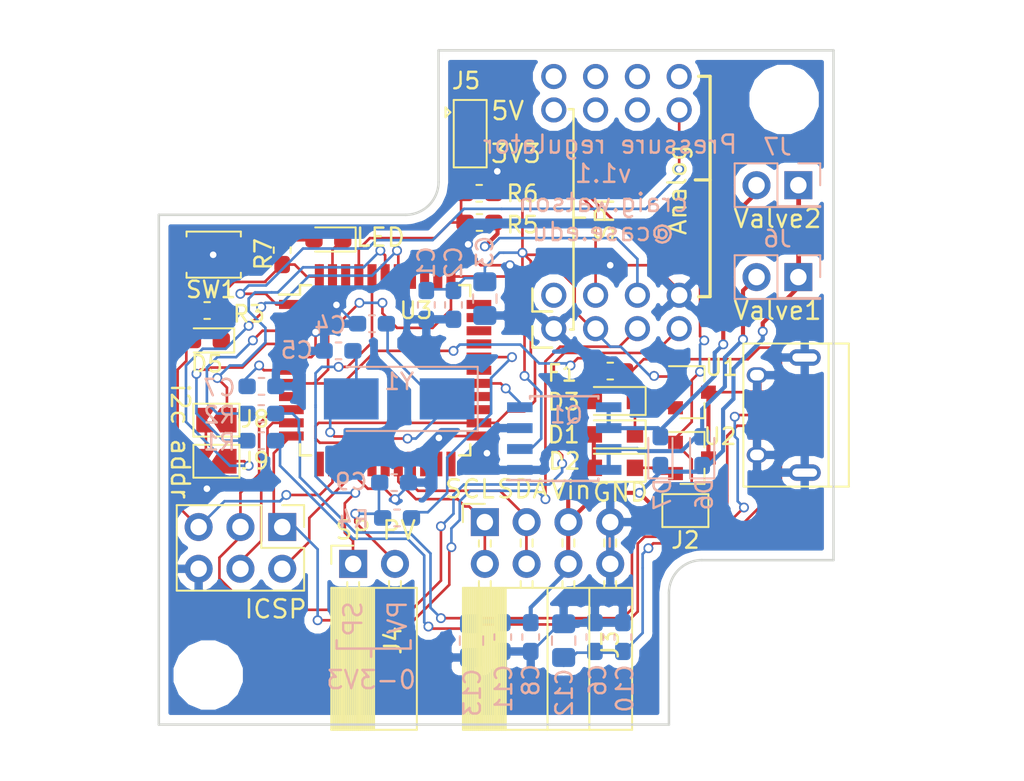
<source format=kicad_pcb>
(kicad_pcb (version 20171130) (host pcbnew "(5.0.1)-3")

  (general
    (thickness 1.6)
    (drawings 46)
    (tracks 622)
    (zones 0)
    (modules 48)
    (nets 51)
  )

  (page A4)
  (layers
    (0 F.Cu signal)
    (31 B.Cu signal)
    (32 B.Adhes user)
    (33 F.Adhes user)
    (34 B.Paste user)
    (35 F.Paste user)
    (36 B.SilkS user)
    (37 F.SilkS user)
    (38 B.Mask user hide)
    (39 F.Mask user hide)
    (40 Dwgs.User user)
    (41 Cmts.User user)
    (42 Eco1.User user)
    (43 Eco2.User user)
    (44 Edge.Cuts user)
    (45 Margin user)
    (46 B.CrtYd user)
    (47 F.CrtYd user)
    (48 B.Fab user)
    (49 F.Fab user)
  )

  (setup
    (last_trace_width 0.25)
    (trace_clearance 0.2)
    (zone_clearance 0.508)
    (zone_45_only no)
    (trace_min 0.16)
    (segment_width 0.15)
    (edge_width 0.15)
    (via_size 0.6)
    (via_drill 0.4)
    (via_min_size 0.4)
    (via_min_drill 0.3)
    (uvia_size 0.3)
    (uvia_drill 0.1)
    (uvias_allowed no)
    (uvia_min_size 0.2)
    (uvia_min_drill 0.1)
    (pcb_text_width 0.3)
    (pcb_text_size 1.1 1.1)
    (mod_edge_width 0.15)
    (mod_text_size 1 1)
    (mod_text_width 0.15)
    (pad_size 1.524 1.524)
    (pad_drill 1)
    (pad_to_mask_clearance 0.2)
    (solder_mask_min_width 0.25)
    (aux_axis_origin 0 0)
    (grid_origin 150.0017 31.97824)
    (visible_elements 7FFFFFFF)
    (pcbplotparams
      (layerselection 0x010f0_ffffffff)
      (usegerberextensions true)
      (usegerberattributes false)
      (usegerberadvancedattributes false)
      (creategerberjobfile false)
      (excludeedgelayer true)
      (linewidth 0.100000)
      (plotframeref false)
      (viasonmask false)
      (mode 1)
      (useauxorigin false)
      (hpglpennumber 1)
      (hpglpenspeed 20)
      (hpglpendiameter 15.000000)
      (psnegative false)
      (psa4output false)
      (plotreference true)
      (plotvalue true)
      (plotinvisibletext false)
      (padsonsilk false)
      (subtractmaskfromsilk false)
      (outputformat 1)
      (mirror false)
      (drillshape 0)
      (scaleselection 1)
      (outputdirectory "gerbers/"))
  )

  (net 0 "")
  (net 1 +3V3)
  (net 2 GND)
  (net 3 "Net-(C4-Pad1)")
  (net 4 "Net-(C5-Pad1)")
  (net 5 "Net-(C7-Pad1)")
  (net 6 "Net-(C9-Pad1)")
  (net 7 "Net-(D1-Pad1)")
  (net 8 RAW)
  (net 9 "Net-(D2-Pad1)")
  (net 10 "Net-(D3-Pad2)")
  (net 11 "Net-(D6-Pad2)")
  (net 12 "Net-(D7-Pad2)")
  (net 13 USB5V)
  (net 14 "Net-(J1-Pad2)")
  (net 15 "Net-(J1-Pad3)")
  (net 16 "Net-(J1-Pad4)")
  (net 17 +5V)
  (net 18 /SDA)
  (net 19 /SCL)
  (net 20 /analog_sp_in)
  (net 21 /Sensor-V_supply)
  (net 22 /valve1)
  (net 23 /valve2)
  (net 24 /D+)
  (net 25 /D-)
  (net 26 /reset)
  (net 27 /analog_pv_out)
  (net 28 "Net-(R5-Pad1)")
  (net 29 /Sensor-V_out)
  (net 30 /addr0)
  (net 31 /addr1)
  (net 32 /Sensor-SS)
  (net 33 "Net-(U3-Pad8)")
  (net 34 /SCK)
  (net 35 /MOSI)
  (net 36 /MISO)
  (net 37 "Net-(U3-Pad12)")
  (net 38 "Net-(U3-Pad20)")
  (net 39 "Net-(U3-Pad21)")
  (net 40 "Net-(U3-Pad22)")
  (net 41 "Net-(U3-Pad25)")
  (net 42 "Net-(U3-Pad26)")
  (net 43 "Net-(U3-Pad28)")
  (net 44 "Net-(U3-Pad30)")
  (net 45 "Net-(U3-Pad31)")
  (net 46 "Net-(U3-Pad33)")
  (net 47 "Net-(U3-Pad42)")
  (net 48 "Net-(U3-Pad36)")
  (net 49 "Net-(U3-Pad37)")
  (net 50 "Net-(D4-Pad2)")

  (net_class Default "This is the default net class."
    (clearance 0.2)
    (trace_width 0.25)
    (via_dia 0.6)
    (via_drill 0.4)
    (uvia_dia 0.3)
    (uvia_drill 0.1)
    (add_net "Net-(D4-Pad2)")
    (add_net "Net-(D6-Pad2)")
    (add_net "Net-(D7-Pad2)")
    (add_net RAW)
  )

  (net_class thin ""
    (clearance 0.16)
    (trace_width 0.16)
    (via_dia 0.6)
    (via_drill 0.4)
    (uvia_dia 0.3)
    (uvia_drill 0.1)
    (add_net +3V3)
    (add_net +5V)
    (add_net /D+)
    (add_net /D-)
    (add_net /MISO)
    (add_net /MOSI)
    (add_net /SCK)
    (add_net /SCL)
    (add_net /SDA)
    (add_net /Sensor-SS)
    (add_net /Sensor-V_out)
    (add_net /Sensor-V_supply)
    (add_net /addr0)
    (add_net /addr1)
    (add_net /analog_pv_out)
    (add_net /analog_sp_in)
    (add_net /reset)
    (add_net /valve1)
    (add_net /valve2)
    (add_net GND)
    (add_net "Net-(C4-Pad1)")
    (add_net "Net-(C5-Pad1)")
    (add_net "Net-(C7-Pad1)")
    (add_net "Net-(C9-Pad1)")
    (add_net "Net-(D1-Pad1)")
    (add_net "Net-(D2-Pad1)")
    (add_net "Net-(D3-Pad2)")
    (add_net "Net-(J1-Pad2)")
    (add_net "Net-(J1-Pad3)")
    (add_net "Net-(J1-Pad4)")
    (add_net "Net-(R5-Pad1)")
    (add_net "Net-(U3-Pad12)")
    (add_net "Net-(U3-Pad20)")
    (add_net "Net-(U3-Pad21)")
    (add_net "Net-(U3-Pad22)")
    (add_net "Net-(U3-Pad25)")
    (add_net "Net-(U3-Pad26)")
    (add_net "Net-(U3-Pad28)")
    (add_net "Net-(U3-Pad30)")
    (add_net "Net-(U3-Pad31)")
    (add_net "Net-(U3-Pad33)")
    (add_net "Net-(U3-Pad36)")
    (add_net "Net-(U3-Pad37)")
    (add_net "Net-(U3-Pad42)")
    (add_net "Net-(U3-Pad8)")
    (add_net USB5V)
  )

  (module Jumper:SolderJumper-3_P1.3mm_Open_Pad1.0x1.5mm (layer F.Cu) (tedit 5A3F8BB2) (tstamp 5BFC8583)
    (at 168.9227 27.06624 270)
    (descr "SMD Solder 3-pad Jumper, 1x1.5mm Pads, 0.3mm gap, open")
    (tags "solder jumper open")
    (path /5ADC4005)
    (attr virtual)
    (fp_text reference J5 (at -3.216 0.252) (layer F.SilkS)
      (effects (font (size 1 1) (thickness 0.15)))
    )
    (fp_text value GS3 (at 0 2 270) (layer F.Fab)
      (effects (font (size 1 1) (thickness 0.15)))
    )
    (fp_line (start -1.3 1.2) (end -1 1.5) (layer F.SilkS) (width 0.12))
    (fp_line (start -1.6 1.5) (end -1 1.5) (layer F.SilkS) (width 0.12))
    (fp_line (start -1.3 1.2) (end -1.6 1.5) (layer F.SilkS) (width 0.12))
    (fp_line (start -2.05 1) (end -2.05 -1) (layer F.SilkS) (width 0.12))
    (fp_line (start 2.05 1) (end -2.05 1) (layer F.SilkS) (width 0.12))
    (fp_line (start 2.05 -1) (end 2.05 1) (layer F.SilkS) (width 0.12))
    (fp_line (start -2.05 -1) (end 2.05 -1) (layer F.SilkS) (width 0.12))
    (fp_line (start -2.3 -1.25) (end 2.3 -1.25) (layer F.CrtYd) (width 0.05))
    (fp_line (start -2.3 -1.25) (end -2.3 1.25) (layer F.CrtYd) (width 0.05))
    (fp_line (start 2.3 1.25) (end 2.3 -1.25) (layer F.CrtYd) (width 0.05))
    (fp_line (start 2.3 1.25) (end -2.3 1.25) (layer F.CrtYd) (width 0.05))
    (pad 3 smd rect (at 1.3 0 270) (size 1 1.5) (layers F.Cu F.Mask)
      (net 1 +3V3))
    (pad 2 smd rect (at 0 0 270) (size 1 1.5) (layers F.Cu F.Mask)
      (net 21 /Sensor-V_supply))
    (pad 1 smd rect (at -1.3 0 270) (size 1 1.5) (layers F.Cu F.Mask)
      (net 17 +5V))
  )

  (module pressure_regulators:hsc_dip_rn (layer F.Cu) (tedit 5BE33109) (tstamp 5BFC85AE)
    (at 177.8127 30.24124 90)
    (tags "Honeywell HSC SSC")
    (path /5ADC3C61)
    (fp_text reference U4 (at 0 0.5 90) (layer F.SilkS) hide
      (effects (font (size 1 1) (thickness 0.15)))
    )
    (fp_text value XSC-Analog-DIP (at 0 -0.5 90) (layer F.Fab)
      (effects (font (size 1 1) (thickness 0.15)))
    )
    (pad 1 thru_hole circle (at -6.65 -3.81 90) (size 1.524 1.524) (drill 1) (layers *.Cu *.Mask))
    (pad 2 thru_hole circle (at -6.65 -1.27 90) (size 1.524 1.524) (drill 1) (layers *.Cu *.Mask)
      (net 21 /Sensor-V_supply))
    (pad 3 thru_hole circle (at -6.65 1.27 90) (size 1.524 1.524) (drill 1) (layers *.Cu *.Mask)
      (net 28 "Net-(R5-Pad1)"))
    (pad 4 thru_hole circle (at -6.65 3.81 90) (size 1.524 1.524) (drill 1) (layers *.Cu *.Mask)
      (net 2 GND))
    (pad 5 thru_hole circle (at 6.65 3.81 90) (size 1.524 1.524) (drill 1) (layers *.Cu *.Mask))
    (pad 6 thru_hole circle (at 6.65 1.27 90) (size 1.524 1.524) (drill 1) (layers *.Cu *.Mask))
    (pad 7 thru_hole circle (at 6.65 -1.27 90) (size 1.524 1.524) (drill 1) (layers *.Cu *.Mask))
    (pad 8 thru_hole circle (at 6.65 -3.81 90) (size 1.524 1.524) (drill 1) (layers *.Cu *.Mask))
  )

  (module pressure_regulators:hsc_dip_rn (layer F.Cu) (tedit 5AF1EF6D) (tstamp 5AF1C90D)
    (at 177.8127 32.27324 90)
    (tags "Honeywell HSC SSC")
    (path /5ADC3CAC)
    (fp_text reference U5 (at 0 1 90) (layer F.SilkS) hide
      (effects (font (size 1 1) (thickness 0.15)))
    )
    (fp_text value XSC-SPI-DIP (at 0 -0.5 90) (layer F.Fab)
      (effects (font (size 1 1) (thickness 0.15)))
    )
    (pad 1 thru_hole circle (at -6.65 -3.81 90) (size 1.524 1.524) (drill 1) (layers *.Cu *.Mask)
      (net 2 GND))
    (pad 2 thru_hole circle (at -6.65 -1.27 90) (size 1.524 1.524) (drill 1) (layers *.Cu *.Mask)
      (net 1 +3V3))
    (pad 3 thru_hole circle (at -6.65 1.27 90) (size 1.524 1.524) (drill 1) (layers *.Cu *.Mask)
      (net 36 /MISO))
    (pad 4 thru_hole circle (at -6.65 3.81 90) (size 1.524 1.524) (drill 1) (layers *.Cu *.Mask)
      (net 34 /SCK))
    (pad 5 thru_hole circle (at 6.65 3.81 90) (size 1.524 1.524) (drill 1) (layers *.Cu *.Mask)
      (net 32 /Sensor-SS))
    (pad 6 thru_hole circle (at 6.65 1.27 90) (size 1.524 1.524) (drill 1) (layers *.Cu *.Mask))
    (pad 7 thru_hole circle (at 6.65 -1.27 90) (size 1.524 1.524) (drill 1) (layers *.Cu *.Mask))
    (pad 8 thru_hole circle (at 6.65 -3.81 90) (size 1.524 1.524) (drill 1) (layers *.Cu *.Mask))
  )

  (module Mounting_Holes:MountingHole_3.2mm_M3 (layer F.Cu) (tedit 5AF1F35C) (tstamp 5AE37076)
    (at 152.9997 59.98624)
    (descr "Mounting Hole 3.2mm, no annular, M3")
    (tags "mounting hole 3.2mm no annular m3")
    (attr virtual)
    (fp_text reference REF*** (at 0 -4.2) (layer F.SilkS) hide
      (effects (font (size 1 1) (thickness 0.15)))
    )
    (fp_text value MountingHole_3.2mm_M3 (at 0 4.2) (layer F.Fab)
      (effects (font (size 1 1) (thickness 0.15)))
    )
    (fp_text user %R (at 0.3 0) (layer F.Fab)
      (effects (font (size 1 1) (thickness 0.15)))
    )
    (fp_circle (center 0 0) (end 3.2 0) (layer Cmts.User) (width 0.15))
    (fp_circle (center 0 0) (end 3.45 0) (layer F.CrtYd) (width 0.05))
    (pad 1 np_thru_hole circle (at 0 0) (size 3.2 3.2) (drill 3.2) (layers *.Cu *.Mask))
  )

  (module Mounting_Holes:MountingHole_3.2mm_M3 (layer F.Cu) (tedit 5AF1F348) (tstamp 5AE3706C)
    (at 187.9997 24.98624)
    (descr "Mounting Hole 3.2mm, no annular, M3")
    (tags "mounting hole 3.2mm no annular m3")
    (attr virtual)
    (fp_text reference REF** (at 0 -4.2) (layer F.SilkS) hide
      (effects (font (size 1 1) (thickness 0.15)))
    )
    (fp_text value MountingHole_3.2mm_M3 (at 0 4.2) (layer F.Fab)
      (effects (font (size 1 1) (thickness 0.15)))
    )
    (fp_text user %R (at 0.3 0) (layer F.Fab)
      (effects (font (size 1 1) (thickness 0.15)))
    )
    (fp_circle (center 0 0) (end 3.2 0) (layer Cmts.User) (width 0.15))
    (fp_circle (center 0 0) (end 3.45 0) (layer F.CrtYd) (width 0.05))
    (pad 1 np_thru_hole circle (at 0 0) (size 3.2 3.2) (drill 3.2) (layers *.Cu *.Mask))
  )

  (module Fuse:Fuse_0603_1608Metric_Pad1.05x0.95mm_HandSolder (layer F.Cu) (tedit 5B301BBE) (tstamp 5BEF9FF9)
    (at 177.4337 41.50324)
    (descr "Fuse SMD 0603 (1608 Metric), square (rectangular) end terminal, IPC_7351 nominal with elongated pad for handsoldering. (Body size source: http://www.tortai-tech.com/upload/download/2011102023233369053.pdf), generated with kicad-footprint-generator")
    (tags "resistor handsolder")
    (path /5ADAB1DD)
    (attr smd)
    (fp_text reference F1 (at -2.921 0.127) (layer F.SilkS)
      (effects (font (size 1 1) (thickness 0.15)))
    )
    (fp_text value Polyfuse (at 0 1.43) (layer F.Fab)
      (effects (font (size 1 1) (thickness 0.15)))
    )
    (fp_line (start -0.8 0.4) (end -0.8 -0.4) (layer F.Fab) (width 0.1))
    (fp_line (start -0.8 -0.4) (end 0.8 -0.4) (layer F.Fab) (width 0.1))
    (fp_line (start 0.8 -0.4) (end 0.8 0.4) (layer F.Fab) (width 0.1))
    (fp_line (start 0.8 0.4) (end -0.8 0.4) (layer F.Fab) (width 0.1))
    (fp_line (start -0.171267 -0.51) (end 0.171267 -0.51) (layer F.SilkS) (width 0.12))
    (fp_line (start -0.171267 0.51) (end 0.171267 0.51) (layer F.SilkS) (width 0.12))
    (fp_line (start -1.65 0.73) (end -1.65 -0.73) (layer F.CrtYd) (width 0.05))
    (fp_line (start -1.65 -0.73) (end 1.65 -0.73) (layer F.CrtYd) (width 0.05))
    (fp_line (start 1.65 -0.73) (end 1.65 0.73) (layer F.CrtYd) (width 0.05))
    (fp_line (start 1.65 0.73) (end -1.65 0.73) (layer F.CrtYd) (width 0.05))
    (fp_text user %R (at 0 0) (layer F.Fab)
      (effects (font (size 0.4 0.4) (thickness 0.06)))
    )
    (pad 1 smd roundrect (at -0.875 0) (size 1.05 0.95) (layers F.Cu F.Paste F.Mask) (roundrect_rratio 0.25)
      (net 10 "Net-(D3-Pad2)"))
    (pad 2 smd roundrect (at 0.875 0) (size 1.05 0.95) (layers F.Cu F.Paste F.Mask) (roundrect_rratio 0.25)
      (net 13 USB5V))
    (model ${KISYS3DMOD}/Fuse.3dshapes/Fuse_0603_1608Metric.wrl
      (at (xyz 0 0 0))
      (scale (xyz 1 1 1))
      (rotate (xyz 0 0 0))
    )
  )

  (module Capacitor_SMD:C_0603_1608Metric_Pad1.05x0.95mm_HandSolder (layer B.Cu) (tedit 5B301BBE) (tstamp 5BEFA89D)
    (at 166.2557 37.48024 270)
    (descr "Capacitor SMD 0603 (1608 Metric), square (rectangular) end terminal, IPC_7351 nominal with elongated pad for handsoldering. (Body size source: http://www.tortai-tech.com/upload/download/2011102023233369053.pdf), generated with kicad-footprint-generator")
    (tags "capacitor handsolder")
    (path /5ADA981E)
    (attr smd)
    (fp_text reference C1 (at -2.581 -0.002 90) (layer B.SilkS)
      (effects (font (size 1 1) (thickness 0.15)) (justify mirror))
    )
    (fp_text value 0.1uF (at 0 -1.43 270) (layer B.Fab)
      (effects (font (size 1 1) (thickness 0.15)) (justify mirror))
    )
    (fp_text user %R (at 0 0 270) (layer B.Fab)
      (effects (font (size 0.4 0.4) (thickness 0.06)) (justify mirror))
    )
    (fp_line (start 1.65 -0.73) (end -1.65 -0.73) (layer B.CrtYd) (width 0.05))
    (fp_line (start 1.65 0.73) (end 1.65 -0.73) (layer B.CrtYd) (width 0.05))
    (fp_line (start -1.65 0.73) (end 1.65 0.73) (layer B.CrtYd) (width 0.05))
    (fp_line (start -1.65 -0.73) (end -1.65 0.73) (layer B.CrtYd) (width 0.05))
    (fp_line (start -0.171267 -0.51) (end 0.171267 -0.51) (layer B.SilkS) (width 0.12))
    (fp_line (start -0.171267 0.51) (end 0.171267 0.51) (layer B.SilkS) (width 0.12))
    (fp_line (start 0.8 -0.4) (end -0.8 -0.4) (layer B.Fab) (width 0.1))
    (fp_line (start 0.8 0.4) (end 0.8 -0.4) (layer B.Fab) (width 0.1))
    (fp_line (start -0.8 0.4) (end 0.8 0.4) (layer B.Fab) (width 0.1))
    (fp_line (start -0.8 -0.4) (end -0.8 0.4) (layer B.Fab) (width 0.1))
    (pad 2 smd roundrect (at 0.875 0 270) (size 1.05 0.95) (layers B.Cu B.Paste B.Mask) (roundrect_rratio 0.25)
      (net 2 GND))
    (pad 1 smd roundrect (at -0.875 0 270) (size 1.05 0.95) (layers B.Cu B.Paste B.Mask) (roundrect_rratio 0.25)
      (net 1 +3V3))
    (model ${KISYS3DMOD}/Capacitor_SMD.3dshapes/C_0603_1608Metric.wrl
      (at (xyz 0 0 0))
      (scale (xyz 1 1 1))
      (rotate (xyz 0 0 0))
    )
  )

  (module Capacitor_SMD:C_0603_1608Metric_Pad1.05x0.95mm_HandSolder (layer B.Cu) (tedit 5B301BBE) (tstamp 5BEFA8AD)
    (at 167.9067 37.48024 270)
    (descr "Capacitor SMD 0603 (1608 Metric), square (rectangular) end terminal, IPC_7351 nominal with elongated pad for handsoldering. (Body size source: http://www.tortai-tech.com/upload/download/2011102023233369053.pdf), generated with kicad-footprint-generator")
    (tags "capacitor handsolder")
    (path /5ADA9859)
    (attr smd)
    (fp_text reference C2 (at -2.581 -0.002 270) (layer B.SilkS)
      (effects (font (size 1 1) (thickness 0.15)) (justify mirror))
    )
    (fp_text value 1uF (at 0 -1.43 270) (layer B.Fab)
      (effects (font (size 1 1) (thickness 0.15)) (justify mirror))
    )
    (fp_line (start -0.8 -0.4) (end -0.8 0.4) (layer B.Fab) (width 0.1))
    (fp_line (start -0.8 0.4) (end 0.8 0.4) (layer B.Fab) (width 0.1))
    (fp_line (start 0.8 0.4) (end 0.8 -0.4) (layer B.Fab) (width 0.1))
    (fp_line (start 0.8 -0.4) (end -0.8 -0.4) (layer B.Fab) (width 0.1))
    (fp_line (start -0.171267 0.51) (end 0.171267 0.51) (layer B.SilkS) (width 0.12))
    (fp_line (start -0.171267 -0.51) (end 0.171267 -0.51) (layer B.SilkS) (width 0.12))
    (fp_line (start -1.65 -0.73) (end -1.65 0.73) (layer B.CrtYd) (width 0.05))
    (fp_line (start -1.65 0.73) (end 1.65 0.73) (layer B.CrtYd) (width 0.05))
    (fp_line (start 1.65 0.73) (end 1.65 -0.73) (layer B.CrtYd) (width 0.05))
    (fp_line (start 1.65 -0.73) (end -1.65 -0.73) (layer B.CrtYd) (width 0.05))
    (fp_text user %R (at 0 0 270) (layer B.Fab)
      (effects (font (size 0.4 0.4) (thickness 0.06)) (justify mirror))
    )
    (pad 1 smd roundrect (at -0.875 0 270) (size 1.05 0.95) (layers B.Cu B.Paste B.Mask) (roundrect_rratio 0.25)
      (net 1 +3V3))
    (pad 2 smd roundrect (at 0.875 0 270) (size 1.05 0.95) (layers B.Cu B.Paste B.Mask) (roundrect_rratio 0.25)
      (net 2 GND))
    (model ${KISYS3DMOD}/Capacitor_SMD.3dshapes/C_0603_1608Metric.wrl
      (at (xyz 0 0 0))
      (scale (xyz 1 1 1))
      (rotate (xyz 0 0 0))
    )
  )

  (module Capacitor_SMD:C_0805_2012Metric_Pad1.15x1.40mm_HandSolder (layer B.Cu) (tedit 5B36C52B) (tstamp 5BEFA8BD)
    (at 169.8117 37.09924 270)
    (descr "Capacitor SMD 0805 (2012 Metric), square (rectangular) end terminal, IPC_7351 nominal with elongated pad for handsoldering. (Body size source: https://docs.google.com/spreadsheets/d/1BsfQQcO9C6DZCsRaXUlFlo91Tg2WpOkGARC1WS5S8t0/edit?usp=sharing), generated with kicad-footprint-generator")
    (tags "capacitor handsolder")
    (path /5ADA9886)
    (attr smd)
    (fp_text reference C3 (at -2.835 -0.002 270) (layer B.SilkS)
      (effects (font (size 1 1) (thickness 0.15)) (justify mirror))
    )
    (fp_text value 10uF (at 0 -1.65 270) (layer B.Fab)
      (effects (font (size 1 1) (thickness 0.15)) (justify mirror))
    )
    (fp_line (start -1 -0.6) (end -1 0.6) (layer B.Fab) (width 0.1))
    (fp_line (start -1 0.6) (end 1 0.6) (layer B.Fab) (width 0.1))
    (fp_line (start 1 0.6) (end 1 -0.6) (layer B.Fab) (width 0.1))
    (fp_line (start 1 -0.6) (end -1 -0.6) (layer B.Fab) (width 0.1))
    (fp_line (start -0.261252 0.71) (end 0.261252 0.71) (layer B.SilkS) (width 0.12))
    (fp_line (start -0.261252 -0.71) (end 0.261252 -0.71) (layer B.SilkS) (width 0.12))
    (fp_line (start -1.85 -0.95) (end -1.85 0.95) (layer B.CrtYd) (width 0.05))
    (fp_line (start -1.85 0.95) (end 1.85 0.95) (layer B.CrtYd) (width 0.05))
    (fp_line (start 1.85 0.95) (end 1.85 -0.95) (layer B.CrtYd) (width 0.05))
    (fp_line (start 1.85 -0.95) (end -1.85 -0.95) (layer B.CrtYd) (width 0.05))
    (fp_text user %R (at 0 0 270) (layer B.Fab)
      (effects (font (size 0.5 0.5) (thickness 0.08)) (justify mirror))
    )
    (pad 1 smd roundrect (at -1.025 0 270) (size 1.15 1.4) (layers B.Cu B.Paste B.Mask) (roundrect_rratio 0.217391)
      (net 1 +3V3))
    (pad 2 smd roundrect (at 1.025 0 270) (size 1.15 1.4) (layers B.Cu B.Paste B.Mask) (roundrect_rratio 0.217391)
      (net 2 GND))
    (model ${KISYS3DMOD}/Capacitor_SMD.3dshapes/C_0805_2012Metric.wrl
      (at (xyz 0 0 0))
      (scale (xyz 1 1 1))
      (rotate (xyz 0 0 0))
    )
  )

  (module Capacitor_SMD:C_0603_1608Metric_Pad1.05x0.95mm_HandSolder (layer B.Cu) (tedit 5B301BBE) (tstamp 5BEFA8CD)
    (at 162.9537 38.62324 180)
    (descr "Capacitor SMD 0603 (1608 Metric), square (rectangular) end terminal, IPC_7351 nominal with elongated pad for handsoldering. (Body size source: http://www.tortai-tech.com/upload/download/2011102023233369053.pdf), generated with kicad-footprint-generator")
    (tags "capacitor handsolder")
    (path /5ADAD595)
    (attr smd)
    (fp_text reference C4 (at 2.538 -0.086 180) (layer B.SilkS)
      (effects (font (size 1 1) (thickness 0.15)) (justify mirror))
    )
    (fp_text value 18pF (at 0 -1.43 180) (layer B.Fab)
      (effects (font (size 1 1) (thickness 0.15)) (justify mirror))
    )
    (fp_text user %R (at 0 0 180) (layer B.Fab)
      (effects (font (size 0.4 0.4) (thickness 0.06)) (justify mirror))
    )
    (fp_line (start 1.65 -0.73) (end -1.65 -0.73) (layer B.CrtYd) (width 0.05))
    (fp_line (start 1.65 0.73) (end 1.65 -0.73) (layer B.CrtYd) (width 0.05))
    (fp_line (start -1.65 0.73) (end 1.65 0.73) (layer B.CrtYd) (width 0.05))
    (fp_line (start -1.65 -0.73) (end -1.65 0.73) (layer B.CrtYd) (width 0.05))
    (fp_line (start -0.171267 -0.51) (end 0.171267 -0.51) (layer B.SilkS) (width 0.12))
    (fp_line (start -0.171267 0.51) (end 0.171267 0.51) (layer B.SilkS) (width 0.12))
    (fp_line (start 0.8 -0.4) (end -0.8 -0.4) (layer B.Fab) (width 0.1))
    (fp_line (start 0.8 0.4) (end 0.8 -0.4) (layer B.Fab) (width 0.1))
    (fp_line (start -0.8 0.4) (end 0.8 0.4) (layer B.Fab) (width 0.1))
    (fp_line (start -0.8 -0.4) (end -0.8 0.4) (layer B.Fab) (width 0.1))
    (pad 2 smd roundrect (at 0.875 0 180) (size 1.05 0.95) (layers B.Cu B.Paste B.Mask) (roundrect_rratio 0.25)
      (net 2 GND))
    (pad 1 smd roundrect (at -0.875 0 180) (size 1.05 0.95) (layers B.Cu B.Paste B.Mask) (roundrect_rratio 0.25)
      (net 3 "Net-(C4-Pad1)"))
    (model ${KISYS3DMOD}/Capacitor_SMD.3dshapes/C_0603_1608Metric.wrl
      (at (xyz 0 0 0))
      (scale (xyz 1 1 1))
      (rotate (xyz 0 0 0))
    )
  )

  (module Capacitor_SMD:C_0603_1608Metric_Pad1.05x0.95mm_HandSolder (layer B.Cu) (tedit 5B301BBE) (tstamp 5BEFA8DD)
    (at 160.9217 40.27424 180)
    (descr "Capacitor SMD 0603 (1608 Metric), square (rectangular) end terminal, IPC_7351 nominal with elongated pad for handsoldering. (Body size source: http://www.tortai-tech.com/upload/download/2011102023233369053.pdf), generated with kicad-footprint-generator")
    (tags "capacitor handsolder")
    (path /5ADAD83C)
    (attr smd)
    (fp_text reference C5 (at 2.538 0.041 180) (layer B.SilkS)
      (effects (font (size 1 1) (thickness 0.15)) (justify mirror))
    )
    (fp_text value 18pF (at 0 -1.43 180) (layer B.Fab)
      (effects (font (size 1 1) (thickness 0.15)) (justify mirror))
    )
    (fp_line (start -0.8 -0.4) (end -0.8 0.4) (layer B.Fab) (width 0.1))
    (fp_line (start -0.8 0.4) (end 0.8 0.4) (layer B.Fab) (width 0.1))
    (fp_line (start 0.8 0.4) (end 0.8 -0.4) (layer B.Fab) (width 0.1))
    (fp_line (start 0.8 -0.4) (end -0.8 -0.4) (layer B.Fab) (width 0.1))
    (fp_line (start -0.171267 0.51) (end 0.171267 0.51) (layer B.SilkS) (width 0.12))
    (fp_line (start -0.171267 -0.51) (end 0.171267 -0.51) (layer B.SilkS) (width 0.12))
    (fp_line (start -1.65 -0.73) (end -1.65 0.73) (layer B.CrtYd) (width 0.05))
    (fp_line (start -1.65 0.73) (end 1.65 0.73) (layer B.CrtYd) (width 0.05))
    (fp_line (start 1.65 0.73) (end 1.65 -0.73) (layer B.CrtYd) (width 0.05))
    (fp_line (start 1.65 -0.73) (end -1.65 -0.73) (layer B.CrtYd) (width 0.05))
    (fp_text user %R (at 0 0 180) (layer B.Fab)
      (effects (font (size 0.4 0.4) (thickness 0.06)) (justify mirror))
    )
    (pad 1 smd roundrect (at -0.875 0 180) (size 1.05 0.95) (layers B.Cu B.Paste B.Mask) (roundrect_rratio 0.25)
      (net 4 "Net-(C5-Pad1)"))
    (pad 2 smd roundrect (at 0.875 0 180) (size 1.05 0.95) (layers B.Cu B.Paste B.Mask) (roundrect_rratio 0.25)
      (net 2 GND))
    (model ${KISYS3DMOD}/Capacitor_SMD.3dshapes/C_0603_1608Metric.wrl
      (at (xyz 0 0 0))
      (scale (xyz 1 1 1))
      (rotate (xyz 0 0 0))
    )
  )

  (module Capacitor_SMD:C_0603_1608Metric_Pad1.05x0.95mm_HandSolder (layer B.Cu) (tedit 5B301BBE) (tstamp 5BEFA8ED)
    (at 176.5017 57.67824 90)
    (descr "Capacitor SMD 0603 (1608 Metric), square (rectangular) end terminal, IPC_7351 nominal with elongated pad for handsoldering. (Body size source: http://www.tortai-tech.com/upload/download/2011102023233369053.pdf), generated with kicad-footprint-generator")
    (tags "capacitor handsolder")
    (path /5AF447C6)
    (attr smd)
    (fp_text reference C6 (at -2.621 0.17 90) (layer B.SilkS)
      (effects (font (size 1 1) (thickness 0.15)) (justify mirror))
    )
    (fp_text value 0.1uF (at 0 -1.43 90) (layer B.Fab)
      (effects (font (size 1 1) (thickness 0.15)) (justify mirror))
    )
    (fp_line (start -0.8 -0.4) (end -0.8 0.4) (layer B.Fab) (width 0.1))
    (fp_line (start -0.8 0.4) (end 0.8 0.4) (layer B.Fab) (width 0.1))
    (fp_line (start 0.8 0.4) (end 0.8 -0.4) (layer B.Fab) (width 0.1))
    (fp_line (start 0.8 -0.4) (end -0.8 -0.4) (layer B.Fab) (width 0.1))
    (fp_line (start -0.171267 0.51) (end 0.171267 0.51) (layer B.SilkS) (width 0.12))
    (fp_line (start -0.171267 -0.51) (end 0.171267 -0.51) (layer B.SilkS) (width 0.12))
    (fp_line (start -1.65 -0.73) (end -1.65 0.73) (layer B.CrtYd) (width 0.05))
    (fp_line (start -1.65 0.73) (end 1.65 0.73) (layer B.CrtYd) (width 0.05))
    (fp_line (start 1.65 0.73) (end 1.65 -0.73) (layer B.CrtYd) (width 0.05))
    (fp_line (start 1.65 -0.73) (end -1.65 -0.73) (layer B.CrtYd) (width 0.05))
    (fp_text user %R (at 0 0 90) (layer B.Fab)
      (effects (font (size 0.4 0.4) (thickness 0.06)) (justify mirror))
    )
    (pad 1 smd roundrect (at -0.875 0 90) (size 1.05 0.95) (layers B.Cu B.Paste B.Mask) (roundrect_rratio 0.25)
      (net 13 USB5V))
    (pad 2 smd roundrect (at 0.875 0 90) (size 1.05 0.95) (layers B.Cu B.Paste B.Mask) (roundrect_rratio 0.25)
      (net 2 GND))
    (model ${KISYS3DMOD}/Capacitor_SMD.3dshapes/C_0603_1608Metric.wrl
      (at (xyz 0 0 0))
      (scale (xyz 1 1 1))
      (rotate (xyz 0 0 0))
    )
  )

  (module Capacitor_SMD:C_0603_1608Metric_Pad1.05x0.95mm_HandSolder (layer B.Cu) (tedit 5B301BBE) (tstamp 5BEFA8FD)
    (at 156.2387 42.43324)
    (descr "Capacitor SMD 0603 (1608 Metric), square (rectangular) end terminal, IPC_7351 nominal with elongated pad for handsoldering. (Body size source: http://www.tortai-tech.com/upload/download/2011102023233369053.pdf), generated with kicad-footprint-generator")
    (tags "capacitor handsolder")
    (path /5ADAE295)
    (attr smd)
    (fp_text reference C7 (at -2.554 0.086) (layer B.SilkS)
      (effects (font (size 1 1) (thickness 0.15)) (justify mirror))
    )
    (fp_text value 1uF (at 0 -1.43) (layer B.Fab)
      (effects (font (size 1 1) (thickness 0.15)) (justify mirror))
    )
    (fp_line (start -0.8 -0.4) (end -0.8 0.4) (layer B.Fab) (width 0.1))
    (fp_line (start -0.8 0.4) (end 0.8 0.4) (layer B.Fab) (width 0.1))
    (fp_line (start 0.8 0.4) (end 0.8 -0.4) (layer B.Fab) (width 0.1))
    (fp_line (start 0.8 -0.4) (end -0.8 -0.4) (layer B.Fab) (width 0.1))
    (fp_line (start -0.171267 0.51) (end 0.171267 0.51) (layer B.SilkS) (width 0.12))
    (fp_line (start -0.171267 -0.51) (end 0.171267 -0.51) (layer B.SilkS) (width 0.12))
    (fp_line (start -1.65 -0.73) (end -1.65 0.73) (layer B.CrtYd) (width 0.05))
    (fp_line (start -1.65 0.73) (end 1.65 0.73) (layer B.CrtYd) (width 0.05))
    (fp_line (start 1.65 0.73) (end 1.65 -0.73) (layer B.CrtYd) (width 0.05))
    (fp_line (start 1.65 -0.73) (end -1.65 -0.73) (layer B.CrtYd) (width 0.05))
    (fp_text user %R (at 0 0) (layer B.Fab)
      (effects (font (size 0.4 0.4) (thickness 0.06)) (justify mirror))
    )
    (pad 1 smd roundrect (at -0.875 0) (size 1.05 0.95) (layers B.Cu B.Paste B.Mask) (roundrect_rratio 0.25)
      (net 5 "Net-(C7-Pad1)"))
    (pad 2 smd roundrect (at 0.875 0) (size 1.05 0.95) (layers B.Cu B.Paste B.Mask) (roundrect_rratio 0.25)
      (net 2 GND))
    (model ${KISYS3DMOD}/Capacitor_SMD.3dshapes/C_0603_1608Metric.wrl
      (at (xyz 0 0 0))
      (scale (xyz 1 1 1))
      (rotate (xyz 0 0 0))
    )
  )

  (module Capacitor_SMD:C_0603_1608Metric_Pad1.05x0.95mm_HandSolder (layer B.Cu) (tedit 5B301BBE) (tstamp 5BEFA90D)
    (at 172.6017 57.67824 270)
    (descr "Capacitor SMD 0603 (1608 Metric), square (rectangular) end terminal, IPC_7351 nominal with elongated pad for handsoldering. (Body size source: http://www.tortai-tech.com/upload/download/2011102023233369053.pdf), generated with kicad-footprint-generator")
    (tags "capacitor handsolder")
    (path /5AF44B8D)
    (attr smd)
    (fp_text reference C8 (at 2.621 -0.006 270) (layer B.SilkS)
      (effects (font (size 1 1) (thickness 0.15)) (justify mirror))
    )
    (fp_text value 0.1uF (at 0 -1.43 270) (layer B.Fab)
      (effects (font (size 1 1) (thickness 0.15)) (justify mirror))
    )
    (fp_line (start -0.8 -0.4) (end -0.8 0.4) (layer B.Fab) (width 0.1))
    (fp_line (start -0.8 0.4) (end 0.8 0.4) (layer B.Fab) (width 0.1))
    (fp_line (start 0.8 0.4) (end 0.8 -0.4) (layer B.Fab) (width 0.1))
    (fp_line (start 0.8 -0.4) (end -0.8 -0.4) (layer B.Fab) (width 0.1))
    (fp_line (start -0.171267 0.51) (end 0.171267 0.51) (layer B.SilkS) (width 0.12))
    (fp_line (start -0.171267 -0.51) (end 0.171267 -0.51) (layer B.SilkS) (width 0.12))
    (fp_line (start -1.65 -0.73) (end -1.65 0.73) (layer B.CrtYd) (width 0.05))
    (fp_line (start -1.65 0.73) (end 1.65 0.73) (layer B.CrtYd) (width 0.05))
    (fp_line (start 1.65 0.73) (end 1.65 -0.73) (layer B.CrtYd) (width 0.05))
    (fp_line (start 1.65 -0.73) (end -1.65 -0.73) (layer B.CrtYd) (width 0.05))
    (fp_text user %R (at 0 0 270) (layer B.Fab)
      (effects (font (size 0.4 0.4) (thickness 0.06)) (justify mirror))
    )
    (pad 1 smd roundrect (at -0.875 0 270) (size 1.05 0.95) (layers B.Cu B.Paste B.Mask) (roundrect_rratio 0.25)
      (net 8 RAW))
    (pad 2 smd roundrect (at 0.875 0 270) (size 1.05 0.95) (layers B.Cu B.Paste B.Mask) (roundrect_rratio 0.25)
      (net 2 GND))
    (model ${KISYS3DMOD}/Capacitor_SMD.3dshapes/C_0603_1608Metric.wrl
      (at (xyz 0 0 0))
      (scale (xyz 1 1 1))
      (rotate (xyz 0 0 0))
    )
  )

  (module Capacitor_SMD:C_0603_1608Metric_Pad1.05x0.95mm_HandSolder (layer B.Cu) (tedit 5B301BBE) (tstamp 5BEFA91D)
    (at 164.2997 48.28624)
    (descr "Capacitor SMD 0603 (1608 Metric), square (rectangular) end terminal, IPC_7351 nominal with elongated pad for handsoldering. (Body size source: http://www.tortai-tech.com/upload/download/2011102023233369053.pdf), generated with kicad-footprint-generator")
    (tags "capacitor handsolder")
    (path /5AE059E1)
    (attr smd)
    (fp_text reference C9 (at -2.614 -0.052) (layer B.SilkS)
      (effects (font (size 1 1) (thickness 0.15)) (justify mirror))
    )
    (fp_text value 1uF (at 0 -1.43) (layer B.Fab)
      (effects (font (size 1 1) (thickness 0.15)) (justify mirror))
    )
    (fp_text user %R (at 0 0) (layer B.Fab)
      (effects (font (size 0.4 0.4) (thickness 0.06)) (justify mirror))
    )
    (fp_line (start 1.65 -0.73) (end -1.65 -0.73) (layer B.CrtYd) (width 0.05))
    (fp_line (start 1.65 0.73) (end 1.65 -0.73) (layer B.CrtYd) (width 0.05))
    (fp_line (start -1.65 0.73) (end 1.65 0.73) (layer B.CrtYd) (width 0.05))
    (fp_line (start -1.65 -0.73) (end -1.65 0.73) (layer B.CrtYd) (width 0.05))
    (fp_line (start -0.171267 -0.51) (end 0.171267 -0.51) (layer B.SilkS) (width 0.12))
    (fp_line (start -0.171267 0.51) (end 0.171267 0.51) (layer B.SilkS) (width 0.12))
    (fp_line (start 0.8 -0.4) (end -0.8 -0.4) (layer B.Fab) (width 0.1))
    (fp_line (start 0.8 0.4) (end 0.8 -0.4) (layer B.Fab) (width 0.1))
    (fp_line (start -0.8 0.4) (end 0.8 0.4) (layer B.Fab) (width 0.1))
    (fp_line (start -0.8 -0.4) (end -0.8 0.4) (layer B.Fab) (width 0.1))
    (pad 2 smd roundrect (at 0.875 0) (size 1.05 0.95) (layers B.Cu B.Paste B.Mask) (roundrect_rratio 0.25)
      (net 2 GND))
    (pad 1 smd roundrect (at -0.875 0) (size 1.05 0.95) (layers B.Cu B.Paste B.Mask) (roundrect_rratio 0.25)
      (net 6 "Net-(C9-Pad1)"))
    (model ${KISYS3DMOD}/Capacitor_SMD.3dshapes/C_0603_1608Metric.wrl
      (at (xyz 0 0 0))
      (scale (xyz 1 1 1))
      (rotate (xyz 0 0 0))
    )
  )

  (module Capacitor_SMD:C_0603_1608Metric_Pad1.05x0.95mm_HandSolder (layer B.Cu) (tedit 5B301BBE) (tstamp 5BEFA92D)
    (at 178.2017 57.67824 90)
    (descr "Capacitor SMD 0603 (1608 Metric), square (rectangular) end terminal, IPC_7351 nominal with elongated pad for handsoldering. (Body size source: http://www.tortai-tech.com/upload/download/2011102023233369053.pdf), generated with kicad-footprint-generator")
    (tags "capacitor handsolder")
    (path /5AF44875)
    (attr smd)
    (fp_text reference C10 (at -3.129 0.121 90) (layer B.SilkS)
      (effects (font (size 1 1) (thickness 0.15)) (justify mirror))
    )
    (fp_text value 1uF (at 0 -1.43 90) (layer B.Fab)
      (effects (font (size 1 1) (thickness 0.15)) (justify mirror))
    )
    (fp_text user %R (at 0 0 90) (layer B.Fab)
      (effects (font (size 0.4 0.4) (thickness 0.06)) (justify mirror))
    )
    (fp_line (start 1.65 -0.73) (end -1.65 -0.73) (layer B.CrtYd) (width 0.05))
    (fp_line (start 1.65 0.73) (end 1.65 -0.73) (layer B.CrtYd) (width 0.05))
    (fp_line (start -1.65 0.73) (end 1.65 0.73) (layer B.CrtYd) (width 0.05))
    (fp_line (start -1.65 -0.73) (end -1.65 0.73) (layer B.CrtYd) (width 0.05))
    (fp_line (start -0.171267 -0.51) (end 0.171267 -0.51) (layer B.SilkS) (width 0.12))
    (fp_line (start -0.171267 0.51) (end 0.171267 0.51) (layer B.SilkS) (width 0.12))
    (fp_line (start 0.8 -0.4) (end -0.8 -0.4) (layer B.Fab) (width 0.1))
    (fp_line (start 0.8 0.4) (end 0.8 -0.4) (layer B.Fab) (width 0.1))
    (fp_line (start -0.8 0.4) (end 0.8 0.4) (layer B.Fab) (width 0.1))
    (fp_line (start -0.8 -0.4) (end -0.8 0.4) (layer B.Fab) (width 0.1))
    (pad 2 smd roundrect (at 0.875 0 90) (size 1.05 0.95) (layers B.Cu B.Paste B.Mask) (roundrect_rratio 0.25)
      (net 2 GND))
    (pad 1 smd roundrect (at -0.875 0 90) (size 1.05 0.95) (layers B.Cu B.Paste B.Mask) (roundrect_rratio 0.25)
      (net 13 USB5V))
    (model ${KISYS3DMOD}/Capacitor_SMD.3dshapes/C_0603_1608Metric.wrl
      (at (xyz 0 0 0))
      (scale (xyz 1 1 1))
      (rotate (xyz 0 0 0))
    )
  )

  (module Capacitor_SMD:C_0603_1608Metric_Pad1.05x0.95mm_HandSolder (layer B.Cu) (tedit 5B301BBE) (tstamp 5BEFA93D)
    (at 170.9017 57.67824 270)
    (descr "Capacitor SMD 0603 (1608 Metric), square (rectangular) end terminal, IPC_7351 nominal with elongated pad for handsoldering. (Body size source: http://www.tortai-tech.com/upload/download/2011102023233369053.pdf), generated with kicad-footprint-generator")
    (tags "capacitor handsolder")
    (path /5AF44C45)
    (attr smd)
    (fp_text reference C11 (at 3.129 -0.055 270) (layer B.SilkS)
      (effects (font (size 1 1) (thickness 0.15)) (justify mirror))
    )
    (fp_text value 1uF (at 0 -1.43 270) (layer B.Fab)
      (effects (font (size 1 1) (thickness 0.15)) (justify mirror))
    )
    (fp_text user %R (at 0 0 270) (layer B.Fab)
      (effects (font (size 0.4 0.4) (thickness 0.06)) (justify mirror))
    )
    (fp_line (start 1.65 -0.73) (end -1.65 -0.73) (layer B.CrtYd) (width 0.05))
    (fp_line (start 1.65 0.73) (end 1.65 -0.73) (layer B.CrtYd) (width 0.05))
    (fp_line (start -1.65 0.73) (end 1.65 0.73) (layer B.CrtYd) (width 0.05))
    (fp_line (start -1.65 -0.73) (end -1.65 0.73) (layer B.CrtYd) (width 0.05))
    (fp_line (start -0.171267 -0.51) (end 0.171267 -0.51) (layer B.SilkS) (width 0.12))
    (fp_line (start -0.171267 0.51) (end 0.171267 0.51) (layer B.SilkS) (width 0.12))
    (fp_line (start 0.8 -0.4) (end -0.8 -0.4) (layer B.Fab) (width 0.1))
    (fp_line (start 0.8 0.4) (end 0.8 -0.4) (layer B.Fab) (width 0.1))
    (fp_line (start -0.8 0.4) (end 0.8 0.4) (layer B.Fab) (width 0.1))
    (fp_line (start -0.8 -0.4) (end -0.8 0.4) (layer B.Fab) (width 0.1))
    (pad 2 smd roundrect (at 0.875 0 270) (size 1.05 0.95) (layers B.Cu B.Paste B.Mask) (roundrect_rratio 0.25)
      (net 2 GND))
    (pad 1 smd roundrect (at -0.875 0 270) (size 1.05 0.95) (layers B.Cu B.Paste B.Mask) (roundrect_rratio 0.25)
      (net 8 RAW))
    (model ${KISYS3DMOD}/Capacitor_SMD.3dshapes/C_0603_1608Metric.wrl
      (at (xyz 0 0 0))
      (scale (xyz 1 1 1))
      (rotate (xyz 0 0 0))
    )
  )

  (module Capacitor_SMD:C_0805_2012Metric_Pad1.15x1.40mm_HandSolder (layer B.Cu) (tedit 5B36C52B) (tstamp 5BEFA94D)
    (at 174.6017 57.89524 90)
    (descr "Capacitor SMD 0805 (2012 Metric), square (rectangular) end terminal, IPC_7351 nominal with elongated pad for handsoldering. (Body size source: https://docs.google.com/spreadsheets/d/1BsfQQcO9C6DZCsRaXUlFlo91Tg2WpOkGARC1WS5S8t0/edit?usp=sharing), generated with kicad-footprint-generator")
    (tags "capacitor handsolder")
    (path /5AF44921)
    (attr smd)
    (fp_text reference C12 (at -3.166 0.038 90) (layer B.SilkS)
      (effects (font (size 1 1) (thickness 0.15)) (justify mirror))
    )
    (fp_text value 10uF (at 0 -1.65 90) (layer B.Fab)
      (effects (font (size 1 1) (thickness 0.15)) (justify mirror))
    )
    (fp_text user %R (at 0 0 90) (layer B.Fab)
      (effects (font (size 0.5 0.5) (thickness 0.08)) (justify mirror))
    )
    (fp_line (start 1.85 -0.95) (end -1.85 -0.95) (layer B.CrtYd) (width 0.05))
    (fp_line (start 1.85 0.95) (end 1.85 -0.95) (layer B.CrtYd) (width 0.05))
    (fp_line (start -1.85 0.95) (end 1.85 0.95) (layer B.CrtYd) (width 0.05))
    (fp_line (start -1.85 -0.95) (end -1.85 0.95) (layer B.CrtYd) (width 0.05))
    (fp_line (start -0.261252 -0.71) (end 0.261252 -0.71) (layer B.SilkS) (width 0.12))
    (fp_line (start -0.261252 0.71) (end 0.261252 0.71) (layer B.SilkS) (width 0.12))
    (fp_line (start 1 -0.6) (end -1 -0.6) (layer B.Fab) (width 0.1))
    (fp_line (start 1 0.6) (end 1 -0.6) (layer B.Fab) (width 0.1))
    (fp_line (start -1 0.6) (end 1 0.6) (layer B.Fab) (width 0.1))
    (fp_line (start -1 -0.6) (end -1 0.6) (layer B.Fab) (width 0.1))
    (pad 2 smd roundrect (at 1.025 0 90) (size 1.15 1.4) (layers B.Cu B.Paste B.Mask) (roundrect_rratio 0.217391)
      (net 2 GND))
    (pad 1 smd roundrect (at -1.025 0 90) (size 1.15 1.4) (layers B.Cu B.Paste B.Mask) (roundrect_rratio 0.217391)
      (net 13 USB5V))
    (model ${KISYS3DMOD}/Capacitor_SMD.3dshapes/C_0805_2012Metric.wrl
      (at (xyz 0 0 0))
      (scale (xyz 1 1 1))
      (rotate (xyz 0 0 0))
    )
  )

  (module Capacitor_SMD:C_0805_2012Metric_Pad1.15x1.40mm_HandSolder (layer B.Cu) (tedit 5B36C52B) (tstamp 5BEFA95D)
    (at 169.0017 57.89524 270)
    (descr "Capacitor SMD 0805 (2012 Metric), square (rectangular) end terminal, IPC_7351 nominal with elongated pad for handsoldering. (Body size source: https://docs.google.com/spreadsheets/d/1BsfQQcO9C6DZCsRaXUlFlo91Tg2WpOkGARC1WS5S8t0/edit?usp=sharing), generated with kicad-footprint-generator")
    (tags "capacitor handsolder")
    (path /5AF44D12)
    (attr smd)
    (fp_text reference C13 (at 3.166 -0.05 90) (layer B.SilkS)
      (effects (font (size 1 1) (thickness 0.15)) (justify mirror))
    )
    (fp_text value 10uF (at 0 -1.65 270) (layer B.Fab)
      (effects (font (size 1 1) (thickness 0.15)) (justify mirror))
    )
    (fp_line (start -1 -0.6) (end -1 0.6) (layer B.Fab) (width 0.1))
    (fp_line (start -1 0.6) (end 1 0.6) (layer B.Fab) (width 0.1))
    (fp_line (start 1 0.6) (end 1 -0.6) (layer B.Fab) (width 0.1))
    (fp_line (start 1 -0.6) (end -1 -0.6) (layer B.Fab) (width 0.1))
    (fp_line (start -0.261252 0.71) (end 0.261252 0.71) (layer B.SilkS) (width 0.12))
    (fp_line (start -0.261252 -0.71) (end 0.261252 -0.71) (layer B.SilkS) (width 0.12))
    (fp_line (start -1.85 -0.95) (end -1.85 0.95) (layer B.CrtYd) (width 0.05))
    (fp_line (start -1.85 0.95) (end 1.85 0.95) (layer B.CrtYd) (width 0.05))
    (fp_line (start 1.85 0.95) (end 1.85 -0.95) (layer B.CrtYd) (width 0.05))
    (fp_line (start 1.85 -0.95) (end -1.85 -0.95) (layer B.CrtYd) (width 0.05))
    (fp_text user %R (at 0 0 270) (layer B.Fab)
      (effects (font (size 0.5 0.5) (thickness 0.08)) (justify mirror))
    )
    (pad 1 smd roundrect (at -1.025 0 270) (size 1.15 1.4) (layers B.Cu B.Paste B.Mask) (roundrect_rratio 0.217391)
      (net 8 RAW))
    (pad 2 smd roundrect (at 1.025 0 270) (size 1.15 1.4) (layers B.Cu B.Paste B.Mask) (roundrect_rratio 0.217391)
      (net 2 GND))
    (model ${KISYS3DMOD}/Capacitor_SMD.3dshapes/C_0805_2012Metric.wrl
      (at (xyz 0 0 0))
      (scale (xyz 1 1 1))
      (rotate (xyz 0 0 0))
    )
  )

  (module Connector_PinHeader_2.54mm:PinHeader_2x03_P2.54mm_Vertical (layer F.Cu) (tedit 5BE32981) (tstamp 5BEFA96D)
    (at 157.4997 50.98624 270)
    (descr "Through hole straight pin header, 2x03, 2.54mm pitch, double rows")
    (tags "Through hole pin header THT 2x03 2.54mm double row")
    (path /5ADA8B17)
    (fp_text reference CON1 (at 1.27 -2.33 270) (layer F.SilkS) hide
      (effects (font (size 1 1) (thickness 0.15)))
    )
    (fp_text value AVR-ISP-6 (at 1.27 7.41 270) (layer F.Fab)
      (effects (font (size 1 1) (thickness 0.15)))
    )
    (fp_line (start 0 -1.27) (end 3.81 -1.27) (layer F.Fab) (width 0.1))
    (fp_line (start 3.81 -1.27) (end 3.81 6.35) (layer F.Fab) (width 0.1))
    (fp_line (start 3.81 6.35) (end -1.27 6.35) (layer F.Fab) (width 0.1))
    (fp_line (start -1.27 6.35) (end -1.27 0) (layer F.Fab) (width 0.1))
    (fp_line (start -1.27 0) (end 0 -1.27) (layer F.Fab) (width 0.1))
    (fp_line (start -1.33 6.41) (end 3.87 6.41) (layer F.SilkS) (width 0.12))
    (fp_line (start -1.33 1.27) (end -1.33 6.41) (layer F.SilkS) (width 0.12))
    (fp_line (start 3.87 -1.33) (end 3.87 6.41) (layer F.SilkS) (width 0.12))
    (fp_line (start -1.33 1.27) (end 1.27 1.27) (layer F.SilkS) (width 0.12))
    (fp_line (start 1.27 1.27) (end 1.27 -1.33) (layer F.SilkS) (width 0.12))
    (fp_line (start 1.27 -1.33) (end 3.87 -1.33) (layer F.SilkS) (width 0.12))
    (fp_line (start -1.33 0) (end -1.33 -1.33) (layer F.SilkS) (width 0.12))
    (fp_line (start -1.33 -1.33) (end 0 -1.33) (layer F.SilkS) (width 0.12))
    (fp_line (start -1.8 -1.8) (end -1.8 6.85) (layer F.CrtYd) (width 0.05))
    (fp_line (start -1.8 6.85) (end 4.35 6.85) (layer F.CrtYd) (width 0.05))
    (fp_line (start 4.35 6.85) (end 4.35 -1.8) (layer F.CrtYd) (width 0.05))
    (fp_line (start 4.35 -1.8) (end -1.8 -1.8) (layer F.CrtYd) (width 0.05))
    (fp_text user %R (at 1.27 2.54) (layer F.Fab)
      (effects (font (size 1 1) (thickness 0.15)))
    )
    (pad 1 thru_hole rect (at 0 0 270) (size 1.7 1.7) (drill 1) (layers *.Cu *.Mask)
      (net 36 /MISO))
    (pad 2 thru_hole oval (at 2.54 0 270) (size 1.7 1.7) (drill 1) (layers *.Cu *.Mask)
      (net 1 +3V3))
    (pad 3 thru_hole oval (at 0 2.54 270) (size 1.7 1.7) (drill 1) (layers *.Cu *.Mask)
      (net 34 /SCK))
    (pad 4 thru_hole oval (at 2.54 2.54 270) (size 1.7 1.7) (drill 1) (layers *.Cu *.Mask)
      (net 35 /MOSI))
    (pad 5 thru_hole oval (at 0 5.08 270) (size 1.7 1.7) (drill 1) (layers *.Cu *.Mask)
      (net 26 /reset))
    (pad 6 thru_hole oval (at 2.54 5.08 270) (size 1.7 1.7) (drill 1) (layers *.Cu *.Mask)
      (net 2 GND))
    (model ${KISYS3DMOD}/Connector_PinHeader_2.54mm.3dshapes/PinHeader_2x03_P2.54mm_Vertical.wrl
      (at (xyz 0 0 0))
      (scale (xyz 1 1 1))
      (rotate (xyz 0 0 0))
    )
  )

  (module Diode_SMD:D_SOD-323_HandSoldering (layer F.Cu) (tedit 58641869) (tstamp 5BEFA988)
    (at 177.6857 45.35424 180)
    (descr SOD-323)
    (tags SOD-323)
    (path /5ADC07A4)
    (attr smd)
    (fp_text reference D1 (at 3.084 -0.024 180) (layer F.SilkS)
      (effects (font (size 1 1) (thickness 0.15)))
    )
    (fp_text value D (at 0.1 1.9 180) (layer F.Fab)
      (effects (font (size 1 1) (thickness 0.15)))
    )
    (fp_text user %R (at 0 -1.85 180) (layer F.Fab)
      (effects (font (size 1 1) (thickness 0.15)))
    )
    (fp_line (start -1.9 -0.85) (end -1.9 0.85) (layer F.SilkS) (width 0.12))
    (fp_line (start 0.2 0) (end 0.45 0) (layer F.Fab) (width 0.1))
    (fp_line (start 0.2 0.35) (end -0.3 0) (layer F.Fab) (width 0.1))
    (fp_line (start 0.2 -0.35) (end 0.2 0.35) (layer F.Fab) (width 0.1))
    (fp_line (start -0.3 0) (end 0.2 -0.35) (layer F.Fab) (width 0.1))
    (fp_line (start -0.3 0) (end -0.5 0) (layer F.Fab) (width 0.1))
    (fp_line (start -0.3 -0.35) (end -0.3 0.35) (layer F.Fab) (width 0.1))
    (fp_line (start -0.9 0.7) (end -0.9 -0.7) (layer F.Fab) (width 0.1))
    (fp_line (start 0.9 0.7) (end -0.9 0.7) (layer F.Fab) (width 0.1))
    (fp_line (start 0.9 -0.7) (end 0.9 0.7) (layer F.Fab) (width 0.1))
    (fp_line (start -0.9 -0.7) (end 0.9 -0.7) (layer F.Fab) (width 0.1))
    (fp_line (start -2 -0.95) (end 2 -0.95) (layer F.CrtYd) (width 0.05))
    (fp_line (start 2 -0.95) (end 2 0.95) (layer F.CrtYd) (width 0.05))
    (fp_line (start -2 0.95) (end 2 0.95) (layer F.CrtYd) (width 0.05))
    (fp_line (start -2 -0.95) (end -2 0.95) (layer F.CrtYd) (width 0.05))
    (fp_line (start -1.9 0.85) (end 1.25 0.85) (layer F.SilkS) (width 0.12))
    (fp_line (start -1.9 -0.85) (end 1.25 -0.85) (layer F.SilkS) (width 0.12))
    (pad 1 smd rect (at -1.25 0 180) (size 1 1) (layers F.Cu F.Paste F.Mask)
      (net 7 "Net-(D1-Pad1)"))
    (pad 2 smd rect (at 1.25 0 180) (size 1 1) (layers F.Cu F.Paste F.Mask)
      (net 8 RAW))
    (model ${KISYS3DMOD}/Diode_SMD.3dshapes/D_SOD-323.wrl
      (at (xyz 0 0 0))
      (scale (xyz 1 1 1))
      (rotate (xyz 0 0 0))
    )
  )

  (module Diode_SMD:D_SOD-323_HandSoldering (layer F.Cu) (tedit 58641869) (tstamp 5BEFA99F)
    (at 177.6857 47.38624 180)
    (descr SOD-323)
    (tags SOD-323)
    (path /5ADC1022)
    (attr smd)
    (fp_text reference D2 (at 3.034 0.408 180) (layer F.SilkS)
      (effects (font (size 1 1) (thickness 0.15)))
    )
    (fp_text value D (at 0.1 1.9 180) (layer F.Fab)
      (effects (font (size 1 1) (thickness 0.15)))
    )
    (fp_line (start -1.9 -0.85) (end 1.25 -0.85) (layer F.SilkS) (width 0.12))
    (fp_line (start -1.9 0.85) (end 1.25 0.85) (layer F.SilkS) (width 0.12))
    (fp_line (start -2 -0.95) (end -2 0.95) (layer F.CrtYd) (width 0.05))
    (fp_line (start -2 0.95) (end 2 0.95) (layer F.CrtYd) (width 0.05))
    (fp_line (start 2 -0.95) (end 2 0.95) (layer F.CrtYd) (width 0.05))
    (fp_line (start -2 -0.95) (end 2 -0.95) (layer F.CrtYd) (width 0.05))
    (fp_line (start -0.9 -0.7) (end 0.9 -0.7) (layer F.Fab) (width 0.1))
    (fp_line (start 0.9 -0.7) (end 0.9 0.7) (layer F.Fab) (width 0.1))
    (fp_line (start 0.9 0.7) (end -0.9 0.7) (layer F.Fab) (width 0.1))
    (fp_line (start -0.9 0.7) (end -0.9 -0.7) (layer F.Fab) (width 0.1))
    (fp_line (start -0.3 -0.35) (end -0.3 0.35) (layer F.Fab) (width 0.1))
    (fp_line (start -0.3 0) (end -0.5 0) (layer F.Fab) (width 0.1))
    (fp_line (start -0.3 0) (end 0.2 -0.35) (layer F.Fab) (width 0.1))
    (fp_line (start 0.2 -0.35) (end 0.2 0.35) (layer F.Fab) (width 0.1))
    (fp_line (start 0.2 0.35) (end -0.3 0) (layer F.Fab) (width 0.1))
    (fp_line (start 0.2 0) (end 0.45 0) (layer F.Fab) (width 0.1))
    (fp_line (start -1.9 -0.85) (end -1.9 0.85) (layer F.SilkS) (width 0.12))
    (fp_text user %R (at 0 -1.85 180) (layer F.Fab)
      (effects (font (size 1 1) (thickness 0.15)))
    )
    (pad 2 smd rect (at 1.25 0 180) (size 1 1) (layers F.Cu F.Paste F.Mask)
      (net 8 RAW))
    (pad 1 smd rect (at -1.25 0 180) (size 1 1) (layers F.Cu F.Paste F.Mask)
      (net 9 "Net-(D2-Pad1)"))
    (model ${KISYS3DMOD}/Diode_SMD.3dshapes/D_SOD-323.wrl
      (at (xyz 0 0 0))
      (scale (xyz 1 1 1))
      (rotate (xyz 0 0 0))
    )
  )

  (module Diode_SMD:D_SOD-323_HandSoldering (layer F.Cu) (tedit 58641869) (tstamp 5BEFA9B6)
    (at 177.6857 43.32224 180)
    (descr SOD-323)
    (tags SOD-323)
    (path /5ADABAC3)
    (attr smd)
    (fp_text reference D3 (at 3.084 -0.056 180) (layer F.SilkS)
      (effects (font (size 1 1) (thickness 0.15)))
    )
    (fp_text value D (at 0.1 1.9 180) (layer F.Fab)
      (effects (font (size 1 1) (thickness 0.15)))
    )
    (fp_text user %R (at 0 -1.85 180) (layer F.Fab)
      (effects (font (size 1 1) (thickness 0.15)))
    )
    (fp_line (start -1.9 -0.85) (end -1.9 0.85) (layer F.SilkS) (width 0.12))
    (fp_line (start 0.2 0) (end 0.45 0) (layer F.Fab) (width 0.1))
    (fp_line (start 0.2 0.35) (end -0.3 0) (layer F.Fab) (width 0.1))
    (fp_line (start 0.2 -0.35) (end 0.2 0.35) (layer F.Fab) (width 0.1))
    (fp_line (start -0.3 0) (end 0.2 -0.35) (layer F.Fab) (width 0.1))
    (fp_line (start -0.3 0) (end -0.5 0) (layer F.Fab) (width 0.1))
    (fp_line (start -0.3 -0.35) (end -0.3 0.35) (layer F.Fab) (width 0.1))
    (fp_line (start -0.9 0.7) (end -0.9 -0.7) (layer F.Fab) (width 0.1))
    (fp_line (start 0.9 0.7) (end -0.9 0.7) (layer F.Fab) (width 0.1))
    (fp_line (start 0.9 -0.7) (end 0.9 0.7) (layer F.Fab) (width 0.1))
    (fp_line (start -0.9 -0.7) (end 0.9 -0.7) (layer F.Fab) (width 0.1))
    (fp_line (start -2 -0.95) (end 2 -0.95) (layer F.CrtYd) (width 0.05))
    (fp_line (start 2 -0.95) (end 2 0.95) (layer F.CrtYd) (width 0.05))
    (fp_line (start -2 0.95) (end 2 0.95) (layer F.CrtYd) (width 0.05))
    (fp_line (start -2 -0.95) (end -2 0.95) (layer F.CrtYd) (width 0.05))
    (fp_line (start -1.9 0.85) (end 1.25 0.85) (layer F.SilkS) (width 0.12))
    (fp_line (start -1.9 -0.85) (end 1.25 -0.85) (layer F.SilkS) (width 0.12))
    (pad 1 smd rect (at -1.25 0 180) (size 1 1) (layers F.Cu F.Paste F.Mask)
      (net 7 "Net-(D1-Pad1)"))
    (pad 2 smd rect (at 1.25 0 180) (size 1 1) (layers F.Cu F.Paste F.Mask)
      (net 10 "Net-(D3-Pad2)"))
    (model ${KISYS3DMOD}/Diode_SMD.3dshapes/D_SOD-323.wrl
      (at (xyz 0 0 0))
      (scale (xyz 1 1 1))
      (rotate (xyz 0 0 0))
    )
  )

  (module LED_SMD:LED_0603_1608Metric_Pad1.05x0.95mm_HandSolder (layer F.Cu) (tedit 5BE3274E) (tstamp 5BEFC3D5)
    (at 160.3027 33.50224 180)
    (descr "LED SMD 0603 (1608 Metric), square (rectangular) end terminal, IPC_7351 nominal, (Body size source: http://www.tortai-tech.com/upload/download/2011102023233369053.pdf), generated with kicad-footprint-generator")
    (tags "LED handsolder")
    (path /5ADACA4A)
    (attr smd)
    (fp_text reference D4 (at 0 -1.43 180) (layer F.SilkS) hide
      (effects (font (size 1 1) (thickness 0.15)))
    )
    (fp_text value LED (at 0 1.43 180) (layer F.Fab)
      (effects (font (size 1 1) (thickness 0.15)))
    )
    (fp_line (start 0.8 -0.4) (end -0.5 -0.4) (layer F.Fab) (width 0.1))
    (fp_line (start -0.5 -0.4) (end -0.8 -0.1) (layer F.Fab) (width 0.1))
    (fp_line (start -0.8 -0.1) (end -0.8 0.4) (layer F.Fab) (width 0.1))
    (fp_line (start -0.8 0.4) (end 0.8 0.4) (layer F.Fab) (width 0.1))
    (fp_line (start 0.8 0.4) (end 0.8 -0.4) (layer F.Fab) (width 0.1))
    (fp_line (start 0.8 -0.735) (end -1.66 -0.735) (layer F.SilkS) (width 0.12))
    (fp_line (start -1.66 -0.735) (end -1.66 0.735) (layer F.SilkS) (width 0.12))
    (fp_line (start -1.66 0.735) (end 0.8 0.735) (layer F.SilkS) (width 0.12))
    (fp_line (start -1.65 0.73) (end -1.65 -0.73) (layer F.CrtYd) (width 0.05))
    (fp_line (start -1.65 -0.73) (end 1.65 -0.73) (layer F.CrtYd) (width 0.05))
    (fp_line (start 1.65 -0.73) (end 1.65 0.73) (layer F.CrtYd) (width 0.05))
    (fp_line (start 1.65 0.73) (end -1.65 0.73) (layer F.CrtYd) (width 0.05))
    (fp_text user %R (at 0 0 180) (layer F.Fab)
      (effects (font (size 0.4 0.4) (thickness 0.06)))
    )
    (pad 1 smd roundrect (at -0.875 0 180) (size 1.05 0.95) (layers F.Cu F.Paste F.Mask) (roundrect_rratio 0.25)
      (net 2 GND))
    (pad 2 smd roundrect (at 0.875 0 180) (size 1.05 0.95) (layers F.Cu F.Paste F.Mask) (roundrect_rratio 0.25)
      (net 50 "Net-(D4-Pad2)"))
    (model ${KISYS3DMOD}/LED_SMD.3dshapes/LED_0603_1608Metric.wrl
      (at (xyz 0 0 0))
      (scale (xyz 1 1 1))
      (rotate (xyz 0 0 0))
    )
  )

  (module Diode_SMD:D_0603_1608Metric_Pad1.05x0.95mm_HandSolder (layer F.Cu) (tedit 5B4B45C8) (tstamp 5BEFA9DF)
    (at 152.9207 39.63924 180)
    (descr "Diode SMD 0603 (1608 Metric), square (rectangular) end terminal, IPC_7351 nominal, (Body size source: http://www.tortai-tech.com/upload/download/2011102023233369053.pdf), generated with kicad-footprint-generator")
    (tags "diode handsolder")
    (path /5ADFD96A)
    (attr smd)
    (fp_text reference D5 (at 0 -1.43 180) (layer F.SilkS)
      (effects (font (size 1 1) (thickness 0.15)))
    )
    (fp_text value 1N4148 (at 0 1.43 180) (layer F.Fab)
      (effects (font (size 1 1) (thickness 0.15)))
    )
    (fp_line (start 0.8 -0.4) (end -0.5 -0.4) (layer F.Fab) (width 0.1))
    (fp_line (start -0.5 -0.4) (end -0.8 -0.1) (layer F.Fab) (width 0.1))
    (fp_line (start -0.8 -0.1) (end -0.8 0.4) (layer F.Fab) (width 0.1))
    (fp_line (start -0.8 0.4) (end 0.8 0.4) (layer F.Fab) (width 0.1))
    (fp_line (start 0.8 0.4) (end 0.8 -0.4) (layer F.Fab) (width 0.1))
    (fp_line (start 0.8 -0.735) (end -1.66 -0.735) (layer F.SilkS) (width 0.12))
    (fp_line (start -1.66 -0.735) (end -1.66 0.735) (layer F.SilkS) (width 0.12))
    (fp_line (start -1.66 0.735) (end 0.8 0.735) (layer F.SilkS) (width 0.12))
    (fp_line (start -1.65 0.73) (end -1.65 -0.73) (layer F.CrtYd) (width 0.05))
    (fp_line (start -1.65 -0.73) (end 1.65 -0.73) (layer F.CrtYd) (width 0.05))
    (fp_line (start 1.65 -0.73) (end 1.65 0.73) (layer F.CrtYd) (width 0.05))
    (fp_line (start 1.65 0.73) (end -1.65 0.73) (layer F.CrtYd) (width 0.05))
    (fp_text user %R (at 0 0 180) (layer F.Fab)
      (effects (font (size 0.4 0.4) (thickness 0.06)))
    )
    (pad 1 smd roundrect (at -0.875 0 180) (size 1.05 0.95) (layers F.Cu F.Paste F.Mask) (roundrect_rratio 0.25)
      (net 1 +3V3))
    (pad 2 smd roundrect (at 0.875 0 180) (size 1.05 0.95) (layers F.Cu F.Paste F.Mask) (roundrect_rratio 0.25)
      (net 26 /reset))
    (model ${KISYS3DMOD}/Diode_SMD.3dshapes/D_0603_1608Metric.wrl
      (at (xyz 0 0 0))
      (scale (xyz 1 1 1))
      (rotate (xyz 0 0 0))
    )
  )

  (module Diode_SMD:D_0603_1608Metric_Pad1.05x0.95mm_HandSolder (layer B.Cu) (tedit 5B4B45C8) (tstamp 5BEFA9F1)
    (at 183.0197 46.37024 90)
    (descr "Diode SMD 0603 (1608 Metric), square (rectangular) end terminal, IPC_7351 nominal, (Body size source: http://www.tortai-tech.com/upload/download/2011102023233369053.pdf), generated with kicad-footprint-generator")
    (tags "diode handsolder")
    (path /5ADECF9B)
    (attr smd)
    (fp_text reference D6 (at -2.626 0.129 90) (layer B.SilkS)
      (effects (font (size 1 1) (thickness 0.15)) (justify mirror))
    )
    (fp_text value D_Schottky (at 0 -1.43 90) (layer B.Fab)
      (effects (font (size 1 1) (thickness 0.15)) (justify mirror))
    )
    (fp_text user %R (at 0 0 90) (layer B.Fab)
      (effects (font (size 0.4 0.4) (thickness 0.06)) (justify mirror))
    )
    (fp_line (start 1.65 -0.73) (end -1.65 -0.73) (layer B.CrtYd) (width 0.05))
    (fp_line (start 1.65 0.73) (end 1.65 -0.73) (layer B.CrtYd) (width 0.05))
    (fp_line (start -1.65 0.73) (end 1.65 0.73) (layer B.CrtYd) (width 0.05))
    (fp_line (start -1.65 -0.73) (end -1.65 0.73) (layer B.CrtYd) (width 0.05))
    (fp_line (start -1.66 -0.735) (end 0.8 -0.735) (layer B.SilkS) (width 0.12))
    (fp_line (start -1.66 0.735) (end -1.66 -0.735) (layer B.SilkS) (width 0.12))
    (fp_line (start 0.8 0.735) (end -1.66 0.735) (layer B.SilkS) (width 0.12))
    (fp_line (start 0.8 -0.4) (end 0.8 0.4) (layer B.Fab) (width 0.1))
    (fp_line (start -0.8 -0.4) (end 0.8 -0.4) (layer B.Fab) (width 0.1))
    (fp_line (start -0.8 0.1) (end -0.8 -0.4) (layer B.Fab) (width 0.1))
    (fp_line (start -0.5 0.4) (end -0.8 0.1) (layer B.Fab) (width 0.1))
    (fp_line (start 0.8 0.4) (end -0.5 0.4) (layer B.Fab) (width 0.1))
    (pad 2 smd roundrect (at 0.875 0 90) (size 1.05 0.95) (layers B.Cu B.Paste B.Mask) (roundrect_rratio 0.25)
      (net 11 "Net-(D6-Pad2)"))
    (pad 1 smd roundrect (at -0.875 0 90) (size 1.05 0.95) (layers B.Cu B.Paste B.Mask) (roundrect_rratio 0.25)
      (net 8 RAW))
    (model ${KISYS3DMOD}/Diode_SMD.3dshapes/D_0603_1608Metric.wrl
      (at (xyz 0 0 0))
      (scale (xyz 1 1 1))
      (rotate (xyz 0 0 0))
    )
  )

  (module Diode_SMD:D_0603_1608Metric_Pad1.05x0.95mm_HandSolder (layer B.Cu) (tedit 5B4B45C8) (tstamp 5BEFAA03)
    (at 180.4797 46.37024 90)
    (descr "Diode SMD 0603 (1608 Metric), square (rectangular) end terminal, IPC_7351 nominal, (Body size source: http://www.tortai-tech.com/upload/download/2011102023233369053.pdf), generated with kicad-footprint-generator")
    (tags "diode handsolder")
    (path /5ADED25E)
    (attr smd)
    (fp_text reference D7 (at -2.626 0.129 90) (layer B.SilkS)
      (effects (font (size 1 1) (thickness 0.15)) (justify mirror))
    )
    (fp_text value D_Schottky (at 0 -1.43 90) (layer B.Fab)
      (effects (font (size 1 1) (thickness 0.15)) (justify mirror))
    )
    (fp_line (start 0.8 0.4) (end -0.5 0.4) (layer B.Fab) (width 0.1))
    (fp_line (start -0.5 0.4) (end -0.8 0.1) (layer B.Fab) (width 0.1))
    (fp_line (start -0.8 0.1) (end -0.8 -0.4) (layer B.Fab) (width 0.1))
    (fp_line (start -0.8 -0.4) (end 0.8 -0.4) (layer B.Fab) (width 0.1))
    (fp_line (start 0.8 -0.4) (end 0.8 0.4) (layer B.Fab) (width 0.1))
    (fp_line (start 0.8 0.735) (end -1.66 0.735) (layer B.SilkS) (width 0.12))
    (fp_line (start -1.66 0.735) (end -1.66 -0.735) (layer B.SilkS) (width 0.12))
    (fp_line (start -1.66 -0.735) (end 0.8 -0.735) (layer B.SilkS) (width 0.12))
    (fp_line (start -1.65 -0.73) (end -1.65 0.73) (layer B.CrtYd) (width 0.05))
    (fp_line (start -1.65 0.73) (end 1.65 0.73) (layer B.CrtYd) (width 0.05))
    (fp_line (start 1.65 0.73) (end 1.65 -0.73) (layer B.CrtYd) (width 0.05))
    (fp_line (start 1.65 -0.73) (end -1.65 -0.73) (layer B.CrtYd) (width 0.05))
    (fp_text user %R (at 0 0 90) (layer B.Fab)
      (effects (font (size 0.4 0.4) (thickness 0.06)) (justify mirror))
    )
    (pad 1 smd roundrect (at -0.875 0 90) (size 1.05 0.95) (layers B.Cu B.Paste B.Mask) (roundrect_rratio 0.25)
      (net 8 RAW))
    (pad 2 smd roundrect (at 0.875 0 90) (size 1.05 0.95) (layers B.Cu B.Paste B.Mask) (roundrect_rratio 0.25)
      (net 12 "Net-(D7-Pad2)"))
    (model ${KISYS3DMOD}/Diode_SMD.3dshapes/D_0603_1608Metric.wrl
      (at (xyz 0 0 0))
      (scale (xyz 1 1 1))
      (rotate (xyz 0 0 0))
    )
  )

  (module Connector_PinSocket_2.54mm:PinSocket_2x04_P2.54mm_Horizontal (layer F.Cu) (tedit 5A19A432) (tstamp 5BEFAA15)
    (at 169.8117 50.68824 90)
    (descr "Through hole angled socket strip, 2x04, 2.54mm pitch, 8.51mm socket length, double cols (from Kicad 4.0.7), script generated")
    (tags "Through hole angled socket strip THT 2x04 2.54mm double row")
    (path /5ADC6C6F)
    (fp_text reference J3 (at -7.452 7.622 90) (layer F.SilkS)
      (effects (font (size 1 1) (thickness 0.15)))
    )
    (fp_text value CONN_02X04 (at -5.65 10.39 90) (layer F.Fab)
      (effects (font (size 1 1) (thickness 0.15)))
    )
    (fp_line (start -12.57 -1.27) (end -5.03 -1.27) (layer F.Fab) (width 0.1))
    (fp_line (start -5.03 -1.27) (end -4.06 -0.3) (layer F.Fab) (width 0.1))
    (fp_line (start -4.06 -0.3) (end -4.06 8.89) (layer F.Fab) (width 0.1))
    (fp_line (start -4.06 8.89) (end -12.57 8.89) (layer F.Fab) (width 0.1))
    (fp_line (start -12.57 8.89) (end -12.57 -1.27) (layer F.Fab) (width 0.1))
    (fp_line (start 0 -0.3) (end -4.06 -0.3) (layer F.Fab) (width 0.1))
    (fp_line (start -4.06 0.3) (end 0 0.3) (layer F.Fab) (width 0.1))
    (fp_line (start 0 0.3) (end 0 -0.3) (layer F.Fab) (width 0.1))
    (fp_line (start 0 2.24) (end -4.06 2.24) (layer F.Fab) (width 0.1))
    (fp_line (start -4.06 2.84) (end 0 2.84) (layer F.Fab) (width 0.1))
    (fp_line (start 0 2.84) (end 0 2.24) (layer F.Fab) (width 0.1))
    (fp_line (start 0 4.78) (end -4.06 4.78) (layer F.Fab) (width 0.1))
    (fp_line (start -4.06 5.38) (end 0 5.38) (layer F.Fab) (width 0.1))
    (fp_line (start 0 5.38) (end 0 4.78) (layer F.Fab) (width 0.1))
    (fp_line (start 0 7.32) (end -4.06 7.32) (layer F.Fab) (width 0.1))
    (fp_line (start -4.06 7.92) (end 0 7.92) (layer F.Fab) (width 0.1))
    (fp_line (start 0 7.92) (end 0 7.32) (layer F.Fab) (width 0.1))
    (fp_line (start -12.63 -1.21) (end -4 -1.21) (layer F.SilkS) (width 0.12))
    (fp_line (start -12.63 -1.091905) (end -4 -1.091905) (layer F.SilkS) (width 0.12))
    (fp_line (start -12.63 -0.97381) (end -4 -0.97381) (layer F.SilkS) (width 0.12))
    (fp_line (start -12.63 -0.855715) (end -4 -0.855715) (layer F.SilkS) (width 0.12))
    (fp_line (start -12.63 -0.73762) (end -4 -0.73762) (layer F.SilkS) (width 0.12))
    (fp_line (start -12.63 -0.619525) (end -4 -0.619525) (layer F.SilkS) (width 0.12))
    (fp_line (start -12.63 -0.50143) (end -4 -0.50143) (layer F.SilkS) (width 0.12))
    (fp_line (start -12.63 -0.383335) (end -4 -0.383335) (layer F.SilkS) (width 0.12))
    (fp_line (start -12.63 -0.26524) (end -4 -0.26524) (layer F.SilkS) (width 0.12))
    (fp_line (start -12.63 -0.147145) (end -4 -0.147145) (layer F.SilkS) (width 0.12))
    (fp_line (start -12.63 -0.02905) (end -4 -0.02905) (layer F.SilkS) (width 0.12))
    (fp_line (start -12.63 0.089045) (end -4 0.089045) (layer F.SilkS) (width 0.12))
    (fp_line (start -12.63 0.20714) (end -4 0.20714) (layer F.SilkS) (width 0.12))
    (fp_line (start -12.63 0.325235) (end -4 0.325235) (layer F.SilkS) (width 0.12))
    (fp_line (start -12.63 0.44333) (end -4 0.44333) (layer F.SilkS) (width 0.12))
    (fp_line (start -12.63 0.561425) (end -4 0.561425) (layer F.SilkS) (width 0.12))
    (fp_line (start -12.63 0.67952) (end -4 0.67952) (layer F.SilkS) (width 0.12))
    (fp_line (start -12.63 0.797615) (end -4 0.797615) (layer F.SilkS) (width 0.12))
    (fp_line (start -12.63 0.91571) (end -4 0.91571) (layer F.SilkS) (width 0.12))
    (fp_line (start -12.63 1.033805) (end -4 1.033805) (layer F.SilkS) (width 0.12))
    (fp_line (start -12.63 1.1519) (end -4 1.1519) (layer F.SilkS) (width 0.12))
    (fp_line (start -4 -0.36) (end -3.59 -0.36) (layer F.SilkS) (width 0.12))
    (fp_line (start -1.49 -0.36) (end -1.11 -0.36) (layer F.SilkS) (width 0.12))
    (fp_line (start -4 0.36) (end -3.59 0.36) (layer F.SilkS) (width 0.12))
    (fp_line (start -1.49 0.36) (end -1.11 0.36) (layer F.SilkS) (width 0.12))
    (fp_line (start -4 2.18) (end -3.59 2.18) (layer F.SilkS) (width 0.12))
    (fp_line (start -1.49 2.18) (end -1.05 2.18) (layer F.SilkS) (width 0.12))
    (fp_line (start -4 2.9) (end -3.59 2.9) (layer F.SilkS) (width 0.12))
    (fp_line (start -1.49 2.9) (end -1.05 2.9) (layer F.SilkS) (width 0.12))
    (fp_line (start -4 4.72) (end -3.59 4.72) (layer F.SilkS) (width 0.12))
    (fp_line (start -1.49 4.72) (end -1.05 4.72) (layer F.SilkS) (width 0.12))
    (fp_line (start -4 5.44) (end -3.59 5.44) (layer F.SilkS) (width 0.12))
    (fp_line (start -1.49 5.44) (end -1.05 5.44) (layer F.SilkS) (width 0.12))
    (fp_line (start -4 7.26) (end -3.59 7.26) (layer F.SilkS) (width 0.12))
    (fp_line (start -1.49 7.26) (end -1.05 7.26) (layer F.SilkS) (width 0.12))
    (fp_line (start -4 7.98) (end -3.59 7.98) (layer F.SilkS) (width 0.12))
    (fp_line (start -1.49 7.98) (end -1.05 7.98) (layer F.SilkS) (width 0.12))
    (fp_line (start -12.63 1.27) (end -4 1.27) (layer F.SilkS) (width 0.12))
    (fp_line (start -12.63 3.81) (end -4 3.81) (layer F.SilkS) (width 0.12))
    (fp_line (start -12.63 6.35) (end -4 6.35) (layer F.SilkS) (width 0.12))
    (fp_line (start -12.63 -1.33) (end -4 -1.33) (layer F.SilkS) (width 0.12))
    (fp_line (start -4 -1.33) (end -4 8.95) (layer F.SilkS) (width 0.12))
    (fp_line (start -12.63 8.95) (end -4 8.95) (layer F.SilkS) (width 0.12))
    (fp_line (start -12.63 -1.33) (end -12.63 8.95) (layer F.SilkS) (width 0.12))
    (fp_line (start 1.11 -1.33) (end 1.11 0) (layer F.SilkS) (width 0.12))
    (fp_line (start 0 -1.33) (end 1.11 -1.33) (layer F.SilkS) (width 0.12))
    (fp_line (start 1.8 -1.75) (end -13.05 -1.75) (layer F.CrtYd) (width 0.05))
    (fp_line (start -13.05 -1.75) (end -13.05 9.45) (layer F.CrtYd) (width 0.05))
    (fp_line (start -13.05 9.45) (end 1.8 9.45) (layer F.CrtYd) (width 0.05))
    (fp_line (start 1.8 9.45) (end 1.8 -1.75) (layer F.CrtYd) (width 0.05))
    (fp_text user %R (at -8.315 3.81 180) (layer F.Fab)
      (effects (font (size 1 1) (thickness 0.15)))
    )
    (pad 1 thru_hole rect (at 0 0 90) (size 1.7 1.7) (drill 1) (layers *.Cu *.Mask)
      (net 19 /SCL))
    (pad 2 thru_hole oval (at -2.54 0 90) (size 1.7 1.7) (drill 1) (layers *.Cu *.Mask)
      (net 19 /SCL))
    (pad 3 thru_hole oval (at 0 2.54 90) (size 1.7 1.7) (drill 1) (layers *.Cu *.Mask)
      (net 18 /SDA))
    (pad 4 thru_hole oval (at -2.54 2.54 90) (size 1.7 1.7) (drill 1) (layers *.Cu *.Mask)
      (net 18 /SDA))
    (pad 5 thru_hole oval (at 0 5.08 90) (size 1.7 1.7) (drill 1) (layers *.Cu *.Mask)
      (net 8 RAW))
    (pad 6 thru_hole oval (at -2.54 5.08 90) (size 1.7 1.7) (drill 1) (layers *.Cu *.Mask)
      (net 8 RAW))
    (pad 7 thru_hole oval (at 0 7.62 90) (size 1.7 1.7) (drill 1) (layers *.Cu *.Mask)
      (net 2 GND))
    (pad 8 thru_hole oval (at -2.54 7.62 90) (size 1.7 1.7) (drill 1) (layers *.Cu *.Mask)
      (net 2 GND))
    (model ${KISYS3DMOD}/Connector_PinSocket_2.54mm.3dshapes/PinSocket_2x04_P2.54mm_Horizontal.wrl
      (at (xyz 0 0 0))
      (scale (xyz 1 1 1))
      (rotate (xyz 0 0 0))
    )
  )

  (module Connector_PinSocket_2.54mm:PinSocket_1x02_P2.54mm_Horizontal (layer F.Cu) (tedit 5A19A41B) (tstamp 5BEFAA64)
    (at 161.8107 53.22824 90)
    (descr "Through hole angled socket strip, 1x02, 2.54mm pitch, 8.51mm socket length, single row (from Kicad 4.0.7), script generated")
    (tags "Through hole angled socket strip THT 1x02 2.54mm single row")
    (path /5ADC6D06)
    (fp_text reference J4 (at -4.658 2.415 90) (layer F.SilkS)
      (effects (font (size 1 1) (thickness 0.15)))
    )
    (fp_text value CONN_01X02 (at -4.38 5.31 90) (layer F.Fab)
      (effects (font (size 1 1) (thickness 0.15)))
    )
    (fp_line (start -10.03 -1.27) (end -2.49 -1.27) (layer F.Fab) (width 0.1))
    (fp_line (start -2.49 -1.27) (end -1.52 -0.3) (layer F.Fab) (width 0.1))
    (fp_line (start -1.52 -0.3) (end -1.52 3.81) (layer F.Fab) (width 0.1))
    (fp_line (start -1.52 3.81) (end -10.03 3.81) (layer F.Fab) (width 0.1))
    (fp_line (start -10.03 3.81) (end -10.03 -1.27) (layer F.Fab) (width 0.1))
    (fp_line (start 0 -0.3) (end -1.52 -0.3) (layer F.Fab) (width 0.1))
    (fp_line (start -1.52 0.3) (end 0 0.3) (layer F.Fab) (width 0.1))
    (fp_line (start 0 0.3) (end 0 -0.3) (layer F.Fab) (width 0.1))
    (fp_line (start 0 2.24) (end -1.52 2.24) (layer F.Fab) (width 0.1))
    (fp_line (start -1.52 2.84) (end 0 2.84) (layer F.Fab) (width 0.1))
    (fp_line (start 0 2.84) (end 0 2.24) (layer F.Fab) (width 0.1))
    (fp_line (start -10.09 -1.21) (end -1.46 -1.21) (layer F.SilkS) (width 0.12))
    (fp_line (start -10.09 -1.091905) (end -1.46 -1.091905) (layer F.SilkS) (width 0.12))
    (fp_line (start -10.09 -0.97381) (end -1.46 -0.97381) (layer F.SilkS) (width 0.12))
    (fp_line (start -10.09 -0.855715) (end -1.46 -0.855715) (layer F.SilkS) (width 0.12))
    (fp_line (start -10.09 -0.73762) (end -1.46 -0.73762) (layer F.SilkS) (width 0.12))
    (fp_line (start -10.09 -0.619525) (end -1.46 -0.619525) (layer F.SilkS) (width 0.12))
    (fp_line (start -10.09 -0.50143) (end -1.46 -0.50143) (layer F.SilkS) (width 0.12))
    (fp_line (start -10.09 -0.383335) (end -1.46 -0.383335) (layer F.SilkS) (width 0.12))
    (fp_line (start -10.09 -0.26524) (end -1.46 -0.26524) (layer F.SilkS) (width 0.12))
    (fp_line (start -10.09 -0.147145) (end -1.46 -0.147145) (layer F.SilkS) (width 0.12))
    (fp_line (start -10.09 -0.02905) (end -1.46 -0.02905) (layer F.SilkS) (width 0.12))
    (fp_line (start -10.09 0.089045) (end -1.46 0.089045) (layer F.SilkS) (width 0.12))
    (fp_line (start -10.09 0.20714) (end -1.46 0.20714) (layer F.SilkS) (width 0.12))
    (fp_line (start -10.09 0.325235) (end -1.46 0.325235) (layer F.SilkS) (width 0.12))
    (fp_line (start -10.09 0.44333) (end -1.46 0.44333) (layer F.SilkS) (width 0.12))
    (fp_line (start -10.09 0.561425) (end -1.46 0.561425) (layer F.SilkS) (width 0.12))
    (fp_line (start -10.09 0.67952) (end -1.46 0.67952) (layer F.SilkS) (width 0.12))
    (fp_line (start -10.09 0.797615) (end -1.46 0.797615) (layer F.SilkS) (width 0.12))
    (fp_line (start -10.09 0.91571) (end -1.46 0.91571) (layer F.SilkS) (width 0.12))
    (fp_line (start -10.09 1.033805) (end -1.46 1.033805) (layer F.SilkS) (width 0.12))
    (fp_line (start -10.09 1.1519) (end -1.46 1.1519) (layer F.SilkS) (width 0.12))
    (fp_line (start -1.46 -0.36) (end -1.11 -0.36) (layer F.SilkS) (width 0.12))
    (fp_line (start -1.46 0.36) (end -1.11 0.36) (layer F.SilkS) (width 0.12))
    (fp_line (start -1.46 2.18) (end -1.05 2.18) (layer F.SilkS) (width 0.12))
    (fp_line (start -1.46 2.9) (end -1.05 2.9) (layer F.SilkS) (width 0.12))
    (fp_line (start -10.09 1.27) (end -1.46 1.27) (layer F.SilkS) (width 0.12))
    (fp_line (start -10.09 -1.33) (end -1.46 -1.33) (layer F.SilkS) (width 0.12))
    (fp_line (start -1.46 -1.33) (end -1.46 3.87) (layer F.SilkS) (width 0.12))
    (fp_line (start -10.09 3.87) (end -1.46 3.87) (layer F.SilkS) (width 0.12))
    (fp_line (start -10.09 -1.33) (end -10.09 3.87) (layer F.SilkS) (width 0.12))
    (fp_line (start 1.11 -1.33) (end 1.11 0) (layer F.SilkS) (width 0.12))
    (fp_line (start 0 -1.33) (end 1.11 -1.33) (layer F.SilkS) (width 0.12))
    (fp_line (start 1.75 -1.75) (end -10.55 -1.75) (layer F.CrtYd) (width 0.05))
    (fp_line (start -10.55 -1.75) (end -10.55 4.35) (layer F.CrtYd) (width 0.05))
    (fp_line (start -10.55 4.35) (end 1.75 4.35) (layer F.CrtYd) (width 0.05))
    (fp_line (start 1.75 4.35) (end 1.75 -1.75) (layer F.CrtYd) (width 0.05))
    (fp_text user %R (at -5.775 1.27 90) (layer F.Fab)
      (effects (font (size 1 1) (thickness 0.15)))
    )
    (pad 1 thru_hole rect (at 0 0 90) (size 1.7 1.7) (drill 1) (layers *.Cu *.Mask)
      (net 20 /analog_sp_in))
    (pad 2 thru_hole oval (at 0 2.54 90) (size 1.7 1.7) (drill 1) (layers *.Cu *.Mask)
      (net 6 "Net-(C9-Pad1)"))
    (model ${KISYS3DMOD}/Connector_PinSocket_2.54mm.3dshapes/PinSocket_1x02_P2.54mm_Horizontal.wrl
      (at (xyz 0 0 0))
      (scale (xyz 1 1 1))
      (rotate (xyz 0 0 0))
    )
  )

  (module Connector_PinHeader_2.54mm:PinHeader_2x01_P2.54mm_Vertical (layer B.Cu) (tedit 59FED5CC) (tstamp 5BEFAA99)
    (at 188.8637 35.78824 180)
    (descr "Through hole straight pin header, 2x01, 2.54mm pitch, double rows")
    (tags "Through hole pin header THT 2x01 2.54mm double row")
    (path /5ADEC821)
    (fp_text reference J6 (at 1.27 2.33 180) (layer B.SilkS)
      (effects (font (size 1 1) (thickness 0.15)) (justify mirror))
    )
    (fp_text value CONN_01X02 (at 1.27 -2.33 180) (layer B.Fab)
      (effects (font (size 1 1) (thickness 0.15)) (justify mirror))
    )
    (fp_line (start 0 1.27) (end 3.81 1.27) (layer B.Fab) (width 0.1))
    (fp_line (start 3.81 1.27) (end 3.81 -1.27) (layer B.Fab) (width 0.1))
    (fp_line (start 3.81 -1.27) (end -1.27 -1.27) (layer B.Fab) (width 0.1))
    (fp_line (start -1.27 -1.27) (end -1.27 0) (layer B.Fab) (width 0.1))
    (fp_line (start -1.27 0) (end 0 1.27) (layer B.Fab) (width 0.1))
    (fp_line (start -1.33 -1.33) (end 3.87 -1.33) (layer B.SilkS) (width 0.12))
    (fp_line (start -1.33 -1.27) (end -1.33 -1.33) (layer B.SilkS) (width 0.12))
    (fp_line (start 3.87 1.33) (end 3.87 -1.33) (layer B.SilkS) (width 0.12))
    (fp_line (start -1.33 -1.27) (end 1.27 -1.27) (layer B.SilkS) (width 0.12))
    (fp_line (start 1.27 -1.27) (end 1.27 1.33) (layer B.SilkS) (width 0.12))
    (fp_line (start 1.27 1.33) (end 3.87 1.33) (layer B.SilkS) (width 0.12))
    (fp_line (start -1.33 0) (end -1.33 1.33) (layer B.SilkS) (width 0.12))
    (fp_line (start -1.33 1.33) (end 0 1.33) (layer B.SilkS) (width 0.12))
    (fp_line (start -1.8 1.8) (end -1.8 -1.8) (layer B.CrtYd) (width 0.05))
    (fp_line (start -1.8 -1.8) (end 4.35 -1.8) (layer B.CrtYd) (width 0.05))
    (fp_line (start 4.35 -1.8) (end 4.35 1.8) (layer B.CrtYd) (width 0.05))
    (fp_line (start 4.35 1.8) (end -1.8 1.8) (layer B.CrtYd) (width 0.05))
    (fp_text user %R (at 1.27 0 90) (layer B.Fab)
      (effects (font (size 1 1) (thickness 0.15)) (justify mirror))
    )
    (pad 1 thru_hole rect (at 0 0 180) (size 1.7 1.7) (drill 1) (layers *.Cu *.Mask)
      (net 8 RAW))
    (pad 2 thru_hole oval (at 2.54 0 180) (size 1.7 1.7) (drill 1) (layers *.Cu *.Mask)
      (net 11 "Net-(D6-Pad2)"))
    (model ${KISYS3DMOD}/Connector_PinHeader_2.54mm.3dshapes/PinHeader_2x01_P2.54mm_Vertical.wrl
      (at (xyz 0 0 0))
      (scale (xyz 1 1 1))
      (rotate (xyz 0 0 0))
    )
  )

  (module Connector_PinHeader_2.54mm:PinHeader_2x01_P2.54mm_Vertical (layer B.Cu) (tedit 59FED5CC) (tstamp 5BEFAAB0)
    (at 188.8637 30.20024 180)
    (descr "Through hole straight pin header, 2x01, 2.54mm pitch, double rows")
    (tags "Through hole pin header THT 2x01 2.54mm double row")
    (path /5ADED2E3)
    (fp_text reference J7 (at 1.27 2.33 180) (layer B.SilkS)
      (effects (font (size 1 1) (thickness 0.15)) (justify mirror))
    )
    (fp_text value CONN_01X02 (at 1.27 -2.33 180) (layer B.Fab)
      (effects (font (size 1 1) (thickness 0.15)) (justify mirror))
    )
    (fp_text user %R (at 1.27 0 90) (layer B.Fab)
      (effects (font (size 1 1) (thickness 0.15)) (justify mirror))
    )
    (fp_line (start 4.35 1.8) (end -1.8 1.8) (layer B.CrtYd) (width 0.05))
    (fp_line (start 4.35 -1.8) (end 4.35 1.8) (layer B.CrtYd) (width 0.05))
    (fp_line (start -1.8 -1.8) (end 4.35 -1.8) (layer B.CrtYd) (width 0.05))
    (fp_line (start -1.8 1.8) (end -1.8 -1.8) (layer B.CrtYd) (width 0.05))
    (fp_line (start -1.33 1.33) (end 0 1.33) (layer B.SilkS) (width 0.12))
    (fp_line (start -1.33 0) (end -1.33 1.33) (layer B.SilkS) (width 0.12))
    (fp_line (start 1.27 1.33) (end 3.87 1.33) (layer B.SilkS) (width 0.12))
    (fp_line (start 1.27 -1.27) (end 1.27 1.33) (layer B.SilkS) (width 0.12))
    (fp_line (start -1.33 -1.27) (end 1.27 -1.27) (layer B.SilkS) (width 0.12))
    (fp_line (start 3.87 1.33) (end 3.87 -1.33) (layer B.SilkS) (width 0.12))
    (fp_line (start -1.33 -1.27) (end -1.33 -1.33) (layer B.SilkS) (width 0.12))
    (fp_line (start -1.33 -1.33) (end 3.87 -1.33) (layer B.SilkS) (width 0.12))
    (fp_line (start -1.27 0) (end 0 1.27) (layer B.Fab) (width 0.1))
    (fp_line (start -1.27 -1.27) (end -1.27 0) (layer B.Fab) (width 0.1))
    (fp_line (start 3.81 -1.27) (end -1.27 -1.27) (layer B.Fab) (width 0.1))
    (fp_line (start 3.81 1.27) (end 3.81 -1.27) (layer B.Fab) (width 0.1))
    (fp_line (start 0 1.27) (end 3.81 1.27) (layer B.Fab) (width 0.1))
    (pad 2 thru_hole oval (at 2.54 0 180) (size 1.7 1.7) (drill 1) (layers *.Cu *.Mask)
      (net 12 "Net-(D7-Pad2)"))
    (pad 1 thru_hole rect (at 0 0 180) (size 1.7 1.7) (drill 1) (layers *.Cu *.Mask)
      (net 8 RAW))
    (model ${KISYS3DMOD}/Connector_PinHeader_2.54mm.3dshapes/PinHeader_2x01_P2.54mm_Vertical.wrl
      (at (xyz 0 0 0))
      (scale (xyz 1 1 1))
      (rotate (xyz 0 0 0))
    )
  )

  (module Package_SO:SOIC-8_3.9x4.9mm_P1.27mm (layer B.Cu) (tedit 5A02F2D3) (tstamp 5BEFAAC7)
    (at 174.6377 45.60824)
    (descr "8-Lead Plastic Small Outline (SN) - Narrow, 3.90 mm Body [SOIC] (see Microchip Packaging Specification 00000049BS.pdf)")
    (tags "SOIC 1.27")
    (path /5ADEB247)
    (attr smd)
    (fp_text reference Q1 (at 0.129 -1.438) (layer B.SilkS)
      (effects (font (size 1 1) (thickness 0.15)) (justify mirror))
    )
    (fp_text value DMN6070SSD (at 0 -3.5) (layer B.Fab)
      (effects (font (size 1 1) (thickness 0.15)) (justify mirror))
    )
    (fp_text user %R (at 0 0) (layer B.Fab)
      (effects (font (size 1 1) (thickness 0.15)) (justify mirror))
    )
    (fp_line (start -0.95 2.45) (end 1.95 2.45) (layer B.Fab) (width 0.1))
    (fp_line (start 1.95 2.45) (end 1.95 -2.45) (layer B.Fab) (width 0.1))
    (fp_line (start 1.95 -2.45) (end -1.95 -2.45) (layer B.Fab) (width 0.1))
    (fp_line (start -1.95 -2.45) (end -1.95 1.45) (layer B.Fab) (width 0.1))
    (fp_line (start -1.95 1.45) (end -0.95 2.45) (layer B.Fab) (width 0.1))
    (fp_line (start -3.73 2.7) (end -3.73 -2.7) (layer B.CrtYd) (width 0.05))
    (fp_line (start 3.73 2.7) (end 3.73 -2.7) (layer B.CrtYd) (width 0.05))
    (fp_line (start -3.73 2.7) (end 3.73 2.7) (layer B.CrtYd) (width 0.05))
    (fp_line (start -3.73 -2.7) (end 3.73 -2.7) (layer B.CrtYd) (width 0.05))
    (fp_line (start -2.075 2.575) (end -2.075 2.525) (layer B.SilkS) (width 0.15))
    (fp_line (start 2.075 2.575) (end 2.075 2.43) (layer B.SilkS) (width 0.15))
    (fp_line (start 2.075 -2.575) (end 2.075 -2.43) (layer B.SilkS) (width 0.15))
    (fp_line (start -2.075 -2.575) (end -2.075 -2.43) (layer B.SilkS) (width 0.15))
    (fp_line (start -2.075 2.575) (end 2.075 2.575) (layer B.SilkS) (width 0.15))
    (fp_line (start -2.075 -2.575) (end 2.075 -2.575) (layer B.SilkS) (width 0.15))
    (fp_line (start -2.075 2.525) (end -3.475 2.525) (layer B.SilkS) (width 0.15))
    (pad 1 smd rect (at -2.7 1.905) (size 1.55 0.6) (layers B.Cu B.Paste B.Mask)
      (net 2 GND))
    (pad 2 smd rect (at -2.7 0.635) (size 1.55 0.6) (layers B.Cu B.Paste B.Mask)
      (net 22 /valve1))
    (pad 3 smd rect (at -2.7 -0.635) (size 1.55 0.6) (layers B.Cu B.Paste B.Mask)
      (net 2 GND))
    (pad 4 smd rect (at -2.7 -1.905) (size 1.55 0.6) (layers B.Cu B.Paste B.Mask)
      (net 23 /valve2))
    (pad 5 smd rect (at 2.7 -1.905) (size 1.55 0.6) (layers B.Cu B.Paste B.Mask)
      (net 12 "Net-(D7-Pad2)"))
    (pad 6 smd rect (at 2.7 -0.635) (size 1.55 0.6) (layers B.Cu B.Paste B.Mask)
      (net 12 "Net-(D7-Pad2)"))
    (pad 7 smd rect (at 2.7 0.635) (size 1.55 0.6) (layers B.Cu B.Paste B.Mask)
      (net 11 "Net-(D6-Pad2)"))
    (pad 8 smd rect (at 2.7 1.905) (size 1.55 0.6) (layers B.Cu B.Paste B.Mask)
      (net 11 "Net-(D6-Pad2)"))
    (model ${KISYS3DMOD}/Package_SO.3dshapes/SOIC-8_3.9x4.9mm_P1.27mm.wrl
      (at (xyz 0 0 0))
      (scale (xyz 1 1 1))
      (rotate (xyz 0 0 0))
    )
  )

  (module Resistor_SMD:R_0603_1608Metric_Pad1.05x0.95mm_HandSolder (layer B.Cu) (tedit 5B301BBD) (tstamp 5BEFAAE3)
    (at 156.2227 45.73524)
    (descr "Resistor SMD 0603 (1608 Metric), square (rectangular) end terminal, IPC_7351 nominal with elongated pad for handsoldering. (Body size source: http://www.tortai-tech.com/upload/download/2011102023233369053.pdf), generated with kicad-footprint-generator")
    (tags "resistor handsolder")
    (path /5ADAA862)
    (attr smd)
    (fp_text reference R1 (at -2.538 0.086) (layer B.SilkS)
      (effects (font (size 1 1) (thickness 0.15)) (justify mirror))
    )
    (fp_text value 22 (at 0 -1.43) (layer B.Fab)
      (effects (font (size 1 1) (thickness 0.15)) (justify mirror))
    )
    (fp_text user %R (at 0 0) (layer B.Fab)
      (effects (font (size 0.4 0.4) (thickness 0.06)) (justify mirror))
    )
    (fp_line (start 1.65 -0.73) (end -1.65 -0.73) (layer B.CrtYd) (width 0.05))
    (fp_line (start 1.65 0.73) (end 1.65 -0.73) (layer B.CrtYd) (width 0.05))
    (fp_line (start -1.65 0.73) (end 1.65 0.73) (layer B.CrtYd) (width 0.05))
    (fp_line (start -1.65 -0.73) (end -1.65 0.73) (layer B.CrtYd) (width 0.05))
    (fp_line (start -0.171267 -0.51) (end 0.171267 -0.51) (layer B.SilkS) (width 0.12))
    (fp_line (start -0.171267 0.51) (end 0.171267 0.51) (layer B.SilkS) (width 0.12))
    (fp_line (start 0.8 -0.4) (end -0.8 -0.4) (layer B.Fab) (width 0.1))
    (fp_line (start 0.8 0.4) (end 0.8 -0.4) (layer B.Fab) (width 0.1))
    (fp_line (start -0.8 0.4) (end 0.8 0.4) (layer B.Fab) (width 0.1))
    (fp_line (start -0.8 -0.4) (end -0.8 0.4) (layer B.Fab) (width 0.1))
    (pad 2 smd roundrect (at 0.875 0) (size 1.05 0.95) (layers B.Cu B.Paste B.Mask) (roundrect_rratio 0.25)
      (net 15 "Net-(J1-Pad3)"))
    (pad 1 smd roundrect (at -0.875 0) (size 1.05 0.95) (layers B.Cu B.Paste B.Mask) (roundrect_rratio 0.25)
      (net 24 /D+))
    (model ${KISYS3DMOD}/Resistor_SMD.3dshapes/R_0603_1608Metric.wrl
      (at (xyz 0 0 0))
      (scale (xyz 1 1 1))
      (rotate (xyz 0 0 0))
    )
  )

  (module Resistor_SMD:R_0603_1608Metric_Pad1.05x0.95mm_HandSolder (layer B.Cu) (tedit 5B301BBD) (tstamp 5BEFAAF3)
    (at 156.2227 44.08424)
    (descr "Resistor SMD 0603 (1608 Metric), square (rectangular) end terminal, IPC_7351 nominal with elongated pad for handsoldering. (Body size source: http://www.tortai-tech.com/upload/download/2011102023233369053.pdf), generated with kicad-footprint-generator")
    (tags "resistor handsolder")
    (path /5ADAA907)
    (attr smd)
    (fp_text reference R2 (at -2.538 0.086) (layer B.SilkS)
      (effects (font (size 1 1) (thickness 0.15)) (justify mirror))
    )
    (fp_text value 22 (at 0 -1.43) (layer B.Fab)
      (effects (font (size 1 1) (thickness 0.15)) (justify mirror))
    )
    (fp_line (start -0.8 -0.4) (end -0.8 0.4) (layer B.Fab) (width 0.1))
    (fp_line (start -0.8 0.4) (end 0.8 0.4) (layer B.Fab) (width 0.1))
    (fp_line (start 0.8 0.4) (end 0.8 -0.4) (layer B.Fab) (width 0.1))
    (fp_line (start 0.8 -0.4) (end -0.8 -0.4) (layer B.Fab) (width 0.1))
    (fp_line (start -0.171267 0.51) (end 0.171267 0.51) (layer B.SilkS) (width 0.12))
    (fp_line (start -0.171267 -0.51) (end 0.171267 -0.51) (layer B.SilkS) (width 0.12))
    (fp_line (start -1.65 -0.73) (end -1.65 0.73) (layer B.CrtYd) (width 0.05))
    (fp_line (start -1.65 0.73) (end 1.65 0.73) (layer B.CrtYd) (width 0.05))
    (fp_line (start 1.65 0.73) (end 1.65 -0.73) (layer B.CrtYd) (width 0.05))
    (fp_line (start 1.65 -0.73) (end -1.65 -0.73) (layer B.CrtYd) (width 0.05))
    (fp_text user %R (at 0 0) (layer B.Fab)
      (effects (font (size 0.4 0.4) (thickness 0.06)) (justify mirror))
    )
    (pad 1 smd roundrect (at -0.875 0) (size 1.05 0.95) (layers B.Cu B.Paste B.Mask) (roundrect_rratio 0.25)
      (net 25 /D-))
    (pad 2 smd roundrect (at 0.875 0) (size 1.05 0.95) (layers B.Cu B.Paste B.Mask) (roundrect_rratio 0.25)
      (net 14 "Net-(J1-Pad2)"))
    (model ${KISYS3DMOD}/Resistor_SMD.3dshapes/R_0603_1608Metric.wrl
      (at (xyz 0 0 0))
      (scale (xyz 1 1 1))
      (rotate (xyz 0 0 0))
    )
  )

  (module Resistor_SMD:R_0603_1608Metric_Pad1.05x0.95mm_HandSolder (layer F.Cu) (tedit 5B301BBD) (tstamp 5BEFAB03)
    (at 152.9367 37.82024)
    (descr "Resistor SMD 0603 (1608 Metric), square (rectangular) end terminal, IPC_7351 nominal with elongated pad for handsoldering. (Body size source: http://www.tortai-tech.com/upload/download/2011102023233369053.pdf), generated with kicad-footprint-generator")
    (tags "resistor handsolder")
    (path /5ADC2CFD)
    (attr smd)
    (fp_text reference R3 (at 2.542 0.213 180) (layer F.SilkS)
      (effects (font (size 1 1) (thickness 0.15)))
    )
    (fp_text value 10k (at 0 1.43) (layer F.Fab)
      (effects (font (size 1 1) (thickness 0.15)))
    )
    (fp_line (start -0.8 0.4) (end -0.8 -0.4) (layer F.Fab) (width 0.1))
    (fp_line (start -0.8 -0.4) (end 0.8 -0.4) (layer F.Fab) (width 0.1))
    (fp_line (start 0.8 -0.4) (end 0.8 0.4) (layer F.Fab) (width 0.1))
    (fp_line (start 0.8 0.4) (end -0.8 0.4) (layer F.Fab) (width 0.1))
    (fp_line (start -0.171267 -0.51) (end 0.171267 -0.51) (layer F.SilkS) (width 0.12))
    (fp_line (start -0.171267 0.51) (end 0.171267 0.51) (layer F.SilkS) (width 0.12))
    (fp_line (start -1.65 0.73) (end -1.65 -0.73) (layer F.CrtYd) (width 0.05))
    (fp_line (start -1.65 -0.73) (end 1.65 -0.73) (layer F.CrtYd) (width 0.05))
    (fp_line (start 1.65 -0.73) (end 1.65 0.73) (layer F.CrtYd) (width 0.05))
    (fp_line (start 1.65 0.73) (end -1.65 0.73) (layer F.CrtYd) (width 0.05))
    (fp_text user %R (at 0 0) (layer F.Fab)
      (effects (font (size 0.4 0.4) (thickness 0.06)))
    )
    (pad 1 smd roundrect (at -0.875 0) (size 1.05 0.95) (layers F.Cu F.Paste F.Mask) (roundrect_rratio 0.25)
      (net 26 /reset))
    (pad 2 smd roundrect (at 0.875 0) (size 1.05 0.95) (layers F.Cu F.Paste F.Mask) (roundrect_rratio 0.25)
      (net 1 +3V3))
    (model ${KISYS3DMOD}/Resistor_SMD.3dshapes/R_0603_1608Metric.wrl
      (at (xyz 0 0 0))
      (scale (xyz 1 1 1))
      (rotate (xyz 0 0 0))
    )
  )

  (module Resistor_SMD:R_0603_1608Metric_Pad1.05x0.95mm_HandSolder (layer B.Cu) (tedit 5B301BBD) (tstamp 5BEFAB13)
    (at 164.4777 50.43424)
    (descr "Resistor SMD 0603 (1608 Metric), square (rectangular) end terminal, IPC_7351 nominal with elongated pad for handsoldering. (Body size source: http://www.tortai-tech.com/upload/download/2011102023233369053.pdf), generated with kicad-footprint-generator")
    (tags "resistor handsolder")
    (path /5AE05B03)
    (attr smd)
    (fp_text reference R4 (at -2.665 0.086) (layer B.SilkS)
      (effects (font (size 1 1) (thickness 0.15)) (justify mirror))
    )
    (fp_text value 3k2 (at 0 -1.43) (layer B.Fab)
      (effects (font (size 1 1) (thickness 0.15)) (justify mirror))
    )
    (fp_text user %R (at 0 0) (layer B.Fab)
      (effects (font (size 0.4 0.4) (thickness 0.06)) (justify mirror))
    )
    (fp_line (start 1.65 -0.73) (end -1.65 -0.73) (layer B.CrtYd) (width 0.05))
    (fp_line (start 1.65 0.73) (end 1.65 -0.73) (layer B.CrtYd) (width 0.05))
    (fp_line (start -1.65 0.73) (end 1.65 0.73) (layer B.CrtYd) (width 0.05))
    (fp_line (start -1.65 -0.73) (end -1.65 0.73) (layer B.CrtYd) (width 0.05))
    (fp_line (start -0.171267 -0.51) (end 0.171267 -0.51) (layer B.SilkS) (width 0.12))
    (fp_line (start -0.171267 0.51) (end 0.171267 0.51) (layer B.SilkS) (width 0.12))
    (fp_line (start 0.8 -0.4) (end -0.8 -0.4) (layer B.Fab) (width 0.1))
    (fp_line (start 0.8 0.4) (end 0.8 -0.4) (layer B.Fab) (width 0.1))
    (fp_line (start -0.8 0.4) (end 0.8 0.4) (layer B.Fab) (width 0.1))
    (fp_line (start -0.8 -0.4) (end -0.8 0.4) (layer B.Fab) (width 0.1))
    (pad 2 smd roundrect (at 0.875 0) (size 1.05 0.95) (layers B.Cu B.Paste B.Mask) (roundrect_rratio 0.25)
      (net 27 /analog_pv_out))
    (pad 1 smd roundrect (at -0.875 0) (size 1.05 0.95) (layers B.Cu B.Paste B.Mask) (roundrect_rratio 0.25)
      (net 6 "Net-(C9-Pad1)"))
    (model ${KISYS3DMOD}/Resistor_SMD.3dshapes/R_0603_1608Metric.wrl
      (at (xyz 0 0 0))
      (scale (xyz 1 1 1))
      (rotate (xyz 0 0 0))
    )
  )

  (module Resistor_SMD:R_0603_1608Metric_Pad1.05x0.95mm_HandSolder (layer F.Cu) (tedit 5B301BBD) (tstamp 5BEFAB23)
    (at 169.48404 32.46628 180)
    (descr "Resistor SMD 0603 (1608 Metric), square (rectangular) end terminal, IPC_7351 nominal with elongated pad for handsoldering. (Body size source: http://www.tortai-tech.com/upload/download/2011102023233369053.pdf), generated with kicad-footprint-generator")
    (tags "resistor handsolder")
    (path /5ADC4755)
    (attr smd)
    (fp_text reference R5 (at -2.61566 -0.14696 180) (layer F.SilkS)
      (effects (font (size 1 1) (thickness 0.15)))
    )
    (fp_text value 1k8 (at 0 1.43 180) (layer F.Fab)
      (effects (font (size 1 1) (thickness 0.15)))
    )
    (fp_line (start -0.8 0.4) (end -0.8 -0.4) (layer F.Fab) (width 0.1))
    (fp_line (start -0.8 -0.4) (end 0.8 -0.4) (layer F.Fab) (width 0.1))
    (fp_line (start 0.8 -0.4) (end 0.8 0.4) (layer F.Fab) (width 0.1))
    (fp_line (start 0.8 0.4) (end -0.8 0.4) (layer F.Fab) (width 0.1))
    (fp_line (start -0.171267 -0.51) (end 0.171267 -0.51) (layer F.SilkS) (width 0.12))
    (fp_line (start -0.171267 0.51) (end 0.171267 0.51) (layer F.SilkS) (width 0.12))
    (fp_line (start -1.65 0.73) (end -1.65 -0.73) (layer F.CrtYd) (width 0.05))
    (fp_line (start -1.65 -0.73) (end 1.65 -0.73) (layer F.CrtYd) (width 0.05))
    (fp_line (start 1.65 -0.73) (end 1.65 0.73) (layer F.CrtYd) (width 0.05))
    (fp_line (start 1.65 0.73) (end -1.65 0.73) (layer F.CrtYd) (width 0.05))
    (fp_text user %R (at 0 0 180) (layer F.Fab)
      (effects (font (size 0.4 0.4) (thickness 0.06)))
    )
    (pad 1 smd roundrect (at -0.875 0 180) (size 1.05 0.95) (layers F.Cu F.Paste F.Mask) (roundrect_rratio 0.25)
      (net 28 "Net-(R5-Pad1)"))
    (pad 2 smd roundrect (at 0.875 0 180) (size 1.05 0.95) (layers F.Cu F.Paste F.Mask) (roundrect_rratio 0.25)
      (net 29 /Sensor-V_out))
    (model ${KISYS3DMOD}/Resistor_SMD.3dshapes/R_0603_1608Metric.wrl
      (at (xyz 0 0 0))
      (scale (xyz 1 1 1))
      (rotate (xyz 0 0 0))
    )
  )

  (module Resistor_SMD:R_0603_1608Metric_Pad1.05x0.95mm_HandSolder (layer F.Cu) (tedit 5B301BBD) (tstamp 5BEFAB33)
    (at 169.4688 30.69336 180)
    (descr "Resistor SMD 0603 (1608 Metric), square (rectangular) end terminal, IPC_7351 nominal with elongated pad for handsoldering. (Body size source: http://www.tortai-tech.com/upload/download/2011102023233369053.pdf), generated with kicad-footprint-generator")
    (tags "resistor handsolder")
    (path /5ADC47D1)
    (attr smd)
    (fp_text reference R6 (at -2.6309 -0.01488 180) (layer F.SilkS)
      (effects (font (size 1 1) (thickness 0.15)))
    )
    (fp_text value 2k7 (at 0 1.43 180) (layer F.Fab)
      (effects (font (size 1 1) (thickness 0.15)))
    )
    (fp_text user %R (at 0 0 180) (layer F.Fab)
      (effects (font (size 0.4 0.4) (thickness 0.06)))
    )
    (fp_line (start 1.65 0.73) (end -1.65 0.73) (layer F.CrtYd) (width 0.05))
    (fp_line (start 1.65 -0.73) (end 1.65 0.73) (layer F.CrtYd) (width 0.05))
    (fp_line (start -1.65 -0.73) (end 1.65 -0.73) (layer F.CrtYd) (width 0.05))
    (fp_line (start -1.65 0.73) (end -1.65 -0.73) (layer F.CrtYd) (width 0.05))
    (fp_line (start -0.171267 0.51) (end 0.171267 0.51) (layer F.SilkS) (width 0.12))
    (fp_line (start -0.171267 -0.51) (end 0.171267 -0.51) (layer F.SilkS) (width 0.12))
    (fp_line (start 0.8 0.4) (end -0.8 0.4) (layer F.Fab) (width 0.1))
    (fp_line (start 0.8 -0.4) (end 0.8 0.4) (layer F.Fab) (width 0.1))
    (fp_line (start -0.8 -0.4) (end 0.8 -0.4) (layer F.Fab) (width 0.1))
    (fp_line (start -0.8 0.4) (end -0.8 -0.4) (layer F.Fab) (width 0.1))
    (pad 2 smd roundrect (at 0.875 0 180) (size 1.05 0.95) (layers F.Cu F.Paste F.Mask) (roundrect_rratio 0.25)
      (net 29 /Sensor-V_out))
    (pad 1 smd roundrect (at -0.875 0 180) (size 1.05 0.95) (layers F.Cu F.Paste F.Mask) (roundrect_rratio 0.25)
      (net 2 GND))
    (model ${KISYS3DMOD}/Resistor_SMD.3dshapes/R_0603_1608Metric.wrl
      (at (xyz 0 0 0))
      (scale (xyz 1 1 1))
      (rotate (xyz 0 0 0))
    )
  )

  (module Resistor_SMD:R_0603_1608Metric_Pad1.05x0.95mm_HandSolder (layer F.Cu) (tedit 5B301BBD) (tstamp 5BEFAB53)
    (at 157.4947 34.15124 270)
    (descr "Resistor SMD 0603 (1608 Metric), square (rectangular) end terminal, IPC_7351 nominal with elongated pad for handsoldering. (Body size source: http://www.tortai-tech.com/upload/download/2011102023233369053.pdf), generated with kicad-footprint-generator")
    (tags "resistor handsolder")
    (path /5BE42619)
    (attr smd)
    (fp_text reference R7 (at 0.24 1.143 90) (layer F.SilkS)
      (effects (font (size 1 1) (thickness 0.15)))
    )
    (fp_text value 680 (at 0 1.43 270) (layer F.Fab)
      (effects (font (size 1 1) (thickness 0.15)))
    )
    (fp_line (start -0.8 0.4) (end -0.8 -0.4) (layer F.Fab) (width 0.1))
    (fp_line (start -0.8 -0.4) (end 0.8 -0.4) (layer F.Fab) (width 0.1))
    (fp_line (start 0.8 -0.4) (end 0.8 0.4) (layer F.Fab) (width 0.1))
    (fp_line (start 0.8 0.4) (end -0.8 0.4) (layer F.Fab) (width 0.1))
    (fp_line (start -0.171267 -0.51) (end 0.171267 -0.51) (layer F.SilkS) (width 0.12))
    (fp_line (start -0.171267 0.51) (end 0.171267 0.51) (layer F.SilkS) (width 0.12))
    (fp_line (start -1.65 0.73) (end -1.65 -0.73) (layer F.CrtYd) (width 0.05))
    (fp_line (start -1.65 -0.73) (end 1.65 -0.73) (layer F.CrtYd) (width 0.05))
    (fp_line (start 1.65 -0.73) (end 1.65 0.73) (layer F.CrtYd) (width 0.05))
    (fp_line (start 1.65 0.73) (end -1.65 0.73) (layer F.CrtYd) (width 0.05))
    (fp_text user %R (at 0 0 270) (layer F.Fab)
      (effects (font (size 0.4 0.4) (thickness 0.06)))
    )
    (pad 1 smd roundrect (at -0.875 0 270) (size 1.05 0.95) (layers F.Cu F.Paste F.Mask) (roundrect_rratio 0.25)
      (net 50 "Net-(D4-Pad2)"))
    (pad 2 smd roundrect (at 0.875 0 270) (size 1.05 0.95) (layers F.Cu F.Paste F.Mask) (roundrect_rratio 0.25)
      (net 1 +3V3))
    (model ${KISYS3DMOD}/Resistor_SMD.3dshapes/R_0603_1608Metric.wrl
      (at (xyz 0 0 0))
      (scale (xyz 1 1 1))
      (rotate (xyz 0 0 0))
    )
  )

  (module Button_Switch_SMD:SW_SPST_B3U-1000P (layer F.Cu) (tedit 5BE328E8) (tstamp 5BEFEC7B)
    (at 153.33472 34.42208 180)
    (descr "Ultra-small-sized Tactile Switch with High Contact Reliability, Top-actuated Model, without Ground Terminal, without Boss")
    (tags "Tactile Switch")
    (path /5AE000D9)
    (attr smd)
    (fp_text reference SW1 (at 0.15802 -2.12816 180) (layer F.SilkS)
      (effects (font (size 1 1) (thickness 0.15)))
    )
    (fp_text value SW_Push (at 0 2.5 180) (layer F.Fab)
      (effects (font (size 1 1) (thickness 0.15)))
    )
    (fp_text user %R (at 0 -2.5 180) (layer F.Fab)
      (effects (font (size 1 1) (thickness 0.15)))
    )
    (fp_line (start -2.4 1.65) (end 2.4 1.65) (layer F.CrtYd) (width 0.05))
    (fp_line (start 2.4 1.65) (end 2.4 -1.65) (layer F.CrtYd) (width 0.05))
    (fp_line (start 2.4 -1.65) (end -2.4 -1.65) (layer F.CrtYd) (width 0.05))
    (fp_line (start -2.4 -1.65) (end -2.4 1.65) (layer F.CrtYd) (width 0.05))
    (fp_line (start -1.65 1.1) (end -1.65 1.4) (layer F.SilkS) (width 0.12))
    (fp_line (start -1.65 1.4) (end 1.65 1.4) (layer F.SilkS) (width 0.12))
    (fp_line (start 1.65 1.4) (end 1.65 1.1) (layer F.SilkS) (width 0.12))
    (fp_line (start -1.65 -1.1) (end -1.65 -1.4) (layer F.SilkS) (width 0.12))
    (fp_line (start -1.65 -1.4) (end 1.65 -1.4) (layer F.SilkS) (width 0.12))
    (fp_line (start 1.65 -1.4) (end 1.65 -1.1) (layer F.SilkS) (width 0.12))
    (fp_line (start -1.5 -1.25) (end 1.5 -1.25) (layer F.Fab) (width 0.1))
    (fp_line (start 1.5 -1.25) (end 1.5 1.25) (layer F.Fab) (width 0.1))
    (fp_line (start 1.5 1.25) (end -1.5 1.25) (layer F.Fab) (width 0.1))
    (fp_line (start -1.5 1.25) (end -1.5 -1.25) (layer F.Fab) (width 0.1))
    (fp_circle (center 0 0) (end 0.75 0) (layer F.Fab) (width 0.1))
    (pad 1 smd rect (at -1.7 0 180) (size 0.9 1.7) (layers F.Cu F.Paste F.Mask)
      (net 2 GND))
    (pad 2 smd rect (at 1.7 0 180) (size 0.9 1.7) (layers F.Cu F.Paste F.Mask)
      (net 26 /reset))
    (model ${KISYS3DMOD}/Button_Switch_SMD.3dshapes/SW_SPST_B3U-1000P.wrl
      (at (xyz 0 0 0))
      (scale (xyz 1 1 1))
      (rotate (xyz 0 0 0))
    )
  )

  (module Package_TO_SOT_SMD:SOT-23 (layer F.Cu) (tedit 5A02FF57) (tstamp 5BEFAB69)
    (at 182.3997 42.78624)
    (descr "SOT-23, Standard")
    (tags SOT-23)
    (path /5AF0A4AC)
    (attr smd)
    (fp_text reference U1 (at 1.802 -1.508) (layer F.SilkS)
      (effects (font (size 1 1) (thickness 0.15)))
    )
    (fp_text value TLV76033DBZT (at 0 2.5) (layer F.Fab)
      (effects (font (size 1 1) (thickness 0.15)))
    )
    (fp_text user %R (at 0 0 90) (layer F.Fab)
      (effects (font (size 0.5 0.5) (thickness 0.075)))
    )
    (fp_line (start -0.7 -0.95) (end -0.7 1.5) (layer F.Fab) (width 0.1))
    (fp_line (start -0.15 -1.52) (end 0.7 -1.52) (layer F.Fab) (width 0.1))
    (fp_line (start -0.7 -0.95) (end -0.15 -1.52) (layer F.Fab) (width 0.1))
    (fp_line (start 0.7 -1.52) (end 0.7 1.52) (layer F.Fab) (width 0.1))
    (fp_line (start -0.7 1.52) (end 0.7 1.52) (layer F.Fab) (width 0.1))
    (fp_line (start 0.76 1.58) (end 0.76 0.65) (layer F.SilkS) (width 0.12))
    (fp_line (start 0.76 -1.58) (end 0.76 -0.65) (layer F.SilkS) (width 0.12))
    (fp_line (start -1.7 -1.75) (end 1.7 -1.75) (layer F.CrtYd) (width 0.05))
    (fp_line (start 1.7 -1.75) (end 1.7 1.75) (layer F.CrtYd) (width 0.05))
    (fp_line (start 1.7 1.75) (end -1.7 1.75) (layer F.CrtYd) (width 0.05))
    (fp_line (start -1.7 1.75) (end -1.7 -1.75) (layer F.CrtYd) (width 0.05))
    (fp_line (start 0.76 -1.58) (end -1.4 -1.58) (layer F.SilkS) (width 0.12))
    (fp_line (start 0.76 1.58) (end -0.7 1.58) (layer F.SilkS) (width 0.12))
    (pad 1 smd rect (at -1 -0.95) (size 0.9 0.8) (layers F.Cu F.Paste F.Mask)
      (net 1 +3V3))
    (pad 2 smd rect (at -1 0.95) (size 0.9 0.8) (layers F.Cu F.Paste F.Mask)
      (net 7 "Net-(D1-Pad1)"))
    (pad 3 smd rect (at 1 0) (size 0.9 0.8) (layers F.Cu F.Paste F.Mask)
      (net 2 GND))
    (model ${KISYS3DMOD}/Package_TO_SOT_SMD.3dshapes/SOT-23.wrl
      (at (xyz 0 0 0))
      (scale (xyz 1 1 1))
      (rotate (xyz 0 0 0))
    )
  )

  (module Package_TO_SOT_SMD:SOT-23 (layer F.Cu) (tedit 5A02FF57) (tstamp 5BEFAB7D)
    (at 182.3997 46.78624)
    (descr "SOT-23, Standard")
    (tags SOT-23)
    (path /5AF0A3DC)
    (attr smd)
    (fp_text reference U2 (at 1.702 -1.308) (layer F.SilkS)
      (effects (font (size 1 1) (thickness 0.15)))
    )
    (fp_text value TLV76050DBZT (at 0 2.5) (layer F.Fab)
      (effects (font (size 1 1) (thickness 0.15)))
    )
    (fp_line (start 0.76 1.58) (end -0.7 1.58) (layer F.SilkS) (width 0.12))
    (fp_line (start 0.76 -1.58) (end -1.4 -1.58) (layer F.SilkS) (width 0.12))
    (fp_line (start -1.7 1.75) (end -1.7 -1.75) (layer F.CrtYd) (width 0.05))
    (fp_line (start 1.7 1.75) (end -1.7 1.75) (layer F.CrtYd) (width 0.05))
    (fp_line (start 1.7 -1.75) (end 1.7 1.75) (layer F.CrtYd) (width 0.05))
    (fp_line (start -1.7 -1.75) (end 1.7 -1.75) (layer F.CrtYd) (width 0.05))
    (fp_line (start 0.76 -1.58) (end 0.76 -0.65) (layer F.SilkS) (width 0.12))
    (fp_line (start 0.76 1.58) (end 0.76 0.65) (layer F.SilkS) (width 0.12))
    (fp_line (start -0.7 1.52) (end 0.7 1.52) (layer F.Fab) (width 0.1))
    (fp_line (start 0.7 -1.52) (end 0.7 1.52) (layer F.Fab) (width 0.1))
    (fp_line (start -0.7 -0.95) (end -0.15 -1.52) (layer F.Fab) (width 0.1))
    (fp_line (start -0.15 -1.52) (end 0.7 -1.52) (layer F.Fab) (width 0.1))
    (fp_line (start -0.7 -0.95) (end -0.7 1.5) (layer F.Fab) (width 0.1))
    (fp_text user %R (at 0 0 90) (layer F.Fab)
      (effects (font (size 0.5 0.5) (thickness 0.075)))
    )
    (pad 3 smd rect (at 1 0) (size 0.9 0.8) (layers F.Cu F.Paste F.Mask)
      (net 2 GND))
    (pad 2 smd rect (at -1 0.95) (size 0.9 0.8) (layers F.Cu F.Paste F.Mask)
      (net 9 "Net-(D2-Pad1)"))
    (pad 1 smd rect (at -1 -0.95) (size 0.9 0.8) (layers F.Cu F.Paste F.Mask)
      (net 17 +5V))
    (model ${KISYS3DMOD}/Package_TO_SOT_SMD.3dshapes/SOT-23.wrl
      (at (xyz 0 0 0))
      (scale (xyz 1 1 1))
      (rotate (xyz 0 0 0))
    )
  )

  (module Package_QFP:TQFP-44_10x10mm_P0.8mm (layer F.Cu) (tedit 5BE32723) (tstamp 5BEFAB91)
    (at 163.7538 41.4528)
    (descr "44-Lead Plastic Thin Quad Flatpack (PT) - 10x10x1.0 mm Body [TQFP] (see Microchip Packaging Specification 00000049BS.pdf)")
    (tags "QFP 0.8")
    (path /5ADA67F2)
    (attr smd)
    (fp_text reference U3 (at 1.8689 -3.63256) (layer F.SilkS)
      (effects (font (size 1 1) (thickness 0.15)))
    )
    (fp_text value ATMEGA32U4-AU (at 0 7.45) (layer F.Fab)
      (effects (font (size 1 1) (thickness 0.15)))
    )
    (fp_text user %R (at 0 0) (layer F.Fab)
      (effects (font (size 1 1) (thickness 0.15)))
    )
    (fp_line (start -4 -5) (end 5 -5) (layer F.Fab) (width 0.15))
    (fp_line (start 5 -5) (end 5 5) (layer F.Fab) (width 0.15))
    (fp_line (start 5 5) (end -5 5) (layer F.Fab) (width 0.15))
    (fp_line (start -5 5) (end -5 -4) (layer F.Fab) (width 0.15))
    (fp_line (start -5 -4) (end -4 -5) (layer F.Fab) (width 0.15))
    (fp_line (start -6.7 -6.7) (end -6.7 6.7) (layer F.CrtYd) (width 0.05))
    (fp_line (start 6.7 -6.7) (end 6.7 6.7) (layer F.CrtYd) (width 0.05))
    (fp_line (start -6.7 -6.7) (end 6.7 -6.7) (layer F.CrtYd) (width 0.05))
    (fp_line (start -6.7 6.7) (end 6.7 6.7) (layer F.CrtYd) (width 0.05))
    (fp_line (start -5.175 -5.175) (end -5.175 -4.6) (layer F.SilkS) (width 0.15))
    (fp_line (start 5.175 -5.175) (end 5.175 -4.5) (layer F.SilkS) (width 0.15))
    (fp_line (start 5.175 5.175) (end 5.175 4.5) (layer F.SilkS) (width 0.15))
    (fp_line (start -5.175 5.175) (end -5.175 4.5) (layer F.SilkS) (width 0.15))
    (fp_line (start -5.175 -5.175) (end -4.5 -5.175) (layer F.SilkS) (width 0.15))
    (fp_line (start -5.175 5.175) (end -4.5 5.175) (layer F.SilkS) (width 0.15))
    (fp_line (start 5.175 5.175) (end 4.5 5.175) (layer F.SilkS) (width 0.15))
    (fp_line (start 5.175 -5.175) (end 4.5 -5.175) (layer F.SilkS) (width 0.15))
    (fp_line (start -5.175 -4.6) (end -6.45 -4.6) (layer F.SilkS) (width 0.15))
    (pad 1 smd rect (at -5.7 -4) (size 1.5 0.55) (layers F.Cu F.Paste F.Mask)
      (net 32 /Sensor-SS))
    (pad 2 smd rect (at -5.7 -3.2) (size 1.5 0.55) (layers F.Cu F.Paste F.Mask)
      (net 13 USB5V))
    (pad 3 smd rect (at -5.7 -2.4) (size 1.5 0.55) (layers F.Cu F.Paste F.Mask)
      (net 25 /D-))
    (pad 4 smd rect (at -5.7 -1.6) (size 1.5 0.55) (layers F.Cu F.Paste F.Mask)
      (net 24 /D+))
    (pad 5 smd rect (at -5.7 -0.8) (size 1.5 0.55) (layers F.Cu F.Paste F.Mask)
      (net 2 GND))
    (pad 6 smd rect (at -5.7 0) (size 1.5 0.55) (layers F.Cu F.Paste F.Mask)
      (net 5 "Net-(C7-Pad1)"))
    (pad 7 smd rect (at -5.7 0.8) (size 1.5 0.55) (layers F.Cu F.Paste F.Mask)
      (net 13 USB5V))
    (pad 8 smd rect (at -5.7 1.6) (size 1.5 0.55) (layers F.Cu F.Paste F.Mask)
      (net 33 "Net-(U3-Pad8)"))
    (pad 9 smd rect (at -5.7 2.4) (size 1.5 0.55) (layers F.Cu F.Paste F.Mask)
      (net 34 /SCK))
    (pad 10 smd rect (at -5.7 3.2) (size 1.5 0.55) (layers F.Cu F.Paste F.Mask)
      (net 35 /MOSI))
    (pad 11 smd rect (at -5.7 4) (size 1.5 0.55) (layers F.Cu F.Paste F.Mask)
      (net 36 /MISO))
    (pad 12 smd rect (at -4 5.7 90) (size 1.5 0.55) (layers F.Cu F.Paste F.Mask)
      (net 37 "Net-(U3-Pad12)"))
    (pad 13 smd rect (at -3.2 5.7 90) (size 1.5 0.55) (layers F.Cu F.Paste F.Mask)
      (net 26 /reset))
    (pad 14 smd rect (at -2.4 5.7 90) (size 1.5 0.55) (layers F.Cu F.Paste F.Mask)
      (net 1 +3V3))
    (pad 15 smd rect (at -1.6 5.7 90) (size 1.5 0.55) (layers F.Cu F.Paste F.Mask)
      (net 2 GND))
    (pad 16 smd rect (at -0.8 5.7 90) (size 1.5 0.55) (layers F.Cu F.Paste F.Mask)
      (net 4 "Net-(C5-Pad1)"))
    (pad 17 smd rect (at 0 5.7 90) (size 1.5 0.55) (layers F.Cu F.Paste F.Mask)
      (net 3 "Net-(C4-Pad1)"))
    (pad 18 smd rect (at 0.8 5.7 90) (size 1.5 0.55) (layers F.Cu F.Paste F.Mask)
      (net 19 /SCL))
    (pad 19 smd rect (at 1.6 5.7 90) (size 1.5 0.55) (layers F.Cu F.Paste F.Mask)
      (net 18 /SDA))
    (pad 20 smd rect (at 2.4 5.7 90) (size 1.5 0.55) (layers F.Cu F.Paste F.Mask)
      (net 38 "Net-(U3-Pad20)"))
    (pad 21 smd rect (at 3.2 5.7 90) (size 1.5 0.55) (layers F.Cu F.Paste F.Mask)
      (net 39 "Net-(U3-Pad21)"))
    (pad 22 smd rect (at 4 5.7 90) (size 1.5 0.55) (layers F.Cu F.Paste F.Mask)
      (net 40 "Net-(U3-Pad22)"))
    (pad 23 smd rect (at 5.7 4) (size 1.5 0.55) (layers F.Cu F.Paste F.Mask)
      (net 2 GND))
    (pad 24 smd rect (at 5.7 3.2) (size 1.5 0.55) (layers F.Cu F.Paste F.Mask)
      (net 1 +3V3))
    (pad 25 smd rect (at 5.7 2.4) (size 1.5 0.55) (layers F.Cu F.Paste F.Mask)
      (net 41 "Net-(U3-Pad25)"))
    (pad 26 smd rect (at 5.7 1.6) (size 1.5 0.55) (layers F.Cu F.Paste F.Mask)
      (net 42 "Net-(U3-Pad26)"))
    (pad 27 smd rect (at 5.7 0.8) (size 1.5 0.55) (layers F.Cu F.Paste F.Mask)
      (net 23 /valve2))
    (pad 28 smd rect (at 5.7 0) (size 1.5 0.55) (layers F.Cu F.Paste F.Mask)
      (net 43 "Net-(U3-Pad28)"))
    (pad 29 smd rect (at 5.7 -0.8) (size 1.5 0.55) (layers F.Cu F.Paste F.Mask)
      (net 27 /analog_pv_out))
    (pad 30 smd rect (at 5.7 -1.6) (size 1.5 0.55) (layers F.Cu F.Paste F.Mask)
      (net 44 "Net-(U3-Pad30)"))
    (pad 31 smd rect (at 5.7 -2.4) (size 1.5 0.55) (layers F.Cu F.Paste F.Mask)
      (net 45 "Net-(U3-Pad31)"))
    (pad 32 smd rect (at 5.7 -3.2) (size 1.5 0.55) (layers F.Cu F.Paste F.Mask)
      (net 22 /valve1))
    (pad 33 smd rect (at 5.7 -4) (size 1.5 0.55) (layers F.Cu F.Paste F.Mask)
      (net 46 "Net-(U3-Pad33)"))
    (pad 34 smd rect (at 4 -5.7 90) (size 1.5 0.55) (layers F.Cu F.Paste F.Mask)
      (net 1 +3V3))
    (pad 35 smd rect (at 3.2 -5.7 90) (size 1.5 0.55) (layers F.Cu F.Paste F.Mask)
      (net 2 GND))
    (pad 36 smd rect (at 2.4 -5.7 90) (size 1.5 0.55) (layers F.Cu F.Paste F.Mask)
      (net 48 "Net-(U3-Pad36)"))
    (pad 37 smd rect (at 1.6 -5.7 90) (size 1.5 0.55) (layers F.Cu F.Paste F.Mask)
      (net 49 "Net-(U3-Pad37)"))
    (pad 38 smd rect (at 0.8 -5.7 90) (size 1.5 0.55) (layers F.Cu F.Paste F.Mask)
      (net 31 /addr1))
    (pad 39 smd rect (at 0 -5.7 90) (size 1.5 0.55) (layers F.Cu F.Paste F.Mask)
      (net 30 /addr0))
    (pad 40 smd rect (at -0.8 -5.7 90) (size 1.5 0.55) (layers F.Cu F.Paste F.Mask)
      (net 20 /analog_sp_in))
    (pad 41 smd rect (at -1.6 -5.7 90) (size 1.5 0.55) (layers F.Cu F.Paste F.Mask)
      (net 29 /Sensor-V_out))
    (pad 42 smd rect (at -2.4 -5.7 90) (size 1.5 0.55) (layers F.Cu F.Paste F.Mask)
      (net 47 "Net-(U3-Pad42)"))
    (pad 43 smd rect (at -3.2 -5.7 90) (size 1.5 0.55) (layers F.Cu F.Paste F.Mask)
      (net 2 GND))
    (pad 44 smd rect (at -4 -5.7 90) (size 1.5 0.55) (layers F.Cu F.Paste F.Mask)
      (net 1 +3V3))
    (model ${KISYS3DMOD}/Package_QFP.3dshapes/TQFP-44_10x10mm_P0.8mm.wrl
      (at (xyz 0 0 0))
      (scale (xyz 1 1 1))
      (rotate (xyz 0 0 0))
    )
  )

  (module Crystal:Crystal_SMD_0603-2Pin_6.0x3.5mm_HandSoldering (layer B.Cu) (tedit 5A0FD1B2) (tstamp 5BEFABD3)
    (at 164.6047 43.19524 180)
    (descr "SMD Crystal SERIES SMD0603/2 http://www.petermann-technik.de/fileadmin/petermann/pdf/SMD0603-2.pdf, hand-soldering, 6.0x3.5mm^2 package")
    (tags "SMD SMT crystal hand-soldering")
    (path /5ADA9469)
    (attr smd)
    (fp_text reference Y1 (at 0 1.057 180) (layer B.SilkS)
      (effects (font (size 1 1) (thickness 0.15)) (justify mirror))
    )
    (fp_text value "Crystal 8MHz" (at 0 -2.95 180) (layer B.Fab)
      (effects (font (size 1 1) (thickness 0.15)) (justify mirror))
    )
    (fp_text user %R (at 0 0 180) (layer B.Fab)
      (effects (font (size 1 1) (thickness 0.15)) (justify mirror))
    )
    (fp_line (start -2.9 1.75) (end 2.9 1.75) (layer B.Fab) (width 0.1))
    (fp_line (start 2.9 1.75) (end 3 1.65) (layer B.Fab) (width 0.1))
    (fp_line (start 3 1.65) (end 3 -1.65) (layer B.Fab) (width 0.1))
    (fp_line (start 3 -1.65) (end 2.9 -1.75) (layer B.Fab) (width 0.1))
    (fp_line (start 2.9 -1.75) (end -2.9 -1.75) (layer B.Fab) (width 0.1))
    (fp_line (start -2.9 -1.75) (end -3 -1.65) (layer B.Fab) (width 0.1))
    (fp_line (start -3 -1.65) (end -3 1.65) (layer B.Fab) (width 0.1))
    (fp_line (start -3 1.65) (end -2.9 1.75) (layer B.Fab) (width 0.1))
    (fp_line (start -3 -0.75) (end -2 -1.75) (layer B.Fab) (width 0.1))
    (fp_line (start 3.2 1.95) (end -4.775 1.95) (layer B.SilkS) (width 0.12))
    (fp_line (start -4.775 1.95) (end -4.775 -1.95) (layer B.SilkS) (width 0.12))
    (fp_line (start -4.775 -1.95) (end 3.2 -1.95) (layer B.SilkS) (width 0.12))
    (fp_line (start -4.9 2) (end -4.9 -2) (layer B.CrtYd) (width 0.05))
    (fp_line (start -4.9 -2) (end 4.9 -2) (layer B.CrtYd) (width 0.05))
    (fp_line (start 4.9 -2) (end 4.9 2) (layer B.CrtYd) (width 0.05))
    (fp_line (start 4.9 2) (end -4.9 2) (layer B.CrtYd) (width 0.05))
    (fp_circle (center 0 0) (end 0.4 0) (layer B.Adhes) (width 0.1))
    (fp_circle (center 0 0) (end 0.333333 0) (layer B.Adhes) (width 0.133333))
    (fp_circle (center 0 0) (end 0.213333 0) (layer B.Adhes) (width 0.133333))
    (fp_circle (center 0 0) (end 0.093333 0) (layer B.Adhes) (width 0.186667))
    (pad 1 smd rect (at -2.9125 0 180) (size 3.325 2.5) (layers B.Cu B.Paste B.Mask)
      (net 3 "Net-(C4-Pad1)"))
    (pad 2 smd rect (at 2.9125 0 180) (size 3.325 2.5) (layers B.Cu B.Paste B.Mask)
      (net 4 "Net-(C5-Pad1)"))
    (model ${KISYS3DMOD}/Crystal.3dshapes/Crystal_SMD_0603-2Pin_6.0x3.5mm_HandSoldering.wrl
      (at (xyz 0 0 0))
      (scale (xyz 1 1 1))
      (rotate (xyz 0 0 0))
    )
  )

  (module pressure_regulators:USB_Micro-B (layer F.Cu) (tedit 5AF45B5E) (tstamp 5BFC8561)
    (at 187.9017 44.17824 90)
    (descr "Micro USB Type B Receptacle")
    (tags "USB USB_B USB_micro USB_OTG")
    (path /5ADF5495)
    (attr smd)
    (fp_text reference J1 (at 0 -3.24 90) (layer F.SilkS) hide
      (effects (font (size 1 1) (thickness 0.15)))
    )
    (fp_text value USB_B_Micro (at 0 5.01 90) (layer F.Fab)
      (effects (font (size 1 1) (thickness 0.15)))
    )
    (fp_line (start -4.6 -2.59) (end 4.6 -2.59) (layer F.CrtYd) (width 0.05))
    (fp_line (start 4.6 -2.59) (end 4.6 4.26) (layer F.CrtYd) (width 0.05))
    (fp_line (start 4.6 4.26) (end -4.6 4.26) (layer F.CrtYd) (width 0.05))
    (fp_line (start -4.6 4.26) (end -4.6 -2.59) (layer F.CrtYd) (width 0.05))
    (fp_line (start -4.35 4.03) (end 4.35 4.03) (layer F.SilkS) (width 0.12))
    (fp_line (start -4.35 -2.38) (end 4.35 -2.38) (layer F.SilkS) (width 0.12))
    (fp_line (start 4.35 -2.38) (end 4.35 4.03) (layer F.SilkS) (width 0.12))
    (fp_line (start 4.35 2.8) (end -4.35 2.8) (layer F.SilkS) (width 0.12))
    (fp_line (start -4.35 4.03) (end -4.35 -2.38) (layer F.SilkS) (width 0.12))
    (pad 1 smd rect (at -1.3 -1.35 180) (size 1.35 0.4) (layers F.Cu F.Paste F.Mask)
      (net 13 USB5V))
    (pad 2 smd rect (at -0.65 -1.35 180) (size 1.35 0.4) (layers F.Cu F.Paste F.Mask)
      (net 14 "Net-(J1-Pad2)"))
    (pad 3 smd rect (at 0 -1.35 180) (size 1.35 0.4) (layers F.Cu F.Paste F.Mask)
      (net 15 "Net-(J1-Pad3)"))
    (pad 4 smd rect (at 0.65 -1.35 180) (size 1.35 0.4) (layers F.Cu F.Paste F.Mask)
      (net 16 "Net-(J1-Pad4)"))
    (pad 5 smd rect (at 1.3 -1.35 180) (size 1.35 0.4) (layers F.Cu F.Paste F.Mask)
      (net 2 GND))
    (pad 6 thru_hole oval (at -2.425 -1.55 90) (size 0.95 1.25) (drill oval 0.65 0.85) (layers *.Cu *.Mask)
      (net 2 GND))
    (pad 6 thru_hole oval (at 2.425 -1.55 90) (size 0.95 1.25) (drill oval 0.65 0.85) (layers *.Cu *.Mask)
      (net 2 GND))
    (pad 6 thru_hole oval (at -3.5 1.35 180) (size 1.95 1) (drill oval 1.5 0.5) (layers *.Cu *.Mask)
      (net 2 GND))
    (pad 6 thru_hole oval (at 3.5 1.35 180) (size 1.95 1) (drill oval 1.5 0.5) (layers *.Cu *.Mask)
      (net 2 GND))
  )

  (module Jumper:SolderJumper-2_P1.3mm_Open_TrianglePad1.0x1.5mm (layer F.Cu) (tedit 5A64794F) (tstamp 5BFC8576)
    (at 181.9997 49.98624 180)
    (descr "SMD Solder Jumper, 1x1.5mm Triangular Pads, 0.3mm gap, open")
    (tags "solder jumper open")
    (path /5ADEF26B)
    (attr virtual)
    (fp_text reference J2 (at 0 -1.8 180) (layer F.SilkS)
      (effects (font (size 1 1) (thickness 0.15)))
    )
    (fp_text value GS2 (at 0 1.9 180) (layer F.Fab)
      (effects (font (size 1 1) (thickness 0.15)))
    )
    (fp_line (start -1.4 1) (end -1.4 -1) (layer F.SilkS) (width 0.12))
    (fp_line (start 1.4 1) (end -1.4 1) (layer F.SilkS) (width 0.12))
    (fp_line (start 1.4 -1) (end 1.4 1) (layer F.SilkS) (width 0.12))
    (fp_line (start -1.4 -1) (end 1.4 -1) (layer F.SilkS) (width 0.12))
    (fp_line (start -1.65 -1.25) (end 1.65 -1.25) (layer F.CrtYd) (width 0.05))
    (fp_line (start -1.65 -1.25) (end -1.65 1.25) (layer F.CrtYd) (width 0.05))
    (fp_line (start 1.65 1.25) (end 1.65 -1.25) (layer F.CrtYd) (width 0.05))
    (fp_line (start 1.65 1.25) (end -1.65 1.25) (layer F.CrtYd) (width 0.05))
    (pad 2 smd custom (at 0.725 0 180) (size 0.3 0.3) (layers F.Cu F.Mask)
      (net 8 RAW) (zone_connect 0)
      (options (clearance outline) (anchor rect))
      (primitives
        (gr_poly (pts
           (xy -0.65 -0.75) (xy 0.5 -0.75) (xy 0.5 0.75) (xy -0.65 0.75) (xy -0.15 0)
) (width 0))
      ))
    (pad 1 smd custom (at -0.725 0 180) (size 0.3 0.3) (layers F.Cu F.Mask)
      (net 17 +5V) (zone_connect 0)
      (options (clearance outline) (anchor rect))
      (primitives
        (gr_poly (pts
           (xy -0.5 -0.75) (xy 0.5 -0.75) (xy 1 0) (xy 0.5 0.75) (xy -0.5 0.75)
) (width 0))
      ))
  )

  (module Jumper:SolderJumper-2_P1.3mm_Open_TrianglePad1.0x1.5mm (layer F.Cu) (tedit 5A64794F) (tstamp 5BFC8594)
    (at 153.4997 44.48624 180)
    (descr "SMD Solder Jumper, 1x1.5mm Triangular Pads, 0.3mm gap, open")
    (tags "solder jumper open")
    (path /5AE229EA)
    (attr virtual)
    (fp_text reference J8 (at -2.344 0.062 180) (layer F.SilkS)
      (effects (font (size 1 1) (thickness 0.15)))
    )
    (fp_text value GS2 (at 0 1.9 180) (layer F.Fab)
      (effects (font (size 1 1) (thickness 0.15)))
    )
    (fp_line (start 1.65 1.25) (end -1.65 1.25) (layer F.CrtYd) (width 0.05))
    (fp_line (start 1.65 1.25) (end 1.65 -1.25) (layer F.CrtYd) (width 0.05))
    (fp_line (start -1.65 -1.25) (end -1.65 1.25) (layer F.CrtYd) (width 0.05))
    (fp_line (start -1.65 -1.25) (end 1.65 -1.25) (layer F.CrtYd) (width 0.05))
    (fp_line (start -1.4 -1) (end 1.4 -1) (layer F.SilkS) (width 0.12))
    (fp_line (start 1.4 -1) (end 1.4 1) (layer F.SilkS) (width 0.12))
    (fp_line (start 1.4 1) (end -1.4 1) (layer F.SilkS) (width 0.12))
    (fp_line (start -1.4 1) (end -1.4 -1) (layer F.SilkS) (width 0.12))
    (pad 1 smd custom (at -0.725 0 180) (size 0.3 0.3) (layers F.Cu F.Mask)
      (net 30 /addr0) (zone_connect 0)
      (options (clearance outline) (anchor rect))
      (primitives
        (gr_poly (pts
           (xy -0.5 -0.75) (xy 0.5 -0.75) (xy 1 0) (xy 0.5 0.75) (xy -0.5 0.75)
) (width 0))
      ))
    (pad 2 smd custom (at 0.725 0 180) (size 0.3 0.3) (layers F.Cu F.Mask)
      (net 2 GND) (zone_connect 0)
      (options (clearance outline) (anchor rect))
      (primitives
        (gr_poly (pts
           (xy -0.65 -0.75) (xy 0.5 -0.75) (xy 0.5 0.75) (xy -0.65 0.75) (xy -0.15 0)
) (width 0))
      ))
  )

  (module Jumper:SolderJumper-2_P1.3mm_Open_TrianglePad1.0x1.5mm (layer F.Cu) (tedit 5A64794F) (tstamp 5BFC85A1)
    (at 153.4997 46.98624 180)
    (descr "SMD Solder Jumper, 1x1.5mm Triangular Pads, 0.3mm gap, open")
    (tags "solder jumper open")
    (path /5AE22D00)
    (attr virtual)
    (fp_text reference J9 (at -2.344 0.022 180) (layer F.SilkS)
      (effects (font (size 1 1) (thickness 0.15)))
    )
    (fp_text value GS2 (at 0 1.9 180) (layer F.Fab)
      (effects (font (size 1 1) (thickness 0.15)))
    )
    (fp_line (start -1.4 1) (end -1.4 -1) (layer F.SilkS) (width 0.12))
    (fp_line (start 1.4 1) (end -1.4 1) (layer F.SilkS) (width 0.12))
    (fp_line (start 1.4 -1) (end 1.4 1) (layer F.SilkS) (width 0.12))
    (fp_line (start -1.4 -1) (end 1.4 -1) (layer F.SilkS) (width 0.12))
    (fp_line (start -1.65 -1.25) (end 1.65 -1.25) (layer F.CrtYd) (width 0.05))
    (fp_line (start -1.65 -1.25) (end -1.65 1.25) (layer F.CrtYd) (width 0.05))
    (fp_line (start 1.65 1.25) (end 1.65 -1.25) (layer F.CrtYd) (width 0.05))
    (fp_line (start 1.65 1.25) (end -1.65 1.25) (layer F.CrtYd) (width 0.05))
    (pad 2 smd custom (at 0.725 0 180) (size 0.3 0.3) (layers F.Cu F.Mask)
      (net 2 GND) (zone_connect 0)
      (options (clearance outline) (anchor rect))
      (primitives
        (gr_poly (pts
           (xy -0.65 -0.75) (xy 0.5 -0.75) (xy 0.5 0.75) (xy -0.65 0.75) (xy -0.15 0)
) (width 0))
      ))
    (pad 1 smd custom (at -0.725 0 180) (size 0.3 0.3) (layers F.Cu F.Mask)
      (net 31 /addr1) (zone_connect 0)
      (options (clearance outline) (anchor rect))
      (primitives
        (gr_poly (pts
           (xy -0.5 -0.75) (xy 0.5 -0.75) (xy 1 0) (xy 0.5 0.75) (xy -0.5 0.75)
) (width 0))
      ))
  )

  (gr_text "Pressure regulator \nv1.1\ncraig.watson\n@case.edu\n" (at 177.0017 30.37824) (layer B.SilkS) (tstamp 5BEFD932)
    (effects (font (size 1.1 1.1) (thickness 0.15)) (justify mirror))
  )
  (gr_text LED (at 163.4637 33.37524) (layer F.SilkS)
    (effects (font (size 1.1 1.1) (thickness 0.15)))
  )
  (gr_text ICSP (at 157.1017 55.97824) (layer F.SilkS)
    (effects (font (size 1.1 1.1) (thickness 0.15)))
  )
  (gr_line (start 172.7017 37.87824) (end 173.9017 37.87824) (angle 90) (layer F.SilkS) (width 0.15))
  (gr_line (start 172.7017 36.47824) (end 172.7017 37.87824) (angle 90) (layer F.SilkS) (width 0.15))
  (gr_line (start 172.7017 40.07824) (end 173.9017 40.07824) (angle 90) (layer F.SilkS) (width 0.15))
  (gr_line (start 172.7017 38.77824) (end 172.7017 40.07824) (angle 90) (layer F.SilkS) (width 0.15))
  (gr_line (start 175.2017 32.17824) (end 175.9017 32.17824) (angle 90) (layer F.SilkS) (width 0.15))
  (gr_line (start 175.2017 38.97824) (end 175.0017 38.97824) (angle 90) (layer F.SilkS) (width 0.15))
  (gr_line (start 175.2017 25.57824) (end 175.2017 38.97824) (angle 90) (layer F.SilkS) (width 0.15))
  (gr_line (start 174.9017 25.57824) (end 175.2017 25.57824) (angle 90) (layer F.SilkS) (width 0.15))
  (gr_text Valve2 (at 187.5937 32.23224) (layer F.SilkS)
    (effects (font (size 1.1 1.1) (thickness 0.15)))
  )
  (gr_text Valve1 (at 187.5937 37.82024) (layer F.SilkS)
    (effects (font (size 1.1 1.1) (thickness 0.15)))
  )
  (gr_text SP (at 161.8017 51.17824) (layer F.SilkS)
    (effects (font (size 1.1 1.1) (thickness 0.15)))
  )
  (gr_text PV (at 164.6017 51.17824) (layer F.SilkS)
    (effects (font (size 1.1 1.1) (thickness 0.15)))
  )
  (gr_text SCL (at 168.9017 48.67824) (layer F.SilkS)
    (effects (font (size 1.1 1.1) (thickness 0.15)))
  )
  (gr_text SDA (at 172.1017 48.67824) (layer F.SilkS)
    (effects (font (size 1.1 1.1) (thickness 0.15)))
  )
  (gr_text Vin (at 175.0517 48.72824) (layer F.SilkS)
    (effects (font (size 1.1 1.1) (thickness 0.15)))
  )
  (gr_text GND (at 178.0517 48.87824) (layer F.SilkS)
    (effects (font (size 1.1 1.1) (thickness 0.15)))
  )
  (gr_text "i2c addr" (at 151.3017 45.77824 270) (layer F.SilkS)
    (effects (font (size 1.1 1.1) (thickness 0.15)))
  )
  (gr_line (start 162.9017 58.37824) (end 162.9017 58.87824) (angle 90) (layer B.SilkS) (width 0.15))
  (gr_text 0-3V3 (at 162.9017 60.27824) (layer B.SilkS)
    (effects (font (size 1.1 1.1) (thickness 0.15)) (justify mirror))
  )
  (gr_line (start 165.3017 58.37824) (end 165.3017 57.87824) (angle 90) (layer B.SilkS) (width 0.15))
  (gr_line (start 160.8017 58.37824) (end 165.3017 58.37824) (angle 90) (layer B.SilkS) (width 0.15))
  (gr_line (start 160.8017 57.87824) (end 160.8017 58.37824) (angle 90) (layer B.SilkS) (width 0.15))
  (gr_text SP (at 161.8017 56.57824 90) (layer B.SilkS)
    (effects (font (size 1.1 1.1) (thickness 0.15)) (justify mirror))
  )
  (gr_text PV (at 164.5017 56.47824 90) (layer B.SilkS)
    (effects (font (size 1.1 1.1) (thickness 0.15)) (justify mirror))
  )
  (gr_line (start 177.4017 51.67824) (end 177.4017 52.17824) (angle 90) (layer B.SilkS) (width 0.15))
  (gr_text 3V3 (at 171.7017 28.27824) (layer F.SilkS)
    (effects (font (size 1.1 1.1) (thickness 0.15)))
  )
  (gr_text 5V (at 171.2017 25.67824) (layer F.SilkS)
    (effects (font (size 1.1 1.1) (thickness 0.15)))
  )
  (gr_text Analog (at 181.5017 30.47824 90) (layer F.SilkS)
    (effects (font (size 1.1 1.1) (thickness 0.15)))
  )
  (gr_text SPI (at 177.1017 32.27824 90) (layer F.SilkS)
    (effects (font (size 1.1 1.1) (thickness 0.15)))
  )
  (gr_line (start 183.5017 29.87824) (end 182.6017 29.87824) (angle 90) (layer F.SilkS) (width 0.2))
  (gr_line (start 183.5017 36.97824) (end 182.8017 36.97824) (angle 90) (layer F.SilkS) (width 0.2))
  (gr_line (start 183.5017 23.57824) (end 183.5017 36.97824) (angle 90) (layer F.SilkS) (width 0.2))
  (gr_line (start 182.8017 23.57824) (end 183.5017 23.57824) (angle 90) (layer F.SilkS) (width 0.2))
  (gr_arc (start 183 55) (end 181 55) (angle 90) (layer Edge.Cuts) (width 0.15))
  (gr_arc (start 165 30) (end 167 30) (angle 90) (layer Edge.Cuts) (width 0.15))
  (gr_line (start 167 30) (end 167 22) (angle 90) (layer Edge.Cuts) (width 0.15))
  (gr_line (start 167 22) (end 191 22) (angle 90) (layer Edge.Cuts) (width 0.15))
  (gr_line (start 183 53) (end 191 53) (angle 90) (layer Edge.Cuts) (width 0.15))
  (gr_line (start 181 63) (end 181 55) (angle 90) (layer Edge.Cuts) (width 0.15))
  (gr_line (start 181 63) (end 150 63) (angle 90) (layer Edge.Cuts) (width 0.15))
  (gr_line (start 191 22) (end 191 53) (angle 90) (layer Edge.Cuts) (width 0.15))
  (gr_line (start 150 32) (end 150 63) (angle 90) (layer Edge.Cuts) (width 0.15))
  (gr_line (start 150 32) (end 165 32) (angle 90) (layer Edge.Cuts) (width 0.15))

  (segment (start 172.0977 34.30524) (end 170.9547 34.30524) (width 0.16) (layer B.Cu) (net 1))
  (segment (start 170.7007 34.30524) (end 169.8117 35.19424) (width 0.16) (layer B.Cu) (net 1) (tstamp 5AF1CAB9))
  (segment (start 170.9547 34.30524) (end 170.7007 34.30524) (width 0.16) (layer B.Cu) (net 1) (tstamp 5AF1CAB8))
  (segment (start 169.8117 35.19424) (end 169.8117 35.84924) (width 0.16) (layer B.Cu) (net 1) (tstamp 5AF1CABA))
  (segment (start 169.6847 35.7528) (end 171.66614 35.7528) (width 0.16) (layer F.Cu) (net 1))
  (segment (start 172.0977 35.32124) (end 172.0977 34.30524) (width 0.16) (layer F.Cu) (net 1) (tstamp 5AF1CAB5))
  (segment (start 171.66614 35.7528) (end 172.0977 35.32124) (width 0.16) (layer F.Cu) (net 1) (tstamp 5AF1CAB4))
  (segment (start 167.7538 35.7528) (end 169.6847 35.7528) (width 0.16) (layer F.Cu) (net 1))
  (segment (start 172.6057 37.48024) (end 172.6057 34.81324) (width 0.16) (layer F.Cu) (net 1))
  (segment (start 172.6057 34.81324) (end 172.0977 34.30524) (width 0.16) (layer F.Cu) (net 1) (tstamp 5AF1CA77))
  (segment (start 169.4538 44.6528) (end 170.51314 44.6528) (width 0.16) (layer F.Cu) (net 1))
  (segment (start 172.6057 40.52824) (end 172.6057 37.48024) (width 0.16) (layer F.Cu) (net 1) (tstamp 5AF0B0ED))
  (segment (start 172.8597 40.78224) (end 172.6057 40.52824) (width 0.16) (layer F.Cu) (net 1) (tstamp 5AF0B0EC))
  (segment (start 172.8597 43.32224) (end 172.8597 40.78224) (width 0.16) (layer F.Cu) (net 1) (tstamp 5AF0B0EA))
  (segment (start 172.2247 43.95724) (end 172.8597 43.32224) (width 0.16) (layer F.Cu) (net 1) (tstamp 5AF0B0E7))
  (segment (start 170.51314 44.6528) (end 171.2087 43.95724) (width 0.16) (layer F.Cu) (net 1) (tstamp 5AF0B0E4))
  (segment (start 171.2087 43.95724) (end 172.2247 43.95724) (width 0.16) (layer F.Cu) (net 1) (tstamp 5AF0B0E5))
  (segment (start 174.5107 35.57524) (end 173.3677 34.43224) (width 0.16) (layer F.Cu) (net 1))
  (segment (start 175.2727 37.86124) (end 175.2727 36.33724) (width 0.16) (layer F.Cu) (net 1) (tstamp 5AF1CA4A))
  (segment (start 175.2727 36.33724) (end 174.5107 35.57524) (width 0.16) (layer F.Cu) (net 1) (tstamp 5AF1CA4C))
  (segment (start 176.3347 38.92324) (end 175.2727 37.86124) (width 0.16) (layer F.Cu) (net 1) (tstamp 5AF1CA49))
  (segment (start 173.3677 34.43224) (end 172.2247 34.43224) (width 0.16) (layer F.Cu) (net 1) (tstamp 5AF1CA70))
  (segment (start 172.2247 34.43224) (end 172.0977 34.30524) (width 0.16) (layer F.Cu) (net 1) (tstamp 5AF1CA71))
  (via (at 172.0977 34.30524) (size 0.6) (drill 0.4) (layers F.Cu B.Cu) (net 1))
  (segment (start 176.5427 38.92324) (end 176.3347 38.92324) (width 0.16) (layer F.Cu) (net 1))
  (segment (start 176.5427 38.92324) (end 176.5427 39.13124) (width 0.16) (layer B.Cu) (net 1))
  (segment (start 176.5427 39.13124) (end 177.4317 40.02024) (width 0.16) (layer B.Cu) (net 1) (tstamp 5AF1CA32))
  (segment (start 177.4317 40.02024) (end 178.0667 40.02024) (width 0.16) (layer B.Cu) (net 1) (tstamp 5AF1CA33))
  (segment (start 172.0977 31.00324) (end 172.0977 29.98724) (width 0.16) (layer F.Cu) (net 1))
  (segment (start 172.0977 33.16224) (end 172.0977 34.30524) (width 0.16) (layer F.Cu) (net 1))
  (segment (start 172.0977 31.00324) (end 172.0977 33.16224) (width 0.16) (layer F.Cu) (net 1) (tstamp 5AF1C97B))
  (segment (start 172.0977 29.98724) (end 170.4467 28.33624) (width 0.16) (layer F.Cu) (net 1) (tstamp 5AF1C9CD))
  (segment (start 170.4467 28.33624) (end 168.9227 28.33624) (width 0.16) (layer F.Cu) (net 1) (tstamp 5AF1C9CF))
  (segment (start 159.7538 35.7528) (end 159.7538 37.70934) (width 0.16) (layer F.Cu) (net 1))
  (segment (start 161.1757 38.36924) (end 162.1917 37.35324) (width 0.16) (layer F.Cu) (net 1) (tstamp 5AF0B83F))
  (segment (start 160.4137 38.36924) (end 161.1757 38.36924) (width 0.16) (layer F.Cu) (net 1) (tstamp 5AF0B83D))
  (segment (start 159.7538 37.70934) (end 160.4137 38.36924) (width 0.16) (layer F.Cu) (net 1) (tstamp 5AF0B83A))
  (segment (start 163.5887 37.35324) (end 163.5887 37.98824) (width 0.16) (layer F.Cu) (net 1))
  (segment (start 167.7538 37.76014) (end 167.7538 35.7528) (width 0.16) (layer F.Cu) (net 1) (tstamp 5AF0B49D))
  (segment (start 166.6367 38.87724) (end 167.7538 37.76014) (width 0.16) (layer F.Cu) (net 1) (tstamp 5AF0B49B))
  (segment (start 164.4777 38.87724) (end 166.6367 38.87724) (width 0.16) (layer F.Cu) (net 1) (tstamp 5AF0B498))
  (segment (start 163.5887 37.98824) (end 164.4777 38.87724) (width 0.16) (layer F.Cu) (net 1) (tstamp 5AF0B496))
  (via (at 163.5887 37.35324) (size 0.6) (drill 0.4) (layers F.Cu B.Cu) (net 1))
  (via (at 162.1917 37.35324) (size 0.6) (drill 0.4) (layers F.Cu B.Cu) (net 1))
  (segment (start 162.1917 37.35324) (end 163.5887 37.35324) (width 0.16) (layer B.Cu) (net 1) (tstamp 5AF0B478))
  (segment (start 178.0667 40.02024) (end 179.8447 41.79824) (width 0.16) (layer B.Cu) (net 1) (tstamp 5AF1CA36))
  (segment (start 179.8447 41.79824) (end 180.0987 41.79824) (width 0.16) (layer B.Cu) (net 1) (tstamp 5AF0B2A5))
  (segment (start 167.7538 36.49014) (end 167.7538 35.7528) (width 0.16) (layer F.Cu) (net 1) (tstamp 5AF0B108))
  (segment (start 161.3538 47.1528) (end 161.3538 46.04034) (width 0.16) (layer F.Cu) (net 1))
  (segment (start 159.71814 44.6528) (end 169.4538 44.6528) (width 0.16) (layer F.Cu) (net 1) (tstamp 5AF0B0D4))
  (segment (start 159.5247 44.84624) (end 159.71814 44.6528) (width 0.16) (layer F.Cu) (net 1) (tstamp 5AF0B0C8))
  (segment (start 159.5247 45.60824) (end 159.5247 44.84624) (width 0.16) (layer F.Cu) (net 1) (tstamp 5AF0B0C3))
  (segment (start 159.7787 45.86224) (end 159.5247 45.60824) (width 0.16) (layer F.Cu) (net 1) (tstamp 5AF0B0C2))
  (segment (start 161.1757 45.86224) (end 159.7787 45.86224) (width 0.16) (layer F.Cu) (net 1) (tstamp 5AF0B0C0))
  (segment (start 161.3538 46.04034) (end 161.1757 45.86224) (width 0.16) (layer F.Cu) (net 1) (tstamp 5AF0B0BB))
  (segment (start 161.3538 47.1528) (end 161.3538 48.22414) (width 0.16) (layer F.Cu) (net 1))
  (segment (start 159.1437 51.88224) (end 157.4997 53.52624) (width 0.16) (layer F.Cu) (net 1) (tstamp 5AF0B099))
  (segment (start 159.1437 50.43424) (end 159.1437 51.88224) (width 0.16) (layer F.Cu) (net 1) (tstamp 5AF0B097))
  (segment (start 161.3538 48.22414) (end 159.1437 50.43424) (width 0.16) (layer F.Cu) (net 1) (tstamp 5AF0B091))
  (segment (start 166.2557 36.53024) (end 167.9067 36.53024) (width 0.16) (layer B.Cu) (net 1))
  (segment (start 169.8117 35.84924) (end 168.5877 35.84924) (width 0.16) (layer B.Cu) (net 1))
  (segment (start 168.5877 35.84924) (end 167.9067 36.53024) (width 0.16) (layer B.Cu) (net 1) (tstamp 5AF0ADE8))
  (segment (start 167.80436 35.70224) (end 167.7538 35.7528) (width 0.16) (layer F.Cu) (net 1) (tstamp 5AF0ADCE))
  (segment (start 153.8937 37.48024) (end 153.9367 37.48024) (width 0.16) (layer F.Cu) (net 1))
  (segment (start 180.1367 41.83624) (end 181.3997 41.83624) (width 0.16) (layer F.Cu) (net 1) (tstamp 5AF0A2B7))
  (segment (start 180.0987 41.79824) (end 180.1367 41.83624) (width 0.16) (layer F.Cu) (net 1) (tstamp 5AF0A2B6))
  (via (at 180.0987 41.79824) (size 0.6) (drill 0.4) (layers F.Cu B.Cu) (net 1))
  (segment (start 159.7538 35.7528) (end 159.7538 35.12634) (width 0.25) (layer F.Cu) (net 1))
  (segment (start 157.4947 35.02624) (end 158.2567 35.02624) (width 0.16) (layer F.Cu) (net 1))
  (segment (start 158.98326 35.7528) (end 159.7538 35.7528) (width 0.16) (layer F.Cu) (net 1))
  (segment (start 158.2567 35.02624) (end 158.98326 35.7528) (width 0.16) (layer F.Cu) (net 1))
  (segment (start 156.4787 36.04224) (end 156.4787 36.08324) (width 0.16) (layer F.Cu) (net 1))
  (segment (start 157.4947 35.02624) (end 156.4787 36.04224) (width 0.16) (layer F.Cu) (net 1))
  (segment (start 156.4787 36.08324) (end 154.5717 36.08324) (width 0.16) (layer F.Cu) (net 1))
  (segment (start 153.8117 39.62324) (end 153.7957 39.63924) (width 0.16) (layer F.Cu) (net 1))
  (segment (start 153.8117 37.82024) (end 153.8117 39.62324) (width 0.16) (layer F.Cu) (net 1))
  (segment (start 153.8117 36.84324) (end 154.5717 36.08324) (width 0.16) (layer F.Cu) (net 1))
  (segment (start 153.8117 37.82024) (end 153.8117 36.84324) (width 0.16) (layer F.Cu) (net 1))
  (segment (start 174.6017 56.92824) (end 174.3017 56.92824) (width 0.16) (layer B.Cu) (net 2))
  (segment (start 174.3017 56.92824) (end 172.6017 58.62824) (width 0.16) (layer B.Cu) (net 2) (tstamp 5AF35AFE))
  (segment (start 171.9797 37.25624) (end 171.9797 35.71124) (width 0.16) (layer B.Cu) (net 2))
  (segment (start 168.7957 34.30524) (end 169.5577 35.06724) (width 0.16) (layer F.Cu) (net 2) (tstamp 5AF1CABF))
  (segment (start 169.5577 35.06724) (end 171.3357 35.06724) (width 0.16) (layer F.Cu) (net 2) (tstamp 5AF1CAC0))
  (via (at 171.3357 35.06724) (size 0.6) (drill 0.4) (layers F.Cu B.Cu) (net 2))
  (segment (start 171.3357 35.06724) (end 171.9707 35.70224) (width 0.16) (layer B.Cu) (net 2) (tstamp 5AF1CAC3))
  (segment (start 166.9538 35.7528) (end 166.9538 34.24214) (width 0.16) (layer F.Cu) (net 2))
  (via (at 168.7957 33.79724) (size 0.6) (drill 0.4) (layers F.Cu B.Cu) (net 2))
  (segment (start 167.3987 33.79724) (end 168.7957 33.79724) (width 0.16) (layer F.Cu) (net 2) (tstamp 5AF0B322))
  (segment (start 166.9538 34.24214) (end 167.3987 33.79724) (width 0.16) (layer F.Cu) (net 2) (tstamp 5AF0B31C))
  (segment (start 168.7957 33.79724) (end 168.7957 34.30524) (width 0.16) (layer F.Cu) (net 2))
  (segment (start 171.9797 37.25624) (end 173.6467 38.92324) (width 0.16) (layer B.Cu) (net 2) (tstamp 5AF1E877))
  (segment (start 171.9797 35.71124) (end 171.9707 35.70224) (width 0.16) (layer B.Cu) (net 2) (tstamp 5AF1E883))
  (segment (start 173.6467 38.92324) (end 174.0027 38.92324) (width 0.16) (layer B.Cu) (net 2) (tstamp 5AF1E878))
  (segment (start 183.3997 42.78624) (end 186.4597 42.78624) (width 0.16) (layer F.Cu) (net 2))
  (segment (start 186.4597 42.78624) (end 186.5517 42.87824) (width 0.16) (layer F.Cu) (net 2) (tstamp 5AF1E7FD))
  (segment (start 186.5517 42.87824) (end 186.5517 41.67824) (width 0.16) (layer F.Cu) (net 2))
  (segment (start 181.6227 36.89124) (end 181.6227 36.59124) (width 0.16) (layer F.Cu) (net 2))
  (segment (start 181.6227 36.59124) (end 180.0987 35.06724) (width 0.16) (layer F.Cu) (net 2) (tstamp 5AF1CA86))
  (segment (start 180.0987 35.06724) (end 177.4317 35.06724) (width 0.16) (layer F.Cu) (net 2) (tstamp 5AF1CA87))
  (via (at 177.4317 35.06724) (size 0.6) (drill 0.4) (layers F.Cu B.Cu) (net 2))
  (segment (start 160.5538 35.7528) (end 160.5538 37.23934) (width 0.16) (layer F.Cu) (net 2))
  (segment (start 160.7947 37.48024) (end 161.9377 38.62324) (width 0.16) (layer B.Cu) (net 2) (tstamp 5AF0B845))
  (via (at 160.7947 37.48024) (size 0.6) (drill 0.4) (layers F.Cu B.Cu) (net 2))
  (segment (start 160.5538 37.23934) (end 160.7947 37.48024) (width 0.16) (layer F.Cu) (net 2) (tstamp 5AF0B843))
  (segment (start 161.9377 38.62324) (end 162.0037 38.62324) (width 0.16) (layer B.Cu) (net 2) (tstamp 5AF0B846))
  (segment (start 158.0538 40.6528) (end 158.88726 40.6528) (width 0.16) (layer F.Cu) (net 2))
  (via (at 159.5247 39.13124) (size 0.6) (drill 0.4) (layers F.Cu B.Cu) (net 2))
  (segment (start 159.5247 40.40124) (end 159.5247 39.13124) (width 0.16) (layer F.Cu) (net 2) (tstamp 5AF0B5D0))
  (segment (start 159.2707 40.65524) (end 159.5247 40.40124) (width 0.16) (layer F.Cu) (net 2) (tstamp 5AF0B5CE))
  (segment (start 158.8897 40.65524) (end 159.2707 40.65524) (width 0.16) (layer F.Cu) (net 2) (tstamp 5AF0B5CC))
  (segment (start 158.88726 40.6528) (end 158.8897 40.65524) (width 0.16) (layer F.Cu) (net 2) (tstamp 5AF0B5CB))
  (segment (start 165.2497 48.28624) (end 165.2497 48.39224) (width 0.16) (layer B.Cu) (net 2))
  (segment (start 165.2497 48.39224) (end 164.3507 49.29124) (width 0.16) (layer B.Cu) (net 2) (tstamp 5AF0B3B0))
  (via (at 164.3507 49.29124) (size 0.6) (drill 0.4) (layers F.Cu B.Cu) (net 2))
  (segment (start 164.3507 49.29124) (end 163.7157 48.65624) (width 0.16) (layer F.Cu) (net 2) (tstamp 5AF0B3B3))
  (segment (start 163.7157 48.65624) (end 162.6997 48.65624) (width 0.16) (layer F.Cu) (net 2) (tstamp 5AF0B3B4))
  (segment (start 162.6997 48.65624) (end 162.1538 48.11034) (width 0.16) (layer F.Cu) (net 2) (tstamp 5AF0B3B5))
  (segment (start 162.1538 48.11034) (end 162.1538 47.1528) (width 0.16) (layer F.Cu) (net 2) (tstamp 5AF0B3B6))
  (segment (start 152.8597 46.98624) (end 152.8597 48.59524) (width 0.16) (layer F.Cu) (net 2))
  (via (at 152.9207 48.65624) (size 0.6) (drill 0.4) (layers F.Cu B.Cu) (net 2))
  (segment (start 152.8597 48.59524) (end 152.9207 48.65624) (width 0.16) (layer F.Cu) (net 2) (tstamp 5AF0A8E9))
  (via (at 170.5688 29.35714) (size 0.6) (drill 0.4) (layers F.Cu B.Cu) (net 2))
  (segment (start 170.5688 29.35714) (end 170.5737 29.35224) (width 0.16) (layer B.Cu) (net 2) (tstamp 5AF0A77B))
  (segment (start 170.5688 30.69336) (end 170.5688 29.35714) (width 0.16) (layer F.Cu) (net 2))
  (segment (start 170.5688 29.35714) (end 170.5737 29.35224) (width 0.25) (layer F.Cu) (net 2) (tstamp 5AEC8FD6))
  (segment (start 152.8597 46.98624) (end 152.8597 44.48624) (width 0.16) (layer F.Cu) (net 2))
  (segment (start 169.4538 45.4528) (end 169.4538 46.01234) (width 0.16) (layer F.Cu) (net 2))
  (via (at 169.9387 46.49724) (size 0.6) (drill 0.4) (layers F.Cu B.Cu) (net 2))
  (segment (start 169.4538 46.01234) (end 169.9387 46.49724) (width 0.16) (layer F.Cu) (net 2) (tstamp 5AF0A15B))
  (segment (start 183.3997 46.78624) (end 183.3997 42.78624) (width 0.25) (layer F.Cu) (net 2))
  (segment (start 155.03472 34.42208) (end 153.31186 34.42208) (width 0.25) (layer F.Cu) (net 2))
  (via (at 153.3017 34.43224) (size 0.6) (drill 0.4) (layers F.Cu B.Cu) (net 2))
  (segment (start 153.31186 34.42208) (end 153.3017 34.43224) (width 0.25) (layer F.Cu) (net 2) (tstamp 5AEC947D))
  (segment (start 169.35524 45.35424) (end 169.4538 45.4528) (width 0.25) (layer F.Cu) (net 2) (tstamp 5AEC8FC3))
  (segment (start 160.5538 34.12614) (end 160.5538 35.7528) (width 0.16) (layer F.Cu) (net 2))
  (segment (start 161.1777 33.50224) (end 160.5538 34.12614) (width 0.16) (layer F.Cu) (net 2))
  (via (at 167.0197 45.56724) (size 0.6) (drill 0.4) (layers F.Cu B.Cu) (net 2))
  (segment (start 169.4538 45.4528) (end 167.13414 45.4528) (width 0.16) (layer F.Cu) (net 2))
  (segment (start 167.13414 45.4528) (end 167.0197 45.56724) (width 0.16) (layer F.Cu) (net 2))
  (segment (start 163.7538 47.1528) (end 163.7538 46.07814) (width 0.16) (layer F.Cu) (net 3))
  (via (at 165.1127 45.60824) (size 0.6) (drill 0.4) (layers F.Cu B.Cu) (net 3))
  (segment (start 164.2237 45.60824) (end 165.1127 45.60824) (width 0.16) (layer F.Cu) (net 3) (tstamp 5AF0B640))
  (segment (start 163.7538 46.07814) (end 164.2237 45.60824) (width 0.16) (layer F.Cu) (net 3) (tstamp 5AF0B63F))
  (segment (start 165.1127 45.60824) (end 165.6207 45.60824) (width 0.16) (layer B.Cu) (net 3) (tstamp 5AF0B645))
  (segment (start 165.6207 45.60824) (end 166.8047 44.42424) (width 0.16) (layer B.Cu) (net 3) (tstamp 5AF0AC45))
  (segment (start 163.9037 38.62324) (end 163.9037 40.33524) (width 0.16) (layer B.Cu) (net 3))
  (segment (start 163.9037 40.33524) (end 166.7637 43.19524) (width 0.16) (layer B.Cu) (net 3) (tstamp 5AF0AD82))
  (segment (start 166.7637 43.19524) (end 166.8047 43.19524) (width 0.16) (layer B.Cu) (net 3) (tstamp 5AF0AD85))
  (segment (start 166.7637 43.15424) (end 166.8047 43.19524) (width 0.16) (layer B.Cu) (net 3) (tstamp 5AF0AD18))
  (segment (start 166.8047 44.42424) (end 166.8047 43.19524) (width 0.16) (layer B.Cu) (net 3) (tstamp 5AF0AC46))
  (segment (start 162.0037 40.27424) (end 162.0037 42.79424) (width 0.16) (layer B.Cu) (net 4))
  (segment (start 162.0037 42.79424) (end 162.4047 43.19524) (width 0.16) (layer B.Cu) (net 4) (tstamp 5AF0ACBC))
  (segment (start 162.0037 42.79424) (end 162.4047 43.19524) (width 0.16) (layer B.Cu) (net 4) (tstamp 5AF0AC6D))
  (segment (start 162.4047 43.19524) (end 161.5567 43.19524) (width 0.16) (layer B.Cu) (net 4))
  (segment (start 161.5567 43.19524) (end 160.4137 44.33824) (width 0.16) (layer B.Cu) (net 4) (tstamp 5AF0AC36))
  (segment (start 160.4137 44.33824) (end 160.4137 45.22724) (width 0.16) (layer B.Cu) (net 4) (tstamp 5AF0AC38))
  (via (at 160.4137 45.22724) (size 0.6) (drill 0.4) (layers F.Cu B.Cu) (net 4))
  (segment (start 160.4137 45.22724) (end 160.6677 45.48124) (width 0.16) (layer F.Cu) (net 4) (tstamp 5AF0AC3B))
  (segment (start 160.6677 45.48124) (end 162.5727 45.48124) (width 0.16) (layer F.Cu) (net 4) (tstamp 5AF0AC3C))
  (segment (start 162.5727 45.48124) (end 162.9538 45.86234) (width 0.16) (layer F.Cu) (net 4) (tstamp 5AF0AC3D))
  (segment (start 162.9538 45.86234) (end 162.9538 47.1528) (width 0.16) (layer F.Cu) (net 4) (tstamp 5AF0AC3E))
  (segment (start 158.0538 41.4528) (end 156.38526 41.4528) (width 0.16) (layer F.Cu) (net 5))
  (segment (start 156.0957 41.16324) (end 155.1457 42.11324) (width 0.16) (layer B.Cu) (net 5) (tstamp 5AF0A92B))
  (via (at 156.0957 41.16324) (size 0.6) (drill 0.4) (layers F.Cu B.Cu) (net 5))
  (segment (start 156.38526 41.4528) (end 156.0957 41.16324) (width 0.16) (layer F.Cu) (net 5) (tstamp 5AF0A923))
  (segment (start 155.1457 42.11324) (end 155.1457 42.43324) (width 0.16) (layer B.Cu) (net 5) (tstamp 5AF0A92C))
  (segment (start 163.3777 50.43424) (end 163.3777 48.31424) (width 0.16) (layer B.Cu) (net 6))
  (segment (start 163.3777 48.31424) (end 163.3497 48.28624) (width 0.16) (layer B.Cu) (net 6) (tstamp 5AF0B3AB))
  (segment (start 161.9377 50.18024) (end 163.1237 50.18024) (width 0.16) (layer B.Cu) (net 6))
  (segment (start 163.1237 50.18024) (end 163.3777 50.43424) (width 0.16) (layer B.Cu) (net 6) (tstamp 5AF0B3A0))
  (segment (start 164.3397 53.18624) (end 164.3397 53.09024) (width 0.16) (layer F.Cu) (net 6))
  (segment (start 164.3397 53.09024) (end 161.9377 50.68824) (width 0.16) (layer F.Cu) (net 6) (tstamp 5AF0AF4E))
  (via (at 161.9377 50.18024) (size 0.6) (drill 0.4) (layers F.Cu B.Cu) (net 6))
  (segment (start 161.9377 50.68824) (end 161.9377 50.18024) (width 0.16) (layer F.Cu) (net 6) (tstamp 5AF0AF4F))
  (segment (start 178.9357 43.32224) (end 178.9357 45.35424) (width 0.16) (layer F.Cu) (net 7))
  (segment (start 181.3997 43.73624) (end 180.5127 43.73624) (width 0.16) (layer F.Cu) (net 7))
  (segment (start 180.0987 43.32224) (end 178.9357 43.32224) (width 0.16) (layer F.Cu) (net 7) (tstamp 5AF0A1AF))
  (segment (start 180.5127 43.73624) (end 180.0987 43.32224) (width 0.16) (layer F.Cu) (net 7) (tstamp 5AF0A1AE))
  (segment (start 186.7017 39.09024) (end 186.7017 38.57824) (width 0.25) (layer F.Cu) (net 8))
  (segment (start 186.7017 38.57824) (end 187.3997 37.88024) (width 0.25) (layer F.Cu) (net 8) (tstamp 5AF45E9E))
  (via (at 186.7017 39.09024) (size 0.6) (drill 0.4) (layers F.Cu B.Cu) (net 8))
  (segment (start 188.8637 30.20024) (end 188.8637 35.78824) (width 0.25) (layer F.Cu) (net 8) (status C00000))
  (segment (start 188.8637 35.78824) (end 188.8637 36.41624) (width 0.25) (layer F.Cu) (net 8) (status C00000))
  (segment (start 188.8637 36.41624) (end 187.3997 37.88024) (width 0.25) (layer F.Cu) (net 8) (tstamp 5AF45E28) (status 400000))
  (segment (start 170.9017 56.72824) (end 169.1517 56.72824) (width 0.25) (layer B.Cu) (net 8))
  (segment (start 169.1517 56.72824) (end 169.0017 56.87824) (width 0.25) (layer B.Cu) (net 8) (tstamp 5AF35AFB))
  (segment (start 172.6017 56.72824) (end 170.9017 56.72824) (width 0.25) (layer B.Cu) (net 8))
  (segment (start 174.8917 53.22824) (end 174.8917 53.58824) (width 0.25) (layer B.Cu) (net 8))
  (segment (start 174.8917 53.58824) (end 172.6017 55.87824) (width 0.25) (layer B.Cu) (net 8) (tstamp 5AF35AF5))
  (segment (start 172.6017 55.87824) (end 172.6017 56.72824) (width 0.25) (layer B.Cu) (net 8) (tstamp 5AF35AF6))
  (segment (start 185.2437 41.03624) (end 186.0017 40.27824) (width 0.25) (layer B.Cu) (net 8))
  (segment (start 184.2897 46.35024) (end 183.0197 47.62024) (width 0.25) (layer B.Cu) (net 8) (tstamp 5AECABE9))
  (segment (start 184.2897 43.83024) (end 184.2897 46.35024) (width 0.25) (layer B.Cu) (net 8) (tstamp 5AECABE4))
  (segment (start 184.9217 43.19824) (end 184.2897 43.83024) (width 0.25) (layer B.Cu) (net 8) (tstamp 5AF1E6F2))
  (segment (start 184.9217 41.35824) (end 185.2437 41.03624) (width 0.25) (layer B.Cu) (net 8) (tstamp 5AF1E6F4))
  (segment (start 184.9217 43.19824) (end 184.9217 41.35824) (width 0.25) (layer B.Cu) (net 8))
  (segment (start 186.0017 40.27824) (end 186.7017 39.57824) (width 0.25) (layer B.Cu) (net 8) (tstamp 5AF1E705))
  (segment (start 186.7017 39.57824) (end 186.7017 39.09024) (width 0.25) (layer B.Cu) (net 8) (tstamp 5AF1E707))
  (segment (start 188.9017 34.97824) (end 188.9017 29.97824) (width 0.25) (layer F.Cu) (net 8))
  (segment (start 188.3537 35.52624) (end 188.9017 34.97824) (width 0.25) (layer F.Cu) (net 8) (tstamp 5AF1E59A))
  (via (at 179.2097 48.91024) (size 0.6) (drill 0.4) (layers F.Cu B.Cu) (net 8))
  (segment (start 179.2097 48.91024) (end 180.4797 47.64024) (width 0.25) (layer B.Cu) (net 8) (tstamp 5AF0DEBE))
  (segment (start 180.4797 47.64024) (end 180.4797 47.62024) (width 0.25) (layer B.Cu) (net 8) (tstamp 5AF0DEBF))
  (segment (start 176.6697 48.91024) (end 174.8917 50.68824) (width 0.25) (layer F.Cu) (net 8) (tstamp 5AF0DEB5))
  (segment (start 179.2097 48.91024) (end 176.6697 48.91024) (width 0.25) (layer F.Cu) (net 8) (tstamp 5AF0DEB0))
  (segment (start 176.4357 47.38624) (end 176.4357 45.35424) (width 0.25) (layer F.Cu) (net 8))
  (segment (start 174.8797 50.38624) (end 174.8797 48.94224) (width 0.25) (layer F.Cu) (net 8))
  (segment (start 174.8797 48.94224) (end 176.4357 47.38624) (width 0.25) (layer F.Cu) (net 8) (tstamp 5AF09F32))
  (segment (start 180.4797 47.62024) (end 183.0197 47.62024) (width 0.25) (layer B.Cu) (net 8))
  (segment (start 174.8797 50.38624) (end 174.8797 52.92624) (width 0.25) (layer F.Cu) (net 8))
  (segment (start 180.3727 47.51324) (end 180.4797 47.62024) (width 0.25) (layer B.Cu) (net 8) (tstamp 5AECA989))
  (segment (start 180.2857 49.98624) (end 181.3597 49.98624) (width 0.25) (layer F.Cu) (net 8))
  (segment (start 179.2097 48.91024) (end 180.2857 49.98624) (width 0.25) (layer F.Cu) (net 8))
  (segment (start 181.3997 47.73624) (end 180.3217 47.73624) (width 0.16) (layer F.Cu) (net 9))
  (segment (start 180.3217 47.73624) (end 179.9717 47.38624) (width 0.16) (layer F.Cu) (net 9) (tstamp 5AF0A6AA))
  (segment (start 179.9717 47.38624) (end 178.9357 47.38624) (width 0.16) (layer F.Cu) (net 9) (tstamp 5AF0A6AC))
  (segment (start 176.4817 41.54424) (end 176.4817 43.27624) (width 0.16) (layer F.Cu) (net 10))
  (segment (start 176.4817 43.27624) (end 176.4357 43.32224) (width 0.16) (layer F.Cu) (net 10) (tstamp 5AF0A6B9))
  (segment (start 185.5017 39.57824) (end 185.5017 36.61024) (width 0.25) (layer F.Cu) (net 11))
  (segment (start 185.5017 36.61024) (end 186.3237 35.78824) (width 0.25) (layer F.Cu) (net 11) (tstamp 5AF45E23) (status 800000))
  (segment (start 184.4017 42.37824) (end 184.4017 42.44824) (width 0.25) (layer B.Cu) (net 11))
  (segment (start 184.4017 42.44824) (end 183.0197 43.83024) (width 0.25) (layer B.Cu) (net 11) (tstamp 5AF1E6E6))
  (segment (start 184.4017 40.67824) (end 185.5017 39.57824) (width 0.25) (layer B.Cu) (net 11) (tstamp 5AF1E6DB))
  (segment (start 184.4017 42.37824) (end 184.4017 40.67824) (width 0.25) (layer B.Cu) (net 11) (tstamp 5AF1E6D9))
  (via (at 185.5017 39.57824) (size 0.6) (drill 0.4) (layers F.Cu B.Cu) (net 11))
  (segment (start 183.0197 45.12024) (end 183.0197 43.83024) (width 0.25) (layer B.Cu) (net 11))
  (segment (start 183.0197 45.12024) (end 183.2537 45.12024) (width 0.25) (layer B.Cu) (net 11))
  (segment (start 177.3377 46.24324) (end 179.0827 46.24324) (width 0.25) (layer B.Cu) (net 11))
  (segment (start 181.7697 46.37024) (end 183.0197 45.12024) (width 0.25) (layer B.Cu) (net 11) (tstamp 5AECAB64))
  (segment (start 179.2097 46.37024) (end 181.7697 46.37024) (width 0.25) (layer B.Cu) (net 11) (tstamp 5AECAB63))
  (segment (start 179.0827 46.24324) (end 179.2097 46.37024) (width 0.25) (layer B.Cu) (net 11) (tstamp 5AECAB62))
  (segment (start 177.3377 47.51324) (end 177.3377 47.54624) (width 0.25) (layer B.Cu) (net 11))
  (segment (start 177.3377 46.24324) (end 177.3377 47.51324) (width 0.25) (layer B.Cu) (net 11))
  (segment (start 186.3617 29.97824) (end 186.3617 30.61824) (width 0.25) (layer F.Cu) (net 12))
  (segment (start 186.3617 30.61824) (end 184.3017 32.67824) (width 0.25) (layer F.Cu) (net 12) (tstamp 5AF1E590))
  (segment (start 184.3017 32.67824) (end 184.3017 38.87824) (width 0.25) (layer F.Cu) (net 12) (tstamp 5AF1E591))
  (segment (start 183.8017 40.37824) (end 183.7817 40.37824) (width 0.25) (layer B.Cu) (net 12) (tstamp 5AF1D2EF))
  (segment (start 184.3017 39.87824) (end 183.8017 40.37824) (width 0.25) (layer B.Cu) (net 12) (tstamp 5AF1D2EE))
  (via (at 184.3017 39.87824) (size 0.6) (drill 0.4) (layers F.Cu B.Cu) (net 12))
  (segment (start 184.3017 38.87824) (end 184.3017 39.87824) (width 0.25) (layer F.Cu) (net 12) (tstamp 5AF1D2EC))
  (segment (start 183.7817 41.79824) (end 183.7817 40.37824) (width 0.25) (layer B.Cu) (net 12))
  (segment (start 180.4797 45.10024) (end 183.7817 41.79824) (width 0.25) (layer B.Cu) (net 12) (tstamp 5AECAB6D))
  (segment (start 180.4797 45.12024) (end 180.4797 45.10024) (width 0.25) (layer B.Cu) (net 12))
  (segment (start 177.3377 44.97324) (end 180.3327 44.97324) (width 0.25) (layer B.Cu) (net 12))
  (segment (start 180.3327 44.97324) (end 180.4797 45.12024) (width 0.25) (layer B.Cu) (net 12) (tstamp 5AECAB5F))
  (segment (start 180.4797 45.12024) (end 180.7137 45.12024) (width 0.25) (layer B.Cu) (net 12))
  (segment (start 177.3377 43.70324) (end 177.3377 44.97324) (width 0.25) (layer B.Cu) (net 12))
  (segment (start 180.9017 51.97824) (end 180.0517 51.97824) (width 0.16) (layer F.Cu) (net 13))
  (segment (start 179.4017 52.62824) (end 179.4017 53.47824) (width 0.16) (layer B.Cu) (net 13) (tstamp 5AF35B3D))
  (segment (start 179.7517 52.27824) (end 179.4017 52.62824) (width 0.16) (layer B.Cu) (net 13) (tstamp 5AF35B3C))
  (via (at 179.7517 52.27824) (size 0.6) (drill 0.4) (layers F.Cu B.Cu) (net 13))
  (segment (start 180.0517 51.97824) (end 179.7517 52.27824) (width 0.16) (layer F.Cu) (net 13) (tstamp 5AF35B3A))
  (segment (start 179.4017 53.47824) (end 179.4017 57.42824) (width 0.16) (layer B.Cu) (net 13) (tstamp 5AF35AA5))
  (segment (start 179.4017 57.42824) (end 178.2017 58.62824) (width 0.16) (layer B.Cu) (net 13) (tstamp 5AF35AA7))
  (segment (start 186.5517 45.47824) (end 187.3017 45.47824) (width 0.16) (layer F.Cu) (net 13))
  (segment (start 184.3017 51.97824) (end 180.9017 51.97824) (width 0.16) (layer F.Cu) (net 13) (tstamp 5AF35AA1))
  (segment (start 184.6017 51.67824) (end 184.3017 51.97824) (width 0.16) (layer F.Cu) (net 13) (tstamp 5AF35AA0))
  (segment (start 187.8017 48.47824) (end 184.6017 51.67824) (width 0.16) (layer F.Cu) (net 13) (tstamp 5AF35A9E))
  (segment (start 187.8017 45.97824) (end 187.8017 48.47824) (width 0.16) (layer F.Cu) (net 13) (tstamp 5AF35A9D))
  (segment (start 187.3017 45.47824) (end 187.8017 45.97824) (width 0.16) (layer F.Cu) (net 13) (tstamp 5AF35A9C))
  (segment (start 178.2017 58.62824) (end 175.4017 58.62824) (width 0.16) (layer B.Cu) (net 13) (tstamp 5AF35AA9))
  (segment (start 175.4017 58.62824) (end 174.6017 59.42824) (width 0.16) (layer B.Cu) (net 13) (tstamp 5AF35AAB))
  (segment (start 188.1517 41.62824) (end 188.1517 45.02824) (width 0.16) (layer F.Cu) (net 13))
  (segment (start 188.1517 45.02824) (end 187.7017 45.47824) (width 0.16) (layer F.Cu) (net 13) (tstamp 5AF20302))
  (segment (start 185.8017 40.78224) (end 185.8017 40.77824) (width 0.16) (layer F.Cu) (net 13))
  (segment (start 187.7017 45.47824) (end 186.5517 45.47824) (width 0.16) (layer F.Cu) (net 13) (tstamp 5AF20306))
  (segment (start 187.8017 41.27824) (end 188.1517 41.62824) (width 0.16) (layer F.Cu) (net 13) (tstamp 5AF1E7C9))
  (segment (start 187.8017 40.67824) (end 187.8017 41.27824) (width 0.16) (layer F.Cu) (net 13) (tstamp 5AF1E7C8))
  (segment (start 187.2017 40.07824) (end 187.8017 40.67824) (width 0.16) (layer F.Cu) (net 13) (tstamp 5AF1E7C7))
  (segment (start 186.5017 40.07824) (end 187.2017 40.07824) (width 0.16) (layer F.Cu) (net 13) (tstamp 5AF1E7C5))
  (segment (start 185.8017 40.77824) (end 186.5017 40.07824) (width 0.16) (layer F.Cu) (net 13) (tstamp 5AF1E7C4))
  (segment (start 178.7017 41.54424) (end 179.4637 40.78224) (width 0.16) (layer F.Cu) (net 13) (tstamp 5AF0A31E))
  (segment (start 179.4637 40.78224) (end 185.8017 40.78224) (width 0.16) (layer F.Cu) (net 13) (tstamp 5AF0A321))
  (segment (start 177.558702 40.721242) (end 178.3817 41.54424) (width 0.16) (layer F.Cu) (net 13) (tstamp 5AF0B2CE))
  (segment (start 178.3817 41.54424) (end 178.7017 41.54424) (width 0.16) (layer F.Cu) (net 13))
  (via (at 167.9067 40.27424) (size 0.6) (drill 0.4) (layers F.Cu B.Cu) (net 13))
  (segment (start 159.3977 42.2528) (end 159.59826 42.2528) (width 0.16) (layer F.Cu) (net 13))
  (segment (start 158.0538 42.2528) (end 159.3977 42.2528) (width 0.16) (layer F.Cu) (net 13))
  (segment (start 159.3977 42.2528) (end 159.45114 42.2528) (width 0.16) (layer F.Cu) (net 13) (tstamp 5AF0B283))
  (segment (start 159.45114 42.2528) (end 160.2867 41.41724) (width 0.16) (layer F.Cu) (net 13) (tstamp 5AF0A9A2))
  (segment (start 159.78926 38.2528) (end 158.0538 38.2528) (width 0.16) (layer F.Cu) (net 13) (tstamp 5AF0A9B4))
  (segment (start 160.2867 38.75024) (end 159.78926 38.2528) (width 0.16) (layer F.Cu) (net 13) (tstamp 5AF0A9B3))
  (segment (start 160.2867 41.41724) (end 160.2867 38.75024) (width 0.16) (layer F.Cu) (net 13) (tstamp 5AF0A9A6))
  (segment (start 172.9867 40.90924) (end 173.1137 41.03624) (width 0.16) (layer B.Cu) (net 13))
  (segment (start 173.1137 41.03624) (end 174.8917 41.03624) (width 0.16) (layer B.Cu) (net 13) (tstamp 5AF0B2DA))
  (segment (start 167.9067 40.27424) (end 168.2877 39.89324) (width 0.16) (layer B.Cu) (net 13) (tstamp 5AF0B293))
  (segment (start 168.2877 39.89324) (end 171.9707 39.89324) (width 0.16) (layer B.Cu) (net 13) (tstamp 5AF0B294))
  (segment (start 171.9707 39.89324) (end 172.9867 40.90924) (width 0.16) (layer B.Cu) (net 13) (tstamp 5AF0B295))
  (segment (start 174.8917 41.03624) (end 175.0187 41.16324) (width 0.16) (layer B.Cu) (net 13) (tstamp 5AF0B2DC))
  (via (at 175.0187 41.16324) (size 0.6) (drill 0.4) (layers F.Cu B.Cu) (net 13))
  (segment (start 175.0187 41.16324) (end 175.460698 40.721242) (width 0.16) (layer F.Cu) (net 13) (tstamp 5AF0B2C9))
  (segment (start 175.460698 40.721242) (end 177.558702 40.721242) (width 0.16) (layer F.Cu) (net 13) (tstamp 5AF0B2CA))
  (segment (start 167.9067 40.27424) (end 163.1687 40.27424) (width 0.16) (layer F.Cu) (net 13))
  (segment (start 161.19014 42.2528) (end 159.59826 42.2528) (width 0.16) (layer F.Cu) (net 13))
  (segment (start 163.1687 40.27424) (end 161.19014 42.2528) (width 0.16) (layer F.Cu) (net 13))
  (segment (start 180.0987 51.19624) (end 179.4197 51.19624) (width 0.16) (layer F.Cu) (net 14))
  (segment (start 178.7517 51.86424) (end 178.7517 55.97224) (width 0.16) (layer F.Cu) (net 14) (tstamp 5AF35B24))
  (segment (start 179.4197 51.19624) (end 178.7517 51.86424) (width 0.16) (layer F.Cu) (net 14) (tstamp 5AF35B23))
  (segment (start 184.5437 49.07824) (end 184.5437 45.43624) (width 0.16) (layer F.Cu) (net 14))
  (segment (start 185.1517 44.82824) (end 186.5517 44.82824) (width 0.16) (layer F.Cu) (net 14) (tstamp 5AF1E7F4))
  (segment (start 184.5437 45.43624) (end 185.1517 44.82824) (width 0.16) (layer F.Cu) (net 14) (tstamp 5AF1E7F3))
  (segment (start 178.1937 56.53024) (end 167.1447 56.53024) (width 0.16) (layer F.Cu) (net 14) (tstamp 5AF0A5ED))
  (via (at 167.1447 56.53024) (size 0.6) (drill 0.4) (layers F.Cu B.Cu) (net 14))
  (segment (start 167.1447 56.53024) (end 166.5097 55.89524) (width 0.16) (layer B.Cu) (net 14) (tstamp 5AF0A54F))
  (segment (start 166.5097 55.89524) (end 166.5097 52.59324) (width 0.16) (layer B.Cu) (net 14) (tstamp 5AF0A550))
  (segment (start 166.5097 52.59324) (end 165.2397 51.32324) (width 0.16) (layer B.Cu) (net 14) (tstamp 5AF0A552))
  (segment (start 165.2397 51.32324) (end 161.9377 51.32324) (width 0.16) (layer B.Cu) (net 14) (tstamp 5AF0A555))
  (segment (start 161.9377 51.32324) (end 158.5722 47.95774) (width 0.16) (layer B.Cu) (net 14) (tstamp 5AF0A559))
  (segment (start 178.7517 55.97224) (end 178.1937 56.53024) (width 0.16) (layer F.Cu) (net 14) (tstamp 5AF35B28))
  (segment (start 158.5722 45.29074) (end 158.5087 45.22724) (width 0.16) (layer B.Cu) (net 14) (tstamp 5AF0A8BB))
  (segment (start 158.5087 45.22724) (end 158.5087 44.46524) (width 0.16) (layer B.Cu) (net 14) (tstamp 5AF0A8BC))
  (segment (start 158.5087 44.46524) (end 158.1277 44.08424) (width 0.16) (layer B.Cu) (net 14) (tstamp 5AF0A8BD))
  (segment (start 158.1277 44.08424) (end 157.3227 44.08424) (width 0.16) (layer B.Cu) (net 14) (tstamp 5AF0A8BE))
  (segment (start 158.5722 47.95774) (end 158.5722 45.29074) (width 0.16) (layer B.Cu) (net 14))
  (segment (start 184.5437 50.05324) (end 183.4007 51.19624) (width 0.16) (layer F.Cu) (net 14) (tstamp 5AF0A523))
  (segment (start 183.4007 51.19624) (end 180.9877 51.19624) (width 0.16) (layer F.Cu) (net 14) (tstamp 5AF0A526))
  (segment (start 180.9877 51.19624) (end 180.0987 51.19624) (width 0.16) (layer F.Cu) (net 14))
  (segment (start 184.5437 49.07824) (end 184.5437 50.05324) (width 0.16) (layer F.Cu) (net 14) (tstamp 5AF1E7F1))
  (segment (start 180.2257 51.57724) (end 179.522702 51.57724) (width 0.16) (layer F.Cu) (net 15))
  (segment (start 179.1017 51.998242) (end 179.1017 56.13024) (width 0.16) (layer F.Cu) (net 15) (tstamp 5AF35B2B))
  (segment (start 179.522702 51.57724) (end 179.1017 51.998242) (width 0.16) (layer F.Cu) (net 15) (tstamp 5AF35B2A))
  (segment (start 185.1787 45.86224) (end 185.1787 45.65524) (width 0.16) (layer B.Cu) (net 15))
  (segment (start 185.1017 44.17824) (end 186.5517 44.17824) (width 0.16) (layer F.Cu) (net 15) (tstamp 5AF1E7E5))
  (segment (start 185.0017 44.27824) (end 185.1017 44.17824) (width 0.16) (layer F.Cu) (net 15) (tstamp 5AF1E7E4))
  (via (at 185.0017 44.27824) (size 0.6) (drill 0.4) (layers F.Cu B.Cu) (net 15))
  (segment (start 185.0017 45.47824) (end 185.0017 44.27824) (width 0.16) (layer B.Cu) (net 15) (tstamp 5AF1E7DC))
  (segment (start 185.1787 45.65524) (end 185.0017 45.47824) (width 0.16) (layer B.Cu) (net 15) (tstamp 5AF1E7D9))
  (via (at 185.5597 49.79924) (size 0.6) (drill 0.4) (layers F.Cu B.Cu) (net 15))
  (segment (start 185.1787 49.41824) (end 185.1787 45.86224) (width 0.16) (layer B.Cu) (net 15) (tstamp 5AF0A5CA))
  (segment (start 185.5597 49.79924) (end 185.1787 49.41824) (width 0.16) (layer B.Cu) (net 15) (tstamp 5AF0A5C9))
  (segment (start 181.4957 51.57724) (end 183.7817 51.57724) (width 0.16) (layer F.Cu) (net 15) (tstamp 5AF0A5F7))
  (segment (start 183.7817 51.57724) (end 185.5597 49.79924) (width 0.16) (layer F.Cu) (net 15) (tstamp 5AF0A5B5))
  (segment (start 178.3207 56.91124) (end 179.1017 56.13024) (width 0.16) (layer F.Cu) (net 15))
  (segment (start 157.7467 47.64024) (end 157.3657 47.25924) (width 0.16) (layer B.Cu) (net 15))
  (segment (start 157.3657 47.25924) (end 157.3657 45.77824) (width 0.16) (layer B.Cu) (net 15) (tstamp 5AF0A8B1))
  (segment (start 165.1127 51.70424) (end 166.1287 52.72024) (width 0.16) (layer B.Cu) (net 15) (tstamp 5AF0A58F))
  (segment (start 161.8107 51.70424) (end 165.1127 51.70424) (width 0.16) (layer B.Cu) (net 15) (tstamp 5AF0A58C))
  (segment (start 157.7467 47.64024) (end 161.8107 51.70424) (width 0.16) (layer B.Cu) (net 15) (tstamp 5AF0A585))
  (segment (start 166.3827 57.03824) (end 166.5097 57.16524) (width 0.16) (layer F.Cu) (net 15) (tstamp 5AF0A5A4))
  (via (at 166.3827 57.03824) (size 0.6) (drill 0.4) (layers F.Cu B.Cu) (net 15))
  (segment (start 166.1287 56.78424) (end 166.3827 57.03824) (width 0.16) (layer B.Cu) (net 15) (tstamp 5AF0A59C))
  (segment (start 166.1287 52.72024) (end 166.1287 56.78424) (width 0.16) (layer B.Cu) (net 15) (tstamp 5AF0A598))
  (segment (start 168.7957 56.91124) (end 178.3207 56.91124) (width 0.16) (layer F.Cu) (net 15) (tstamp 5AF0A5A9))
  (segment (start 168.5417 57.16524) (end 168.7957 56.91124) (width 0.16) (layer F.Cu) (net 15) (tstamp 5AF0A5A7))
  (segment (start 166.5097 57.16524) (end 168.5417 57.16524) (width 0.16) (layer F.Cu) (net 15) (tstamp 5AF0A5A5))
  (segment (start 180.2257 51.57724) (end 181.4957 51.57724) (width 0.16) (layer F.Cu) (net 15) (tstamp 5AF0A5F4))
  (segment (start 157.3657 45.77824) (end 157.3227 45.73524) (width 0.16) (layer B.Cu) (net 15) (tstamp 5AF0A8B2))
  (segment (start 168.9227 25.79624) (end 169.1767 25.79624) (width 0.16) (layer F.Cu) (net 17))
  (segment (start 169.1767 25.79624) (end 173.7487 30.36824) (width 0.16) (layer F.Cu) (net 17) (tstamp 5AF1C9D3))
  (segment (start 173.7487 30.36824) (end 174.6377 30.36824) (width 0.16) (layer F.Cu) (net 17) (tstamp 5AF1C9D4))
  (via (at 183.1467 39.63924) (size 0.6) (drill 0.4) (layers F.Cu B.Cu) (net 17))
  (segment (start 182.8927 41.54424) (end 182.8927 39.89324) (width 0.16) (layer B.Cu) (net 17) (tstamp 5AF0B79B))
  (segment (start 182.8927 39.89324) (end 183.1467 39.63924) (width 0.16) (layer B.Cu) (net 17) (tstamp 5AF0B79A))
  (segment (start 182.8927 39.38524) (end 182.8927 33.54324) (width 0.16) (layer F.Cu) (net 17) (tstamp 5AF0B788))
  (segment (start 183.1467 39.63924) (end 182.8927 39.38524) (width 0.16) (layer F.Cu) (net 17) (tstamp 5AF0B797))
  (segment (start 181.3997 45.83624) (end 181.3997 45.57724) (width 0.16) (layer F.Cu) (net 17))
  (segment (start 181.3997 45.57724) (end 182.3847 44.59224) (width 0.16) (layer F.Cu) (net 17) (tstamp 5AF0AF17))
  (segment (start 182.1307 32.78124) (end 182.8927 33.54324) (width 0.16) (layer F.Cu) (net 17) (tstamp 5AF0AEF1))
  (segment (start 178.0667 32.78124) (end 182.1307 32.78124) (width 0.16) (layer F.Cu) (net 17) (tstamp 5AF0AEDC))
  (segment (start 175.6537 30.36824) (end 178.0667 32.78124) (width 0.16) (layer F.Cu) (net 17) (tstamp 5AF0AEDA))
  (segment (start 174.6377 30.36824) (end 175.6537 30.36824) (width 0.16) (layer F.Cu) (net 17) (tstamp 5AF1C985))
  (via (at 182.8927 41.54424) (size 0.6) (drill 0.4) (layers F.Cu B.Cu) (net 17))
  (segment (start 182.3847 42.05224) (end 182.8927 41.54424) (width 0.16) (layer F.Cu) (net 17) (tstamp 5AF0AF1C))
  (segment (start 182.3847 44.59224) (end 182.3847 42.05224) (width 0.16) (layer F.Cu) (net 17) (tstamp 5AF0AF19))
  (segment (start 181.3997 45.83624) (end 181.3997 45.89324) (width 0.16) (layer F.Cu) (net 17))
  (segment (start 181.3997 45.89324) (end 182.3847 46.87824) (width 0.16) (layer F.Cu) (net 17) (tstamp 5AF0A082))
  (segment (start 182.3847 48.79624) (end 182.3847 48.74224) (width 0.16) (layer F.Cu) (net 17))
  (segment (start 182.7247 49.13624) (end 182.3847 48.79624) (width 0.16) (layer F.Cu) (net 17))
  (segment (start 182.7247 49.98624) (end 182.7247 49.13624) (width 0.16) (layer F.Cu) (net 17))
  (segment (start 182.3847 46.87824) (end 182.3847 48.74224) (width 0.16) (layer F.Cu) (net 17))
  (segment (start 165.3538 47.1528) (end 165.3538 48.38934) (width 0.16) (layer F.Cu) (net 18))
  (segment (start 170.7367 48.78324) (end 172.3397 50.38624) (width 0.16) (layer F.Cu) (net 18) (tstamp 5AF0A13E))
  (segment (start 165.7477 48.78324) (end 170.7367 48.78324) (width 0.16) (layer F.Cu) (net 18) (tstamp 5AF0A13C))
  (segment (start 165.3538 48.38934) (end 165.7477 48.78324) (width 0.16) (layer F.Cu) (net 18) (tstamp 5AF0A13A))
  (segment (start 172.3397 52.92624) (end 172.3397 50.38624) (width 0.16) (layer F.Cu) (net 18))
  (segment (start 168.6052 49.73574) (end 168.8592 49.73574) (width 0.16) (layer F.Cu) (net 19))
  (segment (start 168.8592 49.73574) (end 169.8117 50.68824) (width 0.16) (layer F.Cu) (net 19) (tstamp 5AF0B94A))
  (segment (start 169.8117 53.22824) (end 169.8117 50.68824) (width 0.16) (layer F.Cu) (net 19))
  (segment (start 168.6052 49.73574) (end 168.1607 49.29124) (width 0.16) (layer F.Cu) (net 19) (tstamp 5AF0B948))
  (segment (start 164.5538 48.22434) (end 164.5538 47.1528) (width 0.16) (layer F.Cu) (net 19) (tstamp 5AF0A149))
  (segment (start 165.6207 49.29124) (end 164.5538 48.22434) (width 0.16) (layer F.Cu) (net 19) (tstamp 5AF0A145))
  (segment (start 168.1607 49.29124) (end 165.6207 49.29124) (width 0.16) (layer F.Cu) (net 19) (tstamp 5AF0A143))
  (segment (start 162.9537 39.76624) (end 162.9537 35.7529) (width 0.16) (layer F.Cu) (net 20) (tstamp 5AF0B469))
  (segment (start 162.6997 40.02024) (end 162.9537 39.76624) (width 0.16) (layer F.Cu) (net 20) (tstamp 5AF0B466))
  (segment (start 162.9537 35.7529) (end 162.9538 35.7528) (width 0.16) (layer F.Cu) (net 20) (tstamp 5AF0B46C))
  (segment (start 159.5247 43.70324) (end 159.5247 43.57624) (width 0.16) (layer B.Cu) (net 20))
  (segment (start 160.5407 48.91024) (end 161.9377 48.91024) (width 0.16) (layer B.Cu) (net 20))
  (segment (start 161.3027 49.54524) (end 161.3027 51.32324) (width 0.16) (layer F.Cu) (net 20) (tstamp 5AF0B086))
  (segment (start 161.9377 48.91024) (end 161.3027 49.54524) (width 0.16) (layer F.Cu) (net 20) (tstamp 5AF0B085))
  (via (at 161.9377 48.91024) (size 0.6) (drill 0.4) (layers F.Cu B.Cu) (net 20))
  (segment (start 159.5247 43.70324) (end 159.5247 45.73524) (width 0.16) (layer B.Cu) (net 20) (tstamp 5AF0B274))
  (segment (start 159.5247 47.89424) (end 159.5247 45.73524) (width 0.16) (layer B.Cu) (net 20) (tstamp 5AF0A990))
  (segment (start 160.5407 48.91024) (end 159.5247 47.89424) (width 0.16) (layer B.Cu) (net 20) (tstamp 5AF0A98D))
  (segment (start 161.7997 53.18624) (end 161.7997 51.82024) (width 0.16) (layer F.Cu) (net 20))
  (segment (start 161.7997 51.82024) (end 161.3027 51.32324) (width 0.16) (layer F.Cu) (net 20) (tstamp 5AF0A692))
  (segment (start 159.5247 43.57624) (end 159.5247 41.63224) (width 0.16) (layer B.Cu) (net 20))
  (via (at 160.9237 41.24924) (size 0.6) (drill 0.4) (layers F.Cu B.Cu) (net 20))
  (segment (start 159.5247 41.63224) (end 159.9077 41.24924) (width 0.16) (layer B.Cu) (net 20))
  (segment (start 159.9077 41.24924) (end 160.9237 41.24924) (width 0.16) (layer B.Cu) (net 20))
  (segment (start 160.9237 41.24924) (end 161.4707 41.24924) (width 0.16) (layer F.Cu) (net 20))
  (segment (start 161.4707 41.24924) (end 162.6997 40.02024) (width 0.16) (layer F.Cu) (net 20))
  (segment (start 176.5427 36.89124) (end 176.5427 34.68624) (width 0.16) (layer F.Cu) (net 21))
  (segment (start 173.4947 30.74924) (end 174.2567 30.74924) (width 0.16) (layer F.Cu) (net 21) (tstamp 5AF0AECD))
  (segment (start 170.3197 27.57424) (end 173.4947 30.74924) (width 0.16) (layer F.Cu) (net 21) (tstamp 5AF0AECC))
  (segment (start 176.5427 31.76524) (end 176.5427 34.68624) (width 0.16) (layer F.Cu) (net 21) (tstamp 5AF0A40C))
  (segment (start 175.5267 30.74924) (end 176.5427 31.76524) (width 0.16) (layer F.Cu) (net 21) (tstamp 5AF0AED1))
  (segment (start 174.2567 30.74924) (end 175.5267 30.74924) (width 0.16) (layer F.Cu) (net 21) (tstamp 5AF1C981))
  (segment (start 169.9387 27.19324) (end 169.0497 27.19324) (width 0.16) (layer F.Cu) (net 21) (tstamp 5AF1C9C6))
  (segment (start 170.3197 27.57424) (end 169.9387 27.19324) (width 0.16) (layer F.Cu) (net 21))
  (segment (start 169.0497 27.19324) (end 168.9227 27.06624) (width 0.16) (layer F.Cu) (net 21) (tstamp 5AF1C9C7))
  (segment (start 173.2407 42.81424) (end 173.2407 43.19524) (width 0.16) (layer B.Cu) (net 22) (tstamp 5AF0ABDD))
  (segment (start 172.2247 41.79824) (end 173.2407 42.81424) (width 0.16) (layer B.Cu) (net 22) (tstamp 5AF0ABDC))
  (via (at 172.2247 41.79824) (size 0.6) (drill 0.4) (layers F.Cu B.Cu) (net 22))
  (segment (start 172.2247 38.87724) (end 172.2247 41.79824) (width 0.16) (layer F.Cu) (net 22) (tstamp 5AF0ABD8))
  (segment (start 173.2407 45.60824) (end 173.2407 43.19524) (width 0.16) (layer B.Cu) (net 22) (tstamp 5AF0A212))
  (segment (start 169.4538 38.2528) (end 171.60026 38.2528) (width 0.16) (layer F.Cu) (net 22))
  (segment (start 171.60026 38.2528) (end 172.2247 38.87724) (width 0.16) (layer F.Cu) (net 22) (tstamp 5AF0ABD7))
  (segment (start 171.9377 46.24324) (end 172.6057 46.24324) (width 0.16) (layer B.Cu) (net 22))
  (segment (start 172.6057 46.24324) (end 173.2407 45.60824) (width 0.16) (layer B.Cu) (net 22) (tstamp 5AF0A210))
  (segment (start 171.0817 42.56024) (end 170.77426 42.2528) (width 0.16) (layer F.Cu) (net 23))
  (segment (start 170.77426 42.2528) (end 169.4538 42.2528) (width 0.16) (layer F.Cu) (net 23) (tstamp 5AF0A19D))
  (segment (start 171.9377 43.70324) (end 171.9377 43.41624) (width 0.16) (layer B.Cu) (net 23))
  (segment (start 171.9377 43.41624) (end 171.0817 42.56024) (width 0.16) (layer B.Cu) (net 23) (tstamp 5AF0A198))
  (via (at 171.0817 42.56024) (size 0.6) (drill 0.4) (layers F.Cu B.Cu) (net 23))
  (segment (start 155.1227 45.73524) (end 153.9367 45.73524) (width 0.16) (layer B.Cu) (net 24))
  (segment (start 156.51714 39.8528) (end 158.0538 39.8528) (width 0.16) (layer F.Cu) (net 24) (tstamp 5AF0A90B))
  (segment (start 155.0797 41.29024) (end 156.51714 39.8528) (width 0.16) (layer F.Cu) (net 24) (tstamp 5AF0A908))
  (segment (start 153.1747 41.29024) (end 155.0797 41.29024) (width 0.16) (layer F.Cu) (net 24) (tstamp 5AF0A905))
  (segment (start 153.0477 41.41724) (end 153.1747 41.29024) (width 0.16) (layer F.Cu) (net 24) (tstamp 5AF0A904))
  (segment (start 152.5397 41.41724) (end 153.0477 41.41724) (width 0.16) (layer F.Cu) (net 24) (tstamp 5AF0A903))
  (segment (start 152.2857 41.67124) (end 152.5397 41.41724) (width 0.16) (layer F.Cu) (net 24) (tstamp 5AF0A902))
  (via (at 152.2857 41.67124) (size 0.6) (drill 0.4) (layers F.Cu B.Cu) (net 24))
  (segment (start 152.2857 44.08424) (end 152.2857 41.67124) (width 0.16) (layer B.Cu) (net 24) (tstamp 5AF0A8FB))
  (segment (start 153.9367 45.73524) (end 152.2857 44.08424) (width 0.16) (layer B.Cu) (net 24) (tstamp 5AF0A8F9))
  (segment (start 156.6037 39.0528) (end 156.30114 39.0528) (width 0.16) (layer F.Cu) (net 25))
  (segment (start 156.30114 39.0528) (end 155.7147 39.63924) (width 0.16) (layer F.Cu) (net 25) (tstamp 5AF0AE6F))
  (segment (start 155.7147 39.63924) (end 154.6987 40.65524) (width 0.16) (layer B.Cu) (net 25) (tstamp 5AF0AE72))
  (via (at 155.7147 39.63924) (size 0.6) (drill 0.4) (layers F.Cu B.Cu) (net 25))
  (segment (start 158.0538 39.0528) (end 156.6037 39.0528) (width 0.16) (layer F.Cu) (net 25))
  (segment (start 153.5557 44.08424) (end 155.1227 44.08424) (width 0.16) (layer B.Cu) (net 25) (tstamp 5AF0A91A))
  (segment (start 152.9207 43.44924) (end 153.5557 44.08424) (width 0.16) (layer B.Cu) (net 25) (tstamp 5AF0A919))
  (segment (start 152.9207 41.29024) (end 152.9207 43.44924) (width 0.16) (layer B.Cu) (net 25) (tstamp 5AF0A918))
  (segment (start 153.5557 40.65524) (end 152.9207 41.29024) (width 0.16) (layer B.Cu) (net 25) (tstamp 5AF0A917))
  (segment (start 154.6987 40.65524) (end 153.5557 40.65524) (width 0.16) (layer B.Cu) (net 25) (tstamp 5AF0A914))
  (segment (start 151.1427 41.54424) (end 151.1427 41.41724) (width 0.16) (layer F.Cu) (net 26))
  (segment (start 151.6707 40.88924) (end 151.6707 39.63924) (width 0.16) (layer F.Cu) (net 26) (tstamp 5AF0AE83))
  (segment (start 151.1427 41.41724) (end 151.6707 40.88924) (width 0.16) (layer F.Cu) (net 26) (tstamp 5AF0AE82))
  (segment (start 160.5538 47.1528) (end 160.5538 48.26214) (width 0.16) (layer F.Cu) (net 26))
  (segment (start 153.9877 49.41824) (end 152.4197 50.98624) (width 0.16) (layer B.Cu) (net 26) (tstamp 5AF0AA2F))
  (segment (start 157.3657 49.41824) (end 153.9877 49.41824) (width 0.16) (layer B.Cu) (net 26) (tstamp 5AF0AA2D))
  (segment (start 157.7467 49.03724) (end 157.3657 49.41824) (width 0.16) (layer B.Cu) (net 26) (tstamp 5AF0AA2C))
  (via (at 157.7467 49.03724) (size 0.6) (drill 0.4) (layers F.Cu B.Cu) (net 26))
  (segment (start 159.7787 49.03724) (end 157.7467 49.03724) (width 0.16) (layer F.Cu) (net 26) (tstamp 5AF0AA28))
  (segment (start 160.5538 48.26214) (end 159.7787 49.03724) (width 0.16) (layer F.Cu) (net 26) (tstamp 5AF0AA26))
  (segment (start 151.1427 49.70924) (end 152.4197 50.98624) (width 0.16) (layer F.Cu) (net 26) (tstamp 5AF0A105))
  (segment (start 151.1427 41.54424) (end 151.1427 49.70924) (width 0.16) (layer F.Cu) (net 26) (tstamp 5AF0AE80))
  (segment (start 152.0617 36.97722) (end 152.0617 37.82024) (width 0.16) (layer F.Cu) (net 26))
  (segment (start 151.63472 36.55024) (end 152.0617 36.97722) (width 0.16) (layer F.Cu) (net 26))
  (segment (start 151.63472 34.42208) (end 151.63472 36.55024) (width 0.16) (layer F.Cu) (net 26))
  (segment (start 152.0617 39.62324) (end 152.0457 39.63924) (width 0.16) (layer F.Cu) (net 26))
  (segment (start 152.0617 37.82024) (end 152.0617 39.62324) (width 0.16) (layer F.Cu) (net 26))
  (segment (start 169.4538 40.6528) (end 171.46026 40.6528) (width 0.16) (layer F.Cu) (net 27))
  (segment (start 170.1927 44.08424) (end 167.5257 46.75124) (width 0.16) (layer B.Cu) (net 27) (tstamp 5AF0ABEE))
  (segment (start 170.1927 41.92524) (end 170.1927 44.08424) (width 0.16) (layer B.Cu) (net 27) (tstamp 5AF0ABEB))
  (segment (start 171.4627 40.65524) (end 170.1927 41.92524) (width 0.16) (layer B.Cu) (net 27) (tstamp 5AF0ABEA))
  (via (at 171.4627 40.65524) (size 0.6) (drill 0.4) (layers F.Cu B.Cu) (net 27))
  (segment (start 171.46026 40.6528) (end 171.4627 40.65524) (width 0.16) (layer F.Cu) (net 27) (tstamp 5AF0ABE7))
  (segment (start 165.5997 50.08624) (end 166.3497 50.08624) (width 0.16) (layer B.Cu) (net 27))
  (segment (start 167.5257 48.91024) (end 167.5257 46.75124) (width 0.16) (layer B.Cu) (net 27) (tstamp 5AF0A792))
  (segment (start 166.3497 50.08624) (end 167.5257 48.91024) (width 0.16) (layer B.Cu) (net 27) (tstamp 5AF0A791))
  (segment (start 169.8117 33.92424) (end 170.1927 33.92424) (width 0.16) (layer B.Cu) (net 28))
  (segment (start 170.7007 33.41624) (end 177.8127 33.41624) (width 0.16) (layer B.Cu) (net 28) (tstamp 5AF1CACA))
  (segment (start 170.1927 33.92424) (end 170.7007 33.41624) (width 0.16) (layer B.Cu) (net 28) (tstamp 5AF1CAC9))
  (segment (start 179.0827 36.89124) (end 179.0827 34.68624) (width 0.16) (layer B.Cu) (net 28))
  (segment (start 170.58404 33.1519) (end 169.8117 33.92424) (width 0.25) (layer F.Cu) (net 28) (tstamp 5AECA876))
  (via (at 169.8117 33.92424) (size 0.6) (drill 0.4) (layers F.Cu B.Cu) (net 28))
  (segment (start 170.58404 33.1519) (end 170.58404 32.46628) (width 0.25) (layer F.Cu) (net 28))
  (segment (start 177.8127 33.41624) (end 179.0827 34.68624) (width 0.16) (layer B.Cu) (net 28) (tstamp 5AF1CACD))
  (segment (start 162.1538 35.7528) (end 162.1538 34.08914) (width 0.16) (layer F.Cu) (net 29))
  (segment (start 162.8267 33.41624) (end 166.7637 33.41624) (width 0.16) (layer F.Cu) (net 29) (tstamp 5AF0B4B0))
  (segment (start 162.1538 34.08914) (end 162.8267 33.41624) (width 0.16) (layer F.Cu) (net 29) (tstamp 5AF0B4AD))
  (segment (start 166.7637 33.41624) (end 167.71366 32.46628) (width 0.16) (layer F.Cu) (net 29) (tstamp 5AF0B4B5))
  (segment (start 167.71366 32.46628) (end 168.38404 32.46628) (width 0.16) (layer F.Cu) (net 29) (tstamp 5AF0A76A))
  (segment (start 168.3688 30.69336) (end 168.3688 32.45104) (width 0.16) (layer F.Cu) (net 29))
  (segment (start 168.3688 32.45104) (end 168.38404 32.46628) (width 0.16) (layer F.Cu) (net 29) (tstamp 5AF0A762))
  (segment (start 168.3688 32.45104) (end 168.38404 32.46628) (width 0.25) (layer F.Cu) (net 29) (tstamp 5AECA089))
  (segment (start 155.4607 37.86124) (end 155.8417 38.24224) (width 0.16) (layer B.Cu) (net 30))
  (segment (start 156.4767 38.87724) (end 156.4767 39.63924) (width 0.16) (layer B.Cu) (net 30) (tstamp 5AF0B58F))
  (segment (start 155.8417 38.24224) (end 156.4767 38.87724) (width 0.16) (layer B.Cu) (net 30) (tstamp 5AF0B58E))
  (segment (start 156.8577 36.71824) (end 155.8417 36.71824) (width 0.16) (layer B.Cu) (net 30))
  (segment (start 155.4607 37.09924) (end 155.4607 37.86124) (width 0.16) (layer B.Cu) (net 30) (tstamp 5AF0B563))
  (segment (start 155.8417 36.71824) (end 155.4607 37.09924) (width 0.16) (layer B.Cu) (net 30) (tstamp 5AF0B562))
  (segment (start 163.7538 35.7528) (end 163.7538 34.47034) (width 0.16) (layer F.Cu) (net 30))
  (segment (start 154.1397 42.50924) (end 154.1397 44.48624) (width 0.16) (layer F.Cu) (net 30) (tstamp 5AF0B548))
  (segment (start 153.5557 41.92524) (end 154.1397 42.50924) (width 0.16) (layer F.Cu) (net 30) (tstamp 5AF0B547))
  (via (at 153.5557 41.92524) (size 0.6) (drill 0.4) (layers F.Cu B.Cu) (net 30))
  (segment (start 154.3177 41.16324) (end 153.5557 41.92524) (width 0.16) (layer B.Cu) (net 30) (tstamp 5AF0B53F))
  (segment (start 155.0797 41.16324) (end 154.3177 41.16324) (width 0.16) (layer B.Cu) (net 30) (tstamp 5AF0B53A))
  (segment (start 156.4767 39.76624) (end 155.0797 41.16324) (width 0.16) (layer B.Cu) (net 30) (tstamp 5AF0B530))
  (segment (start 156.4767 39.63924) (end 156.4767 39.76624) (width 0.16) (layer B.Cu) (net 30) (tstamp 5AF0B592))
  (segment (start 157.2387 36.71824) (end 156.8577 36.71824) (width 0.16) (layer B.Cu) (net 30) (tstamp 5AF0B52A))
  (segment (start 158.7627 35.19424) (end 157.2387 36.71824) (width 0.16) (layer B.Cu) (net 30) (tstamp 5AF0B528))
  (segment (start 162.4457 35.19424) (end 158.7627 35.19424) (width 0.16) (layer B.Cu) (net 30) (tstamp 5AF0B514))
  (segment (start 163.4617 34.17824) (end 162.4457 35.19424) (width 0.16) (layer B.Cu) (net 30) (tstamp 5AF0B513))
  (via (at 163.4617 34.17824) (size 0.6) (drill 0.4) (layers F.Cu B.Cu) (net 30))
  (segment (start 163.7538 34.47034) (end 163.4617 34.17824) (width 0.16) (layer F.Cu) (net 30) (tstamp 5AF0B510))
  (segment (start 156.2227 37.60724) (end 156.2227 37.98824) (width 0.16) (layer F.Cu) (net 31))
  (segment (start 164.5538 34.25434) (end 164.4777 34.17824) (width 0.16) (layer F.Cu) (net 31) (tstamp 5AF0B56A))
  (via (at 164.4777 34.17824) (size 0.6) (drill 0.4) (layers F.Cu B.Cu) (net 31))
  (segment (start 164.4777 34.17824) (end 163.4617 35.19424) (width 0.16) (layer B.Cu) (net 31) (tstamp 5AF0B56F))
  (segment (start 163.4617 35.19424) (end 162.9537 35.70224) (width 0.16) (layer B.Cu) (net 31) (tstamp 5AF0B570))
  (segment (start 162.9537 35.70224) (end 159.1437 35.70224) (width 0.16) (layer B.Cu) (net 31) (tstamp 5AF0B571))
  (segment (start 159.1437 35.70224) (end 157.4927 37.35324) (width 0.16) (layer B.Cu) (net 31) (tstamp 5AF0B572))
  (segment (start 157.4927 37.35324) (end 156.4767 37.35324) (width 0.16) (layer B.Cu) (net 31) (tstamp 5AF0B574))
  (segment (start 156.4767 37.35324) (end 156.2227 37.60724) (width 0.16) (layer B.Cu) (net 31) (tstamp 5AF0B575))
  (via (at 156.2227 37.60724) (size 0.6) (drill 0.4) (layers F.Cu B.Cu) (net 31))
  (segment (start 164.5538 35.7528) (end 164.5538 34.25434) (width 0.16) (layer F.Cu) (net 31))
  (segment (start 155.1877 46.98624) (end 154.1397 46.98624) (width 0.16) (layer F.Cu) (net 31) (tstamp 5AF0B5AC))
  (segment (start 155.4607 47.25924) (end 155.1877 46.98624) (width 0.16) (layer F.Cu) (net 31) (tstamp 5AF0B5AB))
  (via (at 155.4607 47.25924) (size 0.6) (drill 0.4) (layers F.Cu B.Cu) (net 31))
  (segment (start 154.3177 47.25924) (end 155.4607 47.25924) (width 0.16) (layer B.Cu) (net 31) (tstamp 5AF0B5A8))
  (segment (start 151.6507 44.59224) (end 154.3177 47.25924) (width 0.16) (layer B.Cu) (net 31) (tstamp 5AF0B5A6))
  (segment (start 151.6507 41.16324) (end 151.6507 44.59224) (width 0.16) (layer B.Cu) (net 31) (tstamp 5AF0B59B))
  (segment (start 152.6667 40.14724) (end 151.6507 41.16324) (width 0.16) (layer B.Cu) (net 31) (tstamp 5AF0B599))
  (segment (start 154.0637 40.14724) (end 152.6667 40.14724) (width 0.16) (layer B.Cu) (net 31) (tstamp 5AF0B597))
  (segment (start 155.4607 38.75024) (end 154.0637 40.14724) (width 0.16) (layer B.Cu) (net 31) (tstamp 5AF0B596))
  (via (at 155.4607 38.75024) (size 0.6) (drill 0.4) (layers F.Cu B.Cu) (net 31))
  (segment (start 156.2227 37.98824) (end 155.4607 38.75024) (width 0.16) (layer F.Cu) (net 31) (tstamp 5AF0B594))
  (segment (start 181.6197 25.62624) (end 181.6227 25.62324) (width 0.16) (layer B.Cu) (net 32) (tstamp 5AF1CA55))
  (segment (start 181.6197 29.35224) (end 181.6197 29.22824) (width 0.16) (layer B.Cu) (net 32))
  (segment (start 181.6227 29.22524) (end 181.6227 25.62324) (width 0.16) (layer F.Cu) (net 32) (tstamp 5AF1CA5C))
  (via (at 181.6227 29.22524) (size 0.6) (drill 0.4) (layers F.Cu B.Cu) (net 32))
  (segment (start 181.6197 29.22824) (end 181.6227 29.22524) (width 0.16) (layer B.Cu) (net 32) (tstamp 5AF1CA5A))
  (segment (start 170.8277 31.63824) (end 179.5907 31.63824) (width 0.16) (layer B.Cu) (net 32) (tstamp 5AF0B348))
  (segment (start 179.5907 31.63824) (end 181.6197 29.60924) (width 0.16) (layer B.Cu) (net 32) (tstamp 5AF0AEA0))
  (segment (start 181.6197 29.60924) (end 181.6197 29.35224) (width 0.16) (layer B.Cu) (net 32) (tstamp 5AF0AEA2))
  (segment (start 168.5417 31.63824) (end 170.8277 31.63824) (width 0.16) (layer B.Cu) (net 32) (tstamp 5AF0B345))
  (segment (start 167.0177 33.16224) (end 168.5417 31.63824) (width 0.16) (layer B.Cu) (net 32) (tstamp 5AF0B509))
  (segment (start 162.6997 34.05124) (end 163.2077 33.54324) (width 0.16) (layer B.Cu) (net 32) (tstamp 5AF0DF7C))
  (segment (start 163.2077 33.54324) (end 166.6367 33.54324) (width 0.16) (layer B.Cu) (net 32) (tstamp 5AF0DF7E))
  (segment (start 166.6367 33.54324) (end 167.0177 33.16224) (width 0.16) (layer B.Cu) (net 32) (tstamp 5AF0DF88))
  (segment (start 162.3187 34.05124) (end 162.6997 34.05124) (width 0.16) (layer B.Cu) (net 32))
  (segment (start 157.1438 37.4528) (end 156.49524 36.80424) (width 0.16) (layer F.Cu) (net 32))
  (segment (start 158.0538 37.4528) (end 157.1438 37.4528) (width 0.16) (layer F.Cu) (net 32))
  (via (at 154.9547 36.80424) (size 0.6) (drill 0.4) (layers F.Cu B.Cu) (net 32))
  (segment (start 156.49524 36.80424) (end 154.9547 36.80424) (width 0.16) (layer F.Cu) (net 32))
  (segment (start 154.9547 36.80424) (end 155.4627 36.29624) (width 0.16) (layer B.Cu) (net 32))
  (segment (start 158.7627 34.05124) (end 158.7647 34.05124) (width 0.16) (layer B.Cu) (net 32))
  (segment (start 156.5177 36.29624) (end 158.7627 34.05124) (width 0.16) (layer B.Cu) (net 32))
  (segment (start 155.4627 36.29624) (end 156.5177 36.29624) (width 0.16) (layer B.Cu) (net 32))
  (segment (start 162.3187 34.05124) (end 158.7647 34.05124) (width 0.16) (layer B.Cu) (net 32))
  (segment (start 181.6197 38.38624) (end 181.6057 38.38624) (width 0.16) (layer F.Cu) (net 34))
  (segment (start 174.5107 47.13224) (end 174.5107 46.62424) (width 0.16) (layer F.Cu) (net 34))
  (segment (start 174.5107 46.62424) (end 174.0027 46.11624) (width 0.16) (layer F.Cu) (net 34) (tstamp 5AF1CAA8))
  (segment (start 174.2567 47.89424) (end 174.5107 47.64024) (width 0.16) (layer B.Cu) (net 34))
  (segment (start 174.5107 47.64024) (end 174.5107 47.13224) (width 0.16) (layer B.Cu) (net 34) (tstamp 5AF1CAA5))
  (via (at 174.5107 47.13224) (size 0.6) (drill 0.4) (layers F.Cu B.Cu) (net 34))
  (segment (start 179.5907 40.40124) (end 175.9077 40.40124) (width 0.16) (layer F.Cu) (net 34) (tstamp 5AF0A352))
  (segment (start 175.6537 40.40124) (end 175.9077 40.40124) (width 0.16) (layer F.Cu) (net 34) (tstamp 5AF0AFDA))
  (segment (start 174.6377 40.40124) (end 174.0027 41.03624) (width 0.16) (layer F.Cu) (net 34) (tstamp 5AF0B2B7))
  (segment (start 174.0027 41.03624) (end 174.0027 45.86224) (width 0.16) (layer F.Cu) (net 34) (tstamp 5AF0B2BB))
  (segment (start 175.6537 40.40124) (end 174.6377 40.40124) (width 0.16) (layer F.Cu) (net 34))
  (segment (start 180.1447 40.40124) (end 181.6227 38.92324) (width 0.16) (layer F.Cu) (net 34) (tstamp 5AF1CA3D))
  (segment (start 179.5907 40.40124) (end 180.1447 40.40124) (width 0.16) (layer F.Cu) (net 34))
  (segment (start 174.0027 46.11624) (end 174.0027 45.86224) (width 0.16) (layer F.Cu) (net 34) (tstamp 5AF1CAAB))
  (segment (start 173.6217 48.40224) (end 173.7487 48.40224) (width 0.16) (layer B.Cu) (net 34))
  (segment (start 173.7487 48.40224) (end 174.2567 47.89424) (width 0.16) (layer B.Cu) (net 34) (tstamp 5AF1CA93))
  (segment (start 172.9867 48.40224) (end 173.6217 48.40224) (width 0.16) (layer B.Cu) (net 34))
  (segment (start 165.3667 56.02224) (end 167.1447 54.24424) (width 0.16) (layer F.Cu) (net 34) (tstamp 5AF0A36F))
  (segment (start 167.1447 54.24424) (end 167.1447 50.94224) (width 0.16) (layer F.Cu) (net 34) (tstamp 5AF0A372))
  (via (at 167.1447 50.94224) (size 0.6) (drill 0.4) (layers F.Cu B.Cu) (net 34))
  (segment (start 167.1447 50.94224) (end 167.9067 50.18024) (width 0.16) (layer B.Cu) (net 34) (tstamp 5AF0A378))
  (segment (start 167.9067 50.18024) (end 167.9067 49.03724) (width 0.16) (layer B.Cu) (net 34) (tstamp 5AF0A379))
  (segment (start 167.9067 49.03724) (end 168.5417 48.40224) (width 0.16) (layer B.Cu) (net 34) (tstamp 5AF0A37E))
  (segment (start 168.5417 48.40224) (end 172.9867 48.40224) (width 0.16) (layer B.Cu) (net 34) (tstamp 5AF0A37F))
  (segment (start 154.9597 51.57024) (end 153.6827 52.84724) (width 0.16) (layer F.Cu) (net 34) (tstamp 5AF0A366))
  (segment (start 153.6827 54.11724) (end 155.5877 56.02224) (width 0.16) (layer F.Cu) (net 34) (tstamp 5AF0A36B))
  (segment (start 153.6827 52.84724) (end 153.6827 54.11724) (width 0.16) (layer F.Cu) (net 34) (tstamp 5AF0A367))
  (segment (start 155.5877 56.02224) (end 165.3667 56.02224) (width 0.16) (layer F.Cu) (net 34))
  (segment (start 154.9597 50.98624) (end 154.9597 51.57024) (width 0.16) (layer F.Cu) (net 34))
  (segment (start 158.0538 43.8528) (end 156.96214 43.8528) (width 0.16) (layer F.Cu) (net 34))
  (segment (start 154.9597 48.90324) (end 154.9597 50.98624) (width 0.16) (layer F.Cu) (net 34) (tstamp 5AF0A0E5))
  (segment (start 156.0957 47.76724) (end 154.9597 48.90324) (width 0.16) (layer F.Cu) (net 34) (tstamp 5AF0A0E0))
  (segment (start 156.0957 44.71924) (end 156.0957 47.76724) (width 0.16) (layer F.Cu) (net 34) (tstamp 5AF0A0DD))
  (segment (start 156.96214 43.8528) (end 156.0957 44.71924) (width 0.16) (layer F.Cu) (net 34) (tstamp 5AF0A0D9))
  (segment (start 154.9597 53.52624) (end 154.9597 53.09424) (width 0.16) (layer F.Cu) (net 35))
  (segment (start 154.9597 53.09424) (end 156.2227 51.83124) (width 0.16) (layer F.Cu) (net 35) (tstamp 5AF0A0B9))
  (segment (start 156.2227 51.83124) (end 156.2227 48.14824) (width 0.16) (layer F.Cu) (net 35) (tstamp 5AF0A0BB))
  (segment (start 156.2227 48.14824) (end 156.6037 47.76724) (width 0.16) (layer F.Cu) (net 35) (tstamp 5AF0A0C3))
  (segment (start 156.6037 47.76724) (end 156.6037 44.97324) (width 0.16) (layer F.Cu) (net 35) (tstamp 5AF0A0CA))
  (segment (start 156.6037 44.97324) (end 156.92414 44.6528) (width 0.16) (layer F.Cu) (net 35) (tstamp 5AF0A0D2))
  (segment (start 156.92414 44.6528) (end 158.0538 44.6528) (width 0.16) (layer F.Cu) (net 35) (tstamp 5AF0A0D5))
  (segment (start 179.0797 38.38624) (end 179.0657 38.38624) (width 0.16) (layer F.Cu) (net 36))
  (segment (start 177.4317 40.02024) (end 177.9857 40.02024) (width 0.16) (layer F.Cu) (net 36))
  (segment (start 177.9857 40.02024) (end 179.0827 38.92324) (width 0.16) (layer F.Cu) (net 36) (tstamp 5AF1CA39))
  (segment (start 172.8597 48.78324) (end 172.9867 48.78324) (width 0.16) (layer B.Cu) (net 36))
  (segment (start 173.4947 49.29124) (end 173.4947 46.87824) (width 0.16) (layer F.Cu) (net 36) (tstamp 5AF0B03F))
  (via (at 173.4947 49.29124) (size 0.6) (drill 0.4) (layers F.Cu B.Cu) (net 36))
  (segment (start 172.9867 48.78324) (end 173.4947 49.29124) (width 0.16) (layer B.Cu) (net 36) (tstamp 5AF0B03C))
  (segment (start 174.3837 40.02024) (end 173.4947 40.90924) (width 0.16) (layer F.Cu) (net 36))
  (segment (start 159.6517 52.33924) (end 158.2987 50.98624) (width 0.16) (layer B.Cu) (net 36) (tstamp 5AF0A3E4))
  (segment (start 159.6517 56.65724) (end 159.6517 52.33924) (width 0.16) (layer B.Cu) (net 36) (tstamp 5AF0A3E3))
  (via (at 159.6517 56.65724) (size 0.6) (drill 0.4) (layers F.Cu B.Cu) (net 36))
  (segment (start 165.4937 56.65724) (end 159.6517 56.65724) (width 0.16) (layer F.Cu) (net 36) (tstamp 5AF0A3DC))
  (segment (start 167.6527 54.49824) (end 165.4937 56.65724) (width 0.16) (layer F.Cu) (net 36) (tstamp 5AF0A3D9))
  (segment (start 167.6527 52.33924) (end 167.6527 54.49824) (width 0.16) (layer F.Cu) (net 36) (tstamp 5AF0A3D8))
  (segment (start 167.7797 52.21224) (end 167.6527 52.33924) (width 0.16) (layer F.Cu) (net 36) (tstamp 5AF0A3D7))
  (via (at 167.7797 52.21224) (size 0.6) (drill 0.4) (layers F.Cu B.Cu) (net 36))
  (segment (start 167.7797 51.06924) (end 167.7797 52.21224) (width 0.16) (layer B.Cu) (net 36) (tstamp 5AF0A3BB))
  (segment (start 168.2877 50.56124) (end 167.7797 51.06924) (width 0.16) (layer B.Cu) (net 36) (tstamp 5AF0A3B9))
  (segment (start 168.2877 49.41824) (end 168.2877 50.56124) (width 0.16) (layer B.Cu) (net 36) (tstamp 5AF0A3B4))
  (segment (start 168.9227 48.78324) (end 168.2877 49.41824) (width 0.16) (layer B.Cu) (net 36) (tstamp 5AF0A3B2))
  (segment (start 172.8597 48.78324) (end 168.9227 48.78324) (width 0.16) (layer B.Cu) (net 36) (tstamp 5AF0B03A))
  (segment (start 173.4947 40.90924) (end 173.4947 46.87824) (width 0.16) (layer F.Cu) (net 36) (tstamp 5AF0A3A7))
  (segment (start 158.2987 50.98624) (end 157.4997 50.98624) (width 0.16) (layer B.Cu) (net 36) (tstamp 5AF0A3E5))
  (segment (start 177.4317 40.02024) (end 174.3837 40.02024) (width 0.16) (layer F.Cu) (net 36) (tstamp 5AF0A346))
  (segment (start 158.0538 45.4528) (end 158.02914 45.4528) (width 0.16) (layer F.Cu) (net 36))
  (segment (start 158.02914 45.4528) (end 156.9847 46.49724) (width 0.16) (layer F.Cu) (net 36) (tstamp 5AF0A0EC))
  (segment (start 156.9847 46.49724) (end 156.9847 50.47124) (width 0.16) (layer F.Cu) (net 36) (tstamp 5AF0A0F0))
  (segment (start 156.9847 50.47124) (end 157.4997 50.98624) (width 0.16) (layer F.Cu) (net 36) (tstamp 5AF0A0F2))
  (segment (start 157.7207 33.50224) (end 157.4947 33.27624) (width 0.25) (layer F.Cu) (net 50))
  (segment (start 159.4277 33.50224) (end 157.7207 33.50224) (width 0.25) (layer F.Cu) (net 50))

  (zone (net 2) (net_name GND) (layer B.Cu) (tstamp 5AEC8A47) (hatch edge 0.508)
    (connect_pads (clearance 0.508))
    (min_thickness 0.254)
    (fill yes (arc_segments 16) (thermal_gap 0.508) (thermal_bridge_width 0.508))
    (polygon
      (pts
        (xy 202.5777 66.43624) (xy 140.3477 66.43624) (xy 140.3477 18.93824) (xy 202.5777 18.93824)
      )
    )
    (filled_polygon
      (pts
        (xy 172.81838 22.799903) (xy 172.6057 23.313359) (xy 172.6057 23.869121) (xy 172.81838 24.382577) (xy 173.043043 24.60724)
        (xy 172.81838 24.831903) (xy 172.6057 25.345359) (xy 172.6057 25.901121) (xy 172.81838 26.414577) (xy 173.211363 26.80756)
        (xy 173.724819 27.02024) (xy 174.280581 27.02024) (xy 174.794037 26.80756) (xy 175.18702 26.414577) (xy 175.2727 26.207727)
        (xy 175.35838 26.414577) (xy 175.751363 26.80756) (xy 176.264819 27.02024) (xy 176.820581 27.02024) (xy 177.334037 26.80756)
        (xy 177.72702 26.414577) (xy 177.8127 26.207727) (xy 177.89838 26.414577) (xy 178.291363 26.80756) (xy 178.804819 27.02024)
        (xy 179.360581 27.02024) (xy 179.874037 26.80756) (xy 180.26702 26.414577) (xy 180.3527 26.207727) (xy 180.43838 26.414577)
        (xy 180.831363 26.80756) (xy 181.344819 27.02024) (xy 181.900581 27.02024) (xy 182.414037 26.80756) (xy 182.80702 26.414577)
        (xy 183.0197 25.901121) (xy 183.0197 25.345359) (xy 182.80702 24.831903) (xy 182.582357 24.60724) (xy 182.647926 24.541671)
        (xy 185.7647 24.541671) (xy 185.7647 25.430809) (xy 186.104959 26.252266) (xy 186.733674 26.880981) (xy 187.555131 27.22124)
        (xy 188.444269 27.22124) (xy 189.265726 26.880981) (xy 189.894441 26.252266) (xy 190.2347 25.430809) (xy 190.2347 24.541671)
        (xy 189.894441 23.720214) (xy 189.265726 23.091499) (xy 188.444269 22.75124) (xy 187.555131 22.75124) (xy 186.733674 23.091499)
        (xy 186.104959 23.720214) (xy 185.7647 24.541671) (xy 182.647926 24.541671) (xy 182.80702 24.382577) (xy 183.0197 23.869121)
        (xy 183.0197 23.313359) (xy 182.80702 22.799903) (xy 182.717117 22.71) (xy 190.29 22.71) (xy 190.29 29.069764)
        (xy 190.171509 28.892431) (xy 189.961465 28.752083) (xy 189.7137 28.7028) (xy 188.0137 28.7028) (xy 187.765935 28.752083)
        (xy 187.555891 28.892431) (xy 187.415543 29.102475) (xy 187.406516 29.147859) (xy 187.394325 29.129615) (xy 186.903118 28.801401)
        (xy 186.469956 28.71524) (xy 186.177444 28.71524) (xy 185.744282 28.801401) (xy 185.253075 29.129615) (xy 184.924861 29.620822)
        (xy 184.809608 30.20024) (xy 184.924861 30.779658) (xy 185.253075 31.270865) (xy 185.744282 31.599079) (xy 186.177444 31.68524)
        (xy 186.469956 31.68524) (xy 186.903118 31.599079) (xy 187.394325 31.270865) (xy 187.406516 31.252621) (xy 187.415543 31.298005)
        (xy 187.555891 31.508049) (xy 187.765935 31.648397) (xy 188.0137 31.69768) (xy 189.7137 31.69768) (xy 189.961465 31.648397)
        (xy 190.171509 31.508049) (xy 190.29 31.330716) (xy 190.29 34.657765) (xy 190.171509 34.480431) (xy 189.961465 34.340083)
        (xy 189.7137 34.2908) (xy 188.0137 34.2908) (xy 187.765935 34.340083) (xy 187.555891 34.480431) (xy 187.415543 34.690475)
        (xy 187.406516 34.735859) (xy 187.394325 34.717615) (xy 186.903118 34.389401) (xy 186.469956 34.30324) (xy 186.177444 34.30324)
        (xy 185.744282 34.389401) (xy 185.253075 34.717615) (xy 184.924861 35.208822) (xy 184.809608 35.78824) (xy 184.924861 36.367658)
        (xy 185.253075 36.858865) (xy 185.744282 37.187079) (xy 186.177444 37.27324) (xy 186.469956 37.27324) (xy 186.903118 37.187079)
        (xy 187.394325 36.858865) (xy 187.406516 36.840621) (xy 187.415543 36.886005) (xy 187.555891 37.096049) (xy 187.765935 37.236397)
        (xy 188.0137 37.28568) (xy 189.7137 37.28568) (xy 189.961465 37.236397) (xy 190.171509 37.096049) (xy 190.29 36.918715)
        (xy 190.290001 39.688037) (xy 190.278378 39.678238) (xy 189.8537 39.54324) (xy 189.3787 39.54324) (xy 189.3787 40.55124)
        (xy 189.3987 40.55124) (xy 189.3987 40.80524) (xy 189.3787 40.80524) (xy 189.3787 41.81324) (xy 189.8537 41.81324)
        (xy 190.278378 41.678242) (xy 190.290001 41.668443) (xy 190.290001 46.688037) (xy 190.278378 46.678238) (xy 189.8537 46.54324)
        (xy 189.3787 46.54324) (xy 189.3787 47.55124) (xy 189.3987 47.55124) (xy 189.3987 47.80524) (xy 189.3787 47.80524)
        (xy 189.3787 48.81324) (xy 189.8537 48.81324) (xy 190.278378 48.678242) (xy 190.290001 48.668443) (xy 190.290001 52.29)
        (xy 182.930074 52.29) (xy 182.904084 52.29517) (xy 182.651765 52.31392) (xy 182.581019 52.329474) (xy 182.509273 52.339302)
        (xy 182.500948 52.341736) (xy 181.957663 52.504213) (xy 181.870193 52.54463) (xy 181.782229 52.583978) (xy 181.774922 52.588652)
        (xy 181.299076 52.89708) (xy 181.226445 52.96044) (xy 181.153082 53.022876) (xy 181.147383 53.029409) (xy 181.147379 53.029413)
        (xy 181.147376 53.029418) (xy 180.777224 53.458998) (xy 180.725286 53.540211) (xy 180.672404 53.620716) (xy 180.668766 53.62859)
        (xy 180.43406 54.144799) (xy 180.40702 54.237268) (xy 180.378842 54.329435) (xy 180.37756 54.338014) (xy 180.299891 54.880352)
        (xy 180.290001 54.930074) (xy 180.29 62.29) (xy 150.71 62.29) (xy 150.71 59.541671) (xy 150.7647 59.541671)
        (xy 150.7647 60.430809) (xy 151.104959 61.252266) (xy 151.733674 61.880981) (xy 152.555131 62.22124) (xy 153.444269 62.22124)
        (xy 154.265726 61.880981) (xy 154.894441 61.252266) (xy 155.2347 60.430809) (xy 155.2347 59.541671) (xy 155.095657 59.20599)
        (xy 167.6667 59.20599) (xy 167.6667 59.621549) (xy 167.763373 59.854938) (xy 167.942001 60.033567) (xy 168.17539 60.13024)
        (xy 168.71595 60.13024) (xy 168.8747 59.97149) (xy 168.8747 59.04724) (xy 167.82545 59.04724) (xy 167.6667 59.20599)
        (xy 155.095657 59.20599) (xy 154.894441 58.720214) (xy 154.265726 58.091499) (xy 153.444269 57.75124) (xy 152.555131 57.75124)
        (xy 151.733674 58.091499) (xy 151.104959 58.720214) (xy 150.7647 59.541671) (xy 150.71 59.541671) (xy 150.71 53.883132)
        (xy 150.978214 53.883132) (xy 151.224517 54.407598) (xy 151.652776 54.797885) (xy 152.06281 54.967716) (xy 152.2927 54.846395)
        (xy 152.2927 53.65324) (xy 151.098881 53.65324) (xy 150.978214 53.883132) (xy 150.71 53.883132) (xy 150.71 50.98624)
        (xy 150.905608 50.98624) (xy 151.020861 51.565658) (xy 151.349075 52.056865) (xy 151.649486 52.257593) (xy 151.224517 52.644882)
        (xy 150.978214 53.169348) (xy 151.098881 53.39924) (xy 152.2927 53.39924) (xy 152.2927 53.37924) (xy 152.5467 53.37924)
        (xy 152.5467 53.39924) (xy 152.5667 53.39924) (xy 152.5667 53.65324) (xy 152.5467 53.65324) (xy 152.5467 54.846395)
        (xy 152.77659 54.967716) (xy 153.186624 54.797885) (xy 153.614883 54.407598) (xy 153.675857 54.277762) (xy 153.889075 54.596865)
        (xy 154.380282 54.925079) (xy 154.813444 55.01124) (xy 155.105956 55.01124) (xy 155.539118 54.925079) (xy 156.030325 54.596865)
        (xy 156.2297 54.298479) (xy 156.429075 54.596865) (xy 156.920282 54.925079) (xy 157.353444 55.01124) (xy 157.645956 55.01124)
        (xy 158.079118 54.925079) (xy 158.570325 54.596865) (xy 158.898539 54.105658) (xy 158.936701 53.913806) (xy 158.9367 56.04995)
        (xy 158.859045 56.127605) (xy 158.7167 56.471257) (xy 158.7167 56.843223) (xy 158.859045 57.186875) (xy 159.122065 57.449895)
        (xy 159.465717 57.59224) (xy 159.837683 57.59224) (xy 160.181335 57.449895) (xy 160.444355 57.186875) (xy 160.5867 56.843223)
        (xy 160.5867 56.471257) (xy 160.444355 56.127605) (xy 160.3667 56.04995) (xy 160.3667 54.332226) (xy 160.502891 54.536049)
        (xy 160.712935 54.676397) (xy 160.9607 54.72568) (xy 162.6607 54.72568) (xy 162.908465 54.676397) (xy 163.118509 54.536049)
        (xy 163.258857 54.326005) (xy 163.267884 54.280621) (xy 163.280075 54.298865) (xy 163.771282 54.627079) (xy 164.204444 54.71324)
        (xy 164.496956 54.71324) (xy 164.930118 54.627079) (xy 165.4137 54.30396) (xy 165.413701 56.713818) (xy 165.399693 56.78424)
        (xy 165.425257 56.912755) (xy 165.4477 57.025584) (xy 165.4477 57.224223) (xy 165.590045 57.567875) (xy 165.853065 57.830895)
        (xy 166.196717 57.97324) (xy 166.568683 57.97324) (xy 166.912335 57.830895) (xy 167.175355 57.567875) (xy 167.217868 57.46524)
        (xy 167.330683 57.46524) (xy 167.674335 57.322895) (xy 167.67877 57.31846) (xy 167.722573 57.538676) (xy 167.917114 57.829826)
        (xy 167.918297 57.830617) (xy 167.763373 57.985542) (xy 167.6667 58.218931) (xy 167.6667 58.63449) (xy 167.82545 58.79324)
        (xy 168.8747 58.79324) (xy 168.8747 58.77324) (xy 169.1287 58.77324) (xy 169.1287 58.79324) (xy 169.1487 58.79324)
        (xy 169.1487 59.04724) (xy 169.1287 59.04724) (xy 169.1287 59.97149) (xy 169.28745 60.13024) (xy 169.82801 60.13024)
        (xy 170.061399 60.033567) (xy 170.240027 59.854938) (xy 170.298965 59.71265) (xy 170.30039 59.71324) (xy 170.61595 59.71324)
        (xy 170.7747 59.55449) (xy 170.7747 58.68024) (xy 171.0287 58.68024) (xy 171.0287 59.55449) (xy 171.18745 59.71324)
        (xy 171.50301 59.71324) (xy 171.736399 59.616567) (xy 171.7517 59.601266) (xy 171.767001 59.616567) (xy 172.00039 59.71324)
        (xy 172.31595 59.71324) (xy 172.4747 59.55449) (xy 172.4747 58.68024) (xy 171.0287 58.68024) (xy 170.7747 58.68024)
        (xy 170.7547 58.68024) (xy 170.7547 58.42624) (xy 170.7747 58.42624) (xy 170.7747 58.40624) (xy 171.0287 58.40624)
        (xy 171.0287 58.42624) (xy 172.4747 58.42624) (xy 172.4747 58.40624) (xy 172.7287 58.40624) (xy 172.7287 58.42624)
        (xy 172.7487 58.42624) (xy 172.7487 58.68024) (xy 172.7287 58.68024) (xy 172.7287 59.55449) (xy 172.88745 59.71324)
        (xy 173.20301 59.71324) (xy 173.361844 59.647449) (xy 173.517114 59.879826) (xy 173.808264 60.074367) (xy 174.151699 60.14268)
        (xy 174.528468 60.14268) (xy 174.6017 60.157247) (xy 174.674932 60.14268) (xy 175.051701 60.14268) (xy 175.395136 60.074367)
        (xy 175.686286 59.879826) (xy 175.86246 59.616164) (xy 175.925548 59.658318) (xy 176.2642 59.72568) (xy 176.7392 59.72568)
        (xy 177.077852 59.658318) (xy 177.3517 59.475338) (xy 177.625548 59.658318) (xy 177.9642 59.72568) (xy 178.4392 59.72568)
        (xy 178.777852 59.658318) (xy 179.064947 59.466487) (xy 179.256778 59.179392) (xy 179.32414 58.84074) (xy 179.32414 58.516963)
        (xy 179.857488 57.983615) (xy 179.917186 57.943726) (xy 180.075215 57.707219) (xy 180.1167 57.498658) (xy 180.130707 57.428241)
        (xy 180.1167 57.357824) (xy 180.1167 53.139089) (xy 180.281335 53.070895) (xy 180.544355 52.807875) (xy 180.6867 52.464223)
        (xy 180.6867 52.092257) (xy 180.544355 51.748605) (xy 180.281335 51.485585) (xy 179.937683 51.34324) (xy 179.565717 51.34324)
        (xy 179.222065 51.485585) (xy 178.959045 51.748605) (xy 178.8167 52.092257) (xy 178.8167 52.21679) (xy 178.728185 52.349262)
        (xy 178.698377 52.499118) (xy 178.626883 52.346882) (xy 178.200429 51.95824) (xy 178.626883 51.569598) (xy 178.873186 51.04
... [30265 chars truncated]
</source>
